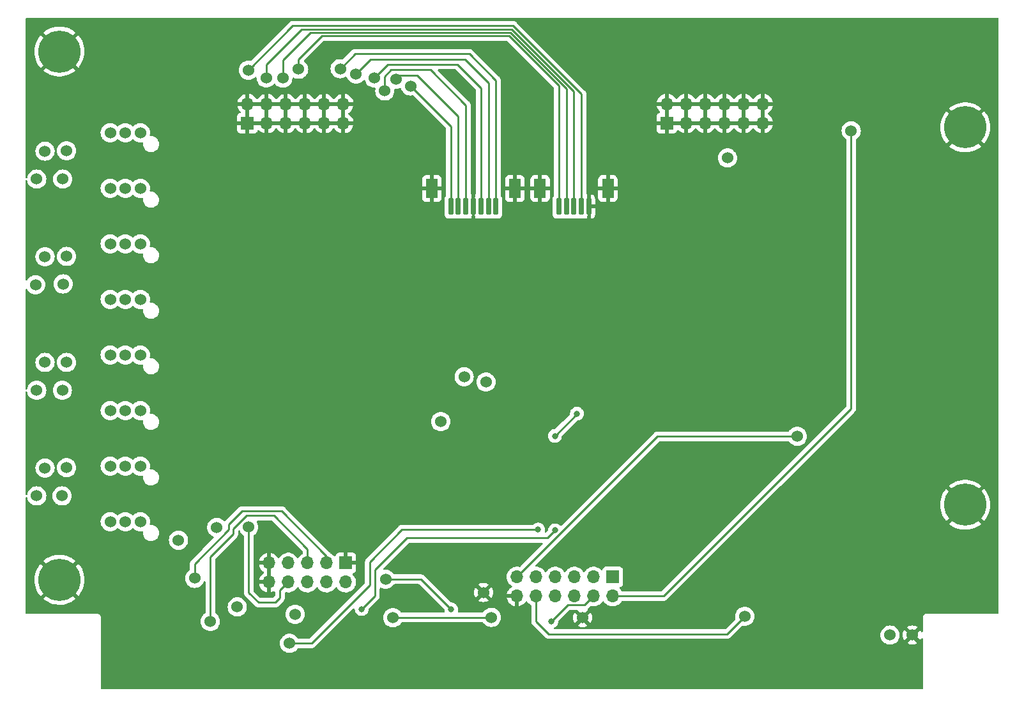
<source format=gbr>
%TF.GenerationSoftware,KiCad,Pcbnew,(6.0.10)*%
%TF.CreationDate,2023-01-06T10:04:02+00:00*%
%TF.ProjectId,Bed_of_nails,4265645f-6f66-45f6-9e61-696c732e6b69,AC*%
%TF.SameCoordinates,Original*%
%TF.FileFunction,Copper,L2,Bot*%
%TF.FilePolarity,Positive*%
%FSLAX46Y46*%
G04 Gerber Fmt 4.6, Leading zero omitted, Abs format (unit mm)*
G04 Created by KiCad (PCBNEW (6.0.10)) date 2023-01-06 10:04:02*
%MOMM*%
%LPD*%
G01*
G04 APERTURE LIST*
G04 Aperture macros list*
%AMRoundRect*
0 Rectangle with rounded corners*
0 $1 Rounding radius*
0 $2 $3 $4 $5 $6 $7 $8 $9 X,Y pos of 4 corners*
0 Add a 4 corners polygon primitive as box body*
4,1,4,$2,$3,$4,$5,$6,$7,$8,$9,$2,$3,0*
0 Add four circle primitives for the rounded corners*
1,1,$1+$1,$2,$3*
1,1,$1+$1,$4,$5*
1,1,$1+$1,$6,$7*
1,1,$1+$1,$8,$9*
0 Add four rect primitives between the rounded corners*
20,1,$1+$1,$2,$3,$4,$5,0*
20,1,$1+$1,$4,$5,$6,$7,0*
20,1,$1+$1,$6,$7,$8,$9,0*
20,1,$1+$1,$8,$9,$2,$3,0*%
G04 Aperture macros list end*
%TA.AperFunction,ComponentPad*%
%ADD10R,1.700000X1.700000*%
%TD*%
%TA.AperFunction,ComponentPad*%
%ADD11O,1.700000X1.700000*%
%TD*%
%TA.AperFunction,ComponentPad*%
%ADD12C,1.524000*%
%TD*%
%TA.AperFunction,ComponentPad*%
%ADD13C,3.600000*%
%TD*%
%TA.AperFunction,ConnectorPad*%
%ADD14C,5.600000*%
%TD*%
%TA.AperFunction,SMDPad,CuDef*%
%ADD15RoundRect,0.075000X-0.225000X-1.025000X0.225000X-1.025000X0.225000X1.025000X-0.225000X1.025000X0*%
%TD*%
%TA.AperFunction,ConnectorPad*%
%ADD16RoundRect,0.200000X-0.600000X-1.100000X0.600000X-1.100000X0.600000X1.100000X-0.600000X1.100000X0*%
%TD*%
%TA.AperFunction,ViaPad*%
%ADD17C,0.800000*%
%TD*%
%TA.AperFunction,Conductor*%
%ADD18C,0.250000*%
%TD*%
G04 APERTURE END LIST*
D10*
%TO.P,J1,1,Pin_1*%
%TO.N,GND*%
X178489999Y-60280000D03*
D11*
%TO.P,J1,2,Pin_2*%
X178489999Y-57740000D03*
%TO.P,J1,3,Pin_3*%
X181029999Y-60280000D03*
%TO.P,J1,4,Pin_4*%
X181029999Y-57740000D03*
%TO.P,J1,5,Pin_5*%
X183569999Y-60280000D03*
%TO.P,J1,6,Pin_6*%
X183569999Y-57740000D03*
%TO.P,J1,7,Pin_7*%
X186109999Y-60280000D03*
%TO.P,J1,8,Pin_8*%
X186109999Y-57740000D03*
%TO.P,J1,9,Pin_9*%
X188649999Y-60280000D03*
%TO.P,J1,10,Pin_10*%
X188649999Y-57740000D03*
%TO.P,J1,11,Pin_11*%
X191189999Y-60280000D03*
%TO.P,J1,12,Pin_12*%
X191189999Y-57740000D03*
%TD*%
D12*
%TO.P,TP46,1,1*%
%TO.N,Net-(J4-Pad4)*%
X113769749Y-115569999D03*
%TD*%
D13*
%TO.P,REF\u002A\u002A,1*%
%TO.N,GND*%
X97989762Y-50790000D03*
D14*
X97989762Y-50790000D03*
%TD*%
D12*
%TO.P,TP5,1,1*%
%TO.N,Net-(J3-Pad6)*%
X151629762Y-93900000D03*
%TD*%
%TO.P,TP21,1,1*%
%TO.N,Net-(J3-Pad3)*%
X129229762Y-125400000D03*
%TD*%
%TO.P,TP3,1,1*%
%TO.N,GND*%
X211029762Y-128150000D03*
%TD*%
%TO.P,TP42,1,1*%
%TO.N,Net-(J4-Pad3)*%
X115908360Y-120627851D03*
%TD*%
%TO.P,TP28,1,1*%
%TO.N,Net-(J11-Pad2)*%
X96079762Y-78000000D03*
%TD*%
%TO.P,TP2,1,1*%
%TO.N,Net-(J4-Pad2)*%
X155229762Y-125800000D03*
%TD*%
%TO.P,TP15,1,1*%
%TO.N,Net-(J12-Pad1)*%
X98929762Y-92000000D03*
%TD*%
%TO.P,TP24,1,1*%
%TO.N,Net-(J10-Pad2)*%
X96079762Y-64000000D03*
%TD*%
%TO.P,TP9,1,1*%
%TO.N,Net-(J3-Pad11)*%
X195779762Y-101800000D03*
%TD*%
D14*
%TO.P,REF\u002A\u002A,1*%
%TO.N,GND*%
X218049762Y-60840000D03*
D13*
X218049762Y-60840000D03*
%TD*%
D12*
%TO.P,TP38,1,1*%
%TO.N,Net-(J5-Pad3)*%
X141109776Y-56020001D03*
%TD*%
%TO.P,TP14,1,1*%
%TO.N,Net-(J6-Pad1)*%
X98429762Y-67700000D03*
%TD*%
%TO.P,TP26,1,1*%
%TO.N,Net-(J12-Pad2)*%
X96079762Y-92000000D03*
%TD*%
%TO.P,TP37,1,1*%
%TO.N,Net-(J5-Pad2)*%
X142631871Y-54460000D03*
%TD*%
%TO.P,TP23,1,1*%
%TO.N,GND*%
X154179762Y-122500000D03*
%TD*%
%TO.P,TP13,1,1*%
%TO.N,Net-(J10-Pad1)*%
X98929762Y-63950000D03*
%TD*%
%TO.P,TP6,1,1*%
%TO.N,Net-(J3-Pad7)*%
X186529762Y-64900000D03*
%TD*%
%TO.P,TP11,1,1*%
%TO.N,Net-(J3-Pad2)*%
X202929762Y-61300000D03*
%TD*%
D13*
%TO.P,REF\u002A\u002A,1*%
%TO.N,GND*%
X97989762Y-120830000D03*
D14*
X97989762Y-120830000D03*
%TD*%
D12*
%TO.P,TP45,1,1*%
%TO.N,Net-(J3-Pad10)*%
X188820714Y-125670000D03*
%TD*%
%TO.P,TP4,1,1*%
%TO.N,Net-(J3-Pad5)*%
X128479762Y-129250000D03*
%TD*%
%TO.P,TP32,1,1*%
%TO.N,Net-(TP32-Pad1)*%
X129692357Y-53139386D03*
%TD*%
%TO.P,TP18,1,1*%
%TO.N,Net-(J7-Pad1)*%
X98479762Y-81600000D03*
%TD*%
%TO.P,TP25,1,1*%
%TO.N,Net-(J6-Pad2)*%
X94979762Y-67700000D03*
%TD*%
%TO.P,TP8,1,1*%
%TO.N,Net-(J3-Pad9)*%
X154529762Y-94600000D03*
%TD*%
%TO.P,TP1,1,1*%
%TO.N,Net-(J4-Pad2)*%
X142179762Y-125850000D03*
%TD*%
%TO.P,TP34,1,1*%
%TO.N,Net-(TP34-Pad1)*%
X125399744Y-54290031D03*
%TD*%
%TO.P,TP39,1,1*%
%TO.N,Net-(J5-Pad5)*%
X139724085Y-54290000D03*
%TD*%
%TO.P,TP19,1,1*%
%TO.N,Net-(J13-Pad1)*%
X98929762Y-105950000D03*
%TD*%
%TO.P,TP33,1,1*%
%TO.N,Net-(TP33-Pad1)*%
X127589756Y-54319989D03*
%TD*%
%TO.P,TP48,1,1*%
%TO.N,Net-(J4-Pad8)*%
X123074732Y-113840019D03*
%TD*%
D13*
%TO.P,REF\u002A\u002A,1*%
%TO.N,GND*%
X218029762Y-110880000D03*
D14*
X218029762Y-110880000D03*
%TD*%
D12*
%TO.P,TP22,1,1*%
%TO.N,Net-(J3-Pad4)*%
X141229762Y-120750000D03*
%TD*%
%TO.P,TP7,1,1*%
%TO.N,Net-(J3-Pad8)*%
X148529762Y-99850000D03*
%TD*%
%TO.P,TP35,1,1*%
%TO.N,Net-(TP35-Pad1)*%
X123039759Y-53260001D03*
%TD*%
%TO.P,TP47,1,1*%
%TO.N,Net-(J4-Pad6)*%
X121559737Y-124419975D03*
%TD*%
%TO.P,TP30,1,1*%
%TO.N,Net-(J13-Pad2)*%
X96079762Y-106000000D03*
%TD*%
%TO.P,TP16,1,1*%
%TO.N,Net-(J8-Pad1)*%
X98379762Y-95700000D03*
%TD*%
%TO.P,TP41,1,1*%
%TO.N,Net-(J5-Pad7)*%
X135199793Y-53069999D03*
%TD*%
%TO.P,TP20,1,1*%
%TO.N,Net-(J9-Pad1)*%
X98329762Y-109700000D03*
%TD*%
%TO.P,TP29,1,1*%
%TO.N,Net-(J7-Pad2)*%
X94829762Y-81700000D03*
%TD*%
D10*
%TO.P,J4,1,Pin_1*%
%TO.N,GND*%
X135939999Y-118590000D03*
D11*
%TO.P,J4,2,Pin_2*%
%TO.N,Net-(J4-Pad2)*%
X135939999Y-121130000D03*
%TO.P,J4,3,Pin_3*%
%TO.N,Net-(J4-Pad3)*%
X133399999Y-118590000D03*
%TO.P,J4,4,Pin_4*%
%TO.N,Net-(J4-Pad4)*%
X133399999Y-121130000D03*
%TO.P,J4,5,Pin_5*%
%TO.N,Net-(J4-Pad5)*%
X130859999Y-118590000D03*
%TO.P,J4,6,Pin_6*%
%TO.N,Net-(J4-Pad6)*%
X130859999Y-121130000D03*
%TO.P,J4,7,Pin_7*%
%TO.N,Net-(J4-Pad7)*%
X128319999Y-118590000D03*
%TO.P,J4,8,Pin_8*%
%TO.N,Net-(J4-Pad8)*%
X128319999Y-121130000D03*
%TO.P,J4,9,Pin_9*%
%TO.N,GND*%
X125779999Y-118590000D03*
%TO.P,J4,10,Pin_10*%
X125779999Y-121130000D03*
%TD*%
D10*
%TO.P,J3,1,Pin_1*%
%TO.N,Net-(J3-Pad1)*%
X171319999Y-120440000D03*
D11*
%TO.P,J3,2,Pin_2*%
%TO.N,Net-(J3-Pad2)*%
X171319999Y-122980000D03*
%TO.P,J3,3,Pin_3*%
%TO.N,Net-(J3-Pad3)*%
X168779999Y-120440000D03*
%TO.P,J3,4,Pin_4*%
%TO.N,Net-(J3-Pad4)*%
X168779999Y-122980000D03*
%TO.P,J3,5,Pin_5*%
%TO.N,Net-(J3-Pad5)*%
X166239999Y-120440000D03*
%TO.P,J3,6,Pin_6*%
%TO.N,Net-(J3-Pad6)*%
X166239999Y-122980000D03*
%TO.P,J3,7,Pin_7*%
%TO.N,Net-(J3-Pad7)*%
X163699999Y-120440000D03*
%TO.P,J3,8,Pin_8*%
%TO.N,Net-(J3-Pad8)*%
X163699999Y-122980000D03*
%TO.P,J3,9,Pin_9*%
%TO.N,Net-(J3-Pad9)*%
X161159999Y-120440000D03*
%TO.P,J3,10,Pin_10*%
%TO.N,Net-(J3-Pad10)*%
X161159999Y-122980000D03*
%TO.P,J3,11,Pin_11*%
%TO.N,Net-(J3-Pad11)*%
X158619999Y-120440000D03*
%TO.P,J3,12,Pin_12*%
%TO.N,GND*%
X158619999Y-122980000D03*
%TD*%
D12*
%TO.P,TP31,1,1*%
%TO.N,Net-(J9-Pad2)*%
X94979762Y-109700000D03*
%TD*%
D10*
%TO.P,J2,1,Pin_1*%
%TO.N,GND*%
X122909999Y-60280000D03*
D11*
%TO.P,J2,2,Pin_2*%
X122909999Y-57740000D03*
%TO.P,J2,3,Pin_3*%
X125449999Y-60280000D03*
%TO.P,J2,4,Pin_4*%
X125449999Y-57740000D03*
%TO.P,J2,5,Pin_5*%
X127989999Y-60280000D03*
%TO.P,J2,6,Pin_6*%
X127989999Y-57740000D03*
%TO.P,J2,7,Pin_7*%
X130529999Y-60280000D03*
%TO.P,J2,8,Pin_8*%
X130529999Y-57740000D03*
%TO.P,J2,9,Pin_9*%
X133069999Y-60280000D03*
%TO.P,J2,10,Pin_10*%
X133069999Y-57740000D03*
%TO.P,J2,11,Pin_11*%
X135609999Y-60280000D03*
%TO.P,J2,12,Pin_12*%
X135609999Y-57740000D03*
%TD*%
D12*
%TO.P,TP44,1,1*%
%TO.N,Net-(J4-Pad7)*%
X118838414Y-113884320D03*
%TD*%
%TO.P,TP27,1,1*%
%TO.N,Net-(J8-Pad2)*%
X94979762Y-95700000D03*
%TD*%
%TO.P,TP36,1,1*%
%TO.N,Net-(J5-Pad1)*%
X144519749Y-55359977D03*
%TD*%
%TO.P,TP17,1,1*%
%TO.N,Net-(J11-Pad1)*%
X98929762Y-77950000D03*
%TD*%
%TO.P,TP12,1,1*%
%TO.N,GND*%
X167329762Y-125850000D03*
%TD*%
%TO.P,TP10,1,1*%
%TO.N,Net-(J3-Pad1)*%
X208079762Y-128150000D03*
%TD*%
%TO.P,TP43,1,1*%
%TO.N,Net-(J4-Pad5)*%
X117979761Y-126345023D03*
%TD*%
%TO.P,TP40,1,1*%
%TO.N,Net-(J5-Pad6)*%
X137299778Y-53780011D03*
%TD*%
%TO.P,J12,1,Pin_1*%
%TO.N,Net-(J12-Pad1)*%
X108720000Y-91017140D03*
%TO.P,J12,2,Pin_2*%
%TO.N,Net-(J12-Pad2)*%
X106720000Y-91017140D03*
%TO.P,J12,3,Pin_3*%
%TO.N,unconnected-(J12-Pad3)*%
X104720000Y-91017140D03*
%TD*%
D15*
%TO.P,U1,1*%
%TO.N,Net-(TP32-Pad1)*%
X164180000Y-71350000D03*
%TO.P,U1,2*%
%TO.N,Net-(TP33-Pad1)*%
X165180000Y-71350000D03*
%TO.P,U1,3*%
%TO.N,Net-(TP34-Pad1)*%
X166180000Y-71350000D03*
%TO.P,U1,4*%
%TO.N,Net-(TP35-Pad1)*%
X167180000Y-71350000D03*
%TO.P,U1,5*%
%TO.N,GND*%
X168180000Y-71350000D03*
D16*
%TO.P,U1,6*%
X161680000Y-68950000D03*
%TO.P,U1,7*%
X170680000Y-68950000D03*
%TD*%
D12*
%TO.P,J7,1,Pin_1*%
%TO.N,Net-(J7-Pad1)*%
X108720000Y-83652855D03*
%TO.P,J7,2,Pin_2*%
%TO.N,Net-(J7-Pad2)*%
X106720000Y-83652855D03*
%TO.P,J7,3,Pin_3*%
%TO.N,unconnected-(J7-Pad3)*%
X104720000Y-83652855D03*
%TD*%
%TO.P,J8,1,Pin_1*%
%TO.N,Net-(J8-Pad1)*%
X108720000Y-98381425D03*
%TO.P,J8,2,Pin_2*%
%TO.N,Net-(J8-Pad2)*%
X106720000Y-98381425D03*
%TO.P,J8,3,Pin_3*%
%TO.N,unconnected-(J8-Pad3)*%
X104720000Y-98381425D03*
%TD*%
D15*
%TO.P,J5,1*%
%TO.N,Net-(J5-Pad1)*%
X149850000Y-71350000D03*
%TO.P,J5,2*%
%TO.N,Net-(J5-Pad2)*%
X150850000Y-71350000D03*
%TO.P,J5,3*%
%TO.N,Net-(J5-Pad3)*%
X151850000Y-71350000D03*
%TO.P,J5,4*%
%TO.N,GND*%
X152850000Y-71350000D03*
%TO.P,J5,5*%
%TO.N,Net-(J5-Pad5)*%
X153850000Y-71350000D03*
%TO.P,J5,6*%
%TO.N,Net-(J5-Pad6)*%
X154850000Y-71350000D03*
%TO.P,J5,7*%
%TO.N,Net-(J5-Pad7)*%
X155850000Y-71350000D03*
D16*
%TO.P,J5,8*%
%TO.N,GND*%
X147350000Y-68950000D03*
%TO.P,J5,9*%
X158350000Y-68950000D03*
%TD*%
D12*
%TO.P,J13,1,Pin_1*%
%TO.N,Net-(J13-Pad1)*%
X108720000Y-105745710D03*
%TO.P,J13,2,Pin_2*%
%TO.N,Net-(J13-Pad2)*%
X106720000Y-105745710D03*
%TO.P,J13,3,Pin_3*%
%TO.N,unconnected-(J13-Pad3)*%
X104720000Y-105745710D03*
%TD*%
%TO.P,J11,1,Pin_1*%
%TO.N,Net-(J11-Pad1)*%
X108720000Y-76288570D03*
%TO.P,J11,2,Pin_2*%
%TO.N,Net-(J11-Pad2)*%
X106720000Y-76288570D03*
%TO.P,J11,3,Pin_3*%
%TO.N,unconnected-(J11-Pad3)*%
X104720000Y-76288570D03*
%TD*%
%TO.P,J10,1,Pin_1*%
%TO.N,Net-(J10-Pad1)*%
X108720000Y-61560000D03*
%TO.P,J10,2,Pin_2*%
%TO.N,Net-(J10-Pad2)*%
X106720000Y-61560000D03*
%TO.P,J10,3,Pin_3*%
%TO.N,unconnected-(J10-Pad3)*%
X104720000Y-61560000D03*
%TD*%
%TO.P,J9,1,Pin_1*%
%TO.N,Net-(J9-Pad1)*%
X108720000Y-113110000D03*
%TO.P,J9,2,Pin_2*%
%TO.N,Net-(J9-Pad2)*%
X106720000Y-113110000D03*
%TO.P,J9,3,Pin_3*%
%TO.N,unconnected-(J9-Pad3)*%
X104720000Y-113110000D03*
%TD*%
%TO.P,J6,1,Pin_1*%
%TO.N,Net-(J6-Pad1)*%
X108720000Y-68924285D03*
%TO.P,J6,2,Pin_2*%
%TO.N,Net-(J6-Pad2)*%
X106720000Y-68924285D03*
%TO.P,J6,3,Pin_3*%
%TO.N,unconnected-(J6-Pad3)*%
X104720000Y-68924285D03*
%TD*%
D17*
%TO.N,Net-(J3-Pad3)*%
X138050000Y-124700000D03*
X163670000Y-114270000D03*
%TO.N,Net-(J3-Pad4)*%
X149910000Y-124740000D03*
X163210000Y-126310000D03*
%TO.N,Net-(J3-Pad5)*%
X161442299Y-114167701D03*
%TO.N,Net-(J3-Pad7)*%
X166580000Y-98800000D03*
X163660000Y-101760000D03*
%TD*%
D18*
%TO.N,Net-(J5-Pad5)*%
X153850000Y-55610000D02*
X153850000Y-71350000D01*
X141524085Y-52490000D02*
X150730000Y-52490000D01*
X139724085Y-54290000D02*
X141524085Y-52490000D01*
X150730000Y-52490000D02*
X153850000Y-55610000D01*
%TO.N,Net-(J5-Pad7)*%
X152310000Y-51090000D02*
X155850000Y-54630000D01*
X155850000Y-54630000D02*
X155850000Y-71350000D01*
X135199793Y-53069999D02*
X137179792Y-51090000D01*
X137179792Y-51090000D02*
X152310000Y-51090000D01*
%TO.N,Net-(J5-Pad6)*%
X154920000Y-71280000D02*
X154850000Y-71350000D01*
X154920000Y-54960000D02*
X154920000Y-71280000D01*
X139249789Y-51830000D02*
X151790000Y-51830000D01*
X137299778Y-53780011D02*
X139249789Y-51830000D01*
X151790000Y-51830000D02*
X154920000Y-54960000D01*
%TO.N,Net-(J5-Pad3)*%
X151850000Y-57900000D02*
X151850000Y-71350000D01*
X147180000Y-53230000D02*
X151850000Y-57900000D01*
X141960000Y-53230000D02*
X147180000Y-53230000D01*
X141109776Y-54080224D02*
X141960000Y-53230000D01*
X141109776Y-56020001D02*
X141109776Y-54080224D01*
%TO.N,Net-(J5-Pad2)*%
X150850000Y-59340000D02*
X150850000Y-71350000D01*
X143171871Y-53920000D02*
X145430000Y-53920000D01*
X145430000Y-53920000D02*
X150850000Y-59340000D01*
X142631871Y-54460000D02*
X143171871Y-53920000D01*
%TO.N,Net-(J5-Pad1)*%
X149850000Y-60690228D02*
X149850000Y-71350000D01*
X144519749Y-55359977D02*
X149850000Y-60690228D01*
%TO.N,Net-(TP35-Pad1)*%
X158119188Y-47370000D02*
X167180000Y-56430812D01*
X128929760Y-47370000D02*
X158119188Y-47370000D01*
X167180000Y-56430812D02*
X167180000Y-71350000D01*
X123039759Y-53260001D02*
X128929760Y-47370000D01*
%TO.N,Net-(TP34-Pad1)*%
X125399744Y-52500256D02*
X125399744Y-54290031D01*
X157932792Y-47820000D02*
X130080000Y-47820000D01*
X130080000Y-47820000D02*
X125399744Y-52500256D01*
X166180000Y-56067208D02*
X157932792Y-47820000D01*
X166180000Y-71350000D02*
X166180000Y-56067208D01*
%TO.N,Net-(TP32-Pad1)*%
X129692357Y-51807643D02*
X129692357Y-53139386D01*
X132780000Y-48720000D02*
X129692357Y-51807643D01*
X164180000Y-55340000D02*
X157560000Y-48720000D01*
X157560000Y-48720000D02*
X132780000Y-48720000D01*
X164180000Y-71350000D02*
X164180000Y-55340000D01*
%TO.N,Net-(TP33-Pad1)*%
X131240000Y-48270000D02*
X127589756Y-51920244D01*
X165180000Y-55703604D02*
X157746396Y-48270000D01*
X157746396Y-48270000D02*
X131240000Y-48270000D01*
X127589756Y-51920244D02*
X127589756Y-54319989D01*
X165180000Y-71350000D02*
X165180000Y-55703604D01*
%TO.N,Net-(J3-Pad10)*%
X162830000Y-128010000D02*
X186480714Y-128010000D01*
X161159999Y-122980000D02*
X161159999Y-126339999D01*
X161159999Y-126339999D02*
X162830000Y-128010000D01*
X186480714Y-128010000D02*
X188820714Y-125670000D01*
%TO.N,Net-(J4-Pad2)*%
X142229762Y-125800000D02*
X142179762Y-125850000D01*
X155229762Y-125800000D02*
X142229762Y-125800000D01*
%TO.N,Net-(J4-Pad5)*%
X121020000Y-114770000D02*
X117979761Y-117810239D01*
X130859999Y-118590000D02*
X130859999Y-116779999D01*
X130859999Y-116779999D02*
X126410000Y-112330000D01*
X122780000Y-112330000D02*
X121020000Y-114090000D01*
X121020000Y-114090000D02*
X121020000Y-114770000D01*
X126410000Y-112330000D02*
X122780000Y-112330000D01*
X117979761Y-117810239D02*
X117979761Y-126345023D01*
%TO.N,Net-(J4-Pad8)*%
X123074732Y-122554732D02*
X123074732Y-113840019D01*
X126600000Y-123840000D02*
X124360000Y-123840000D01*
X127220000Y-122229999D02*
X127220000Y-123220000D01*
X128319999Y-121130000D02*
X127220000Y-122229999D01*
X127220000Y-123220000D02*
X126600000Y-123840000D01*
X124360000Y-123840000D02*
X123074732Y-122554732D01*
%TO.N,Net-(J5-Pad5)*%
X140022776Y-54588691D02*
X139724085Y-54290000D01*
%TO.N,Net-(J3-Pad2)*%
X171319999Y-122980000D02*
X178070000Y-122980000D01*
X202929762Y-98120238D02*
X202929762Y-61300000D01*
X178070000Y-122980000D02*
X202929762Y-98120238D01*
%TO.N,Net-(J3-Pad3)*%
X139810000Y-122940000D02*
X139810000Y-119520000D01*
X139810000Y-119520000D02*
X144050000Y-115280000D01*
X162660000Y-115280000D02*
X163670000Y-114270000D01*
X138050000Y-124700000D02*
X139810000Y-122940000D01*
X144050000Y-115280000D02*
X162150000Y-115280000D01*
X162150000Y-115280000D02*
X162660000Y-115280000D01*
%TO.N,Net-(J3-Pad4)*%
X145920000Y-120750000D02*
X141229762Y-120750000D01*
X168779999Y-122980000D02*
X167604999Y-124155000D01*
X165365000Y-124155000D02*
X163210000Y-126310000D01*
X167604999Y-124155000D02*
X165365000Y-124155000D01*
X149910000Y-124740000D02*
X145920000Y-120750000D01*
%TO.N,Net-(J3-Pad5)*%
X143390000Y-114170000D02*
X139130000Y-118430000D01*
X139130000Y-121520000D02*
X131400000Y-129250000D01*
X139130000Y-118430000D02*
X139130000Y-121520000D01*
X161442299Y-114167701D02*
X161440000Y-114170000D01*
X161440000Y-114170000D02*
X143390000Y-114170000D01*
X131400000Y-129250000D02*
X128479762Y-129250000D01*
%TO.N,Net-(J3-Pad7)*%
X163660000Y-101760000D02*
X166580000Y-98840000D01*
X166580000Y-98840000D02*
X166580000Y-98800000D01*
%TO.N,Net-(J3-Pad11)*%
X177259999Y-101800000D02*
X195779762Y-101800000D01*
X158619999Y-120440000D02*
X177259999Y-101800000D01*
%TO.N,Net-(J4-Pad3)*%
X127450000Y-111720000D02*
X133399999Y-117669999D01*
X122180000Y-111720000D02*
X127450000Y-111720000D01*
X120430000Y-113470000D02*
X122180000Y-111720000D01*
X115908360Y-118701640D02*
X120430000Y-114180000D01*
X133399999Y-117669999D02*
X133399999Y-118590000D01*
X115908360Y-120627851D02*
X115908360Y-118701640D01*
X120430000Y-114180000D02*
X120430000Y-113470000D01*
%TD*%
%TA.AperFunction,Conductor*%
%TO.N,GND*%
G36*
X222403383Y-46348502D02*
G01*
X222449876Y-46402158D01*
X222461262Y-46454500D01*
X222461262Y-125195500D01*
X222441260Y-125263621D01*
X222387604Y-125310114D01*
X222335262Y-125321500D01*
X212968385Y-125321500D01*
X212967615Y-125321498D01*
X212966799Y-125321493D01*
X212890041Y-125321024D01*
X212879286Y-125324098D01*
X212861609Y-125329150D01*
X212844847Y-125332728D01*
X212815575Y-125336920D01*
X212807407Y-125340634D01*
X212807406Y-125340634D01*
X212792200Y-125347548D01*
X212774676Y-125353996D01*
X212749991Y-125361051D01*
X212742397Y-125365843D01*
X212742394Y-125365844D01*
X212724982Y-125376830D01*
X212709899Y-125384969D01*
X212682980Y-125397208D01*
X212676178Y-125403069D01*
X212663527Y-125413970D01*
X212648523Y-125425073D01*
X212626804Y-125438776D01*
X212620865Y-125445501D01*
X212620861Y-125445504D01*
X212607230Y-125460938D01*
X212595038Y-125472982D01*
X212579435Y-125486427D01*
X212579433Y-125486430D01*
X212572635Y-125492287D01*
X212567755Y-125499816D01*
X212567754Y-125499817D01*
X212558668Y-125513835D01*
X212547377Y-125528709D01*
X212536331Y-125541217D01*
X212530384Y-125547951D01*
X212521859Y-125566109D01*
X212517820Y-125574711D01*
X212509499Y-125589691D01*
X212498291Y-125606983D01*
X212498289Y-125606988D01*
X212493410Y-125614515D01*
X212490840Y-125623108D01*
X212490838Y-125623113D01*
X212486051Y-125639120D01*
X212479390Y-125656564D01*
X212473082Y-125670000D01*
X212468481Y-125679800D01*
X212467100Y-125688667D01*
X212467100Y-125688668D01*
X212463932Y-125709015D01*
X212460149Y-125725732D01*
X212454247Y-125745466D01*
X212454246Y-125745472D01*
X212451676Y-125754066D01*
X212451621Y-125763037D01*
X212451621Y-125763038D01*
X212451466Y-125788497D01*
X212451433Y-125789289D01*
X212451262Y-125790386D01*
X212451262Y-125821377D01*
X212451260Y-125822147D01*
X212451012Y-125862812D01*
X212450786Y-125899721D01*
X212451170Y-125901065D01*
X212451262Y-125902410D01*
X212451262Y-127624991D01*
X212431260Y-127693112D01*
X212377604Y-127739605D01*
X212307330Y-127749709D01*
X212242750Y-127720215D01*
X212211067Y-127678241D01*
X212136139Y-127517559D01*
X212130659Y-127508068D01*
X212099968Y-127464235D01*
X212089491Y-127455860D01*
X212076044Y-127462928D01*
X211401784Y-128137188D01*
X211394170Y-128151132D01*
X211394301Y-128152965D01*
X211398552Y-128159580D01*
X212076765Y-128837793D01*
X212088539Y-128844223D01*
X212100555Y-128834926D01*
X212130659Y-128791932D01*
X212136139Y-128782441D01*
X212211067Y-128621759D01*
X212257985Y-128568474D01*
X212326262Y-128549013D01*
X212394222Y-128569555D01*
X212440287Y-128623578D01*
X212451262Y-128675009D01*
X212451262Y-135205443D01*
X212431260Y-135273564D01*
X212377604Y-135320057D01*
X212325253Y-135331443D01*
X157845265Y-135326490D01*
X103604251Y-135321558D01*
X103536132Y-135301550D01*
X103489644Y-135247890D01*
X103478262Y-135195558D01*
X103478262Y-129250000D01*
X127204409Y-129250000D01*
X127223784Y-129471463D01*
X127225208Y-129476776D01*
X127278812Y-129676827D01*
X127281322Y-129686196D01*
X127283644Y-129691177D01*
X127283645Y-129691178D01*
X127372948Y-129882689D01*
X127372951Y-129882694D01*
X127375274Y-129887676D01*
X127378430Y-129892183D01*
X127378431Y-129892185D01*
X127378933Y-129892901D01*
X127502785Y-130069781D01*
X127659981Y-130226977D01*
X127664489Y-130230134D01*
X127664492Y-130230136D01*
X127740257Y-130283187D01*
X127842085Y-130354488D01*
X127847067Y-130356811D01*
X127847072Y-130356814D01*
X128038584Y-130446117D01*
X128043566Y-130448440D01*
X128048874Y-130449862D01*
X128048876Y-130449863D01*
X128114711Y-130467503D01*
X128258299Y-130505978D01*
X128479762Y-130525353D01*
X128701225Y-130505978D01*
X128844813Y-130467503D01*
X128910648Y-130449863D01*
X128910650Y-130449862D01*
X128915958Y-130448440D01*
X128920940Y-130446117D01*
X129112452Y-130356814D01*
X129112457Y-130356811D01*
X129117439Y-130354488D01*
X129219267Y-130283187D01*
X129295032Y-130230136D01*
X129295035Y-130230134D01*
X129299543Y-130226977D01*
X129456739Y-130069781D01*
X129549553Y-129937229D01*
X129605010Y-129892901D01*
X129652766Y-129883500D01*
X131321233Y-129883500D01*
X131332416Y-129884027D01*
X131339909Y-129885702D01*
X131347835Y-129885453D01*
X131347836Y-129885453D01*
X131407986Y-129883562D01*
X131411945Y-129883500D01*
X131439856Y-129883500D01*
X131443791Y-129883003D01*
X131443856Y-129882995D01*
X131455693Y-129882062D01*
X131487951Y-129881048D01*
X131491970Y-129880922D01*
X131499889Y-129880673D01*
X131519343Y-129875021D01*
X131538700Y-129871013D01*
X131550930Y-129869468D01*
X131550931Y-129869468D01*
X131558797Y-129868474D01*
X131566168Y-129865555D01*
X131566170Y-129865555D01*
X131599912Y-129852196D01*
X131611142Y-129848351D01*
X131645983Y-129838229D01*
X131645984Y-129838229D01*
X131653593Y-129836018D01*
X131660412Y-129831985D01*
X131660417Y-129831983D01*
X131671028Y-129825707D01*
X131688776Y-129817012D01*
X131707617Y-129809552D01*
X131743387Y-129783564D01*
X131753307Y-129777048D01*
X131784535Y-129758580D01*
X131784538Y-129758578D01*
X131791362Y-129754542D01*
X131805683Y-129740221D01*
X131820717Y-129727380D01*
X131830694Y-129720131D01*
X131837107Y-129715472D01*
X131865298Y-129681395D01*
X131873288Y-129672616D01*
X136922091Y-124623813D01*
X136984403Y-124589787D01*
X137055218Y-124594852D01*
X137112054Y-124637399D01*
X137135444Y-124700111D01*
X137136496Y-124700000D01*
X137153434Y-124861153D01*
X137156458Y-124889928D01*
X137215473Y-125071556D01*
X137218776Y-125077278D01*
X137218777Y-125077279D01*
X137251138Y-125133329D01*
X137310960Y-125236944D01*
X137315378Y-125241851D01*
X137315379Y-125241852D01*
X137434325Y-125373955D01*
X137438747Y-125378866D01*
X137521206Y-125438776D01*
X137587100Y-125486651D01*
X137593248Y-125491118D01*
X137599276Y-125493802D01*
X137599278Y-125493803D01*
X137728633Y-125551395D01*
X137767712Y-125568794D01*
X137844148Y-125585041D01*
X137948056Y-125607128D01*
X137948061Y-125607128D01*
X137954513Y-125608500D01*
X138145487Y-125608500D01*
X138151939Y-125607128D01*
X138151944Y-125607128D01*
X138255852Y-125585041D01*
X138332288Y-125568794D01*
X138371367Y-125551395D01*
X138500722Y-125493803D01*
X138500724Y-125493802D01*
X138506752Y-125491118D01*
X138512901Y-125486651D01*
X138578794Y-125438776D01*
X138661253Y-125378866D01*
X138665675Y-125373955D01*
X138784621Y-125241852D01*
X138784622Y-125241851D01*
X138789040Y-125236944D01*
X138848862Y-125133329D01*
X138881223Y-125077279D01*
X138881224Y-125077278D01*
X138884527Y-125071556D01*
X138943542Y-124889928D01*
X138947242Y-124854730D01*
X138954334Y-124787249D01*
X138960907Y-124724706D01*
X138987920Y-124659050D01*
X138997122Y-124648782D01*
X139588654Y-124057251D01*
X140202253Y-123443652D01*
X140210539Y-123436112D01*
X140217018Y-123432000D01*
X140263644Y-123382348D01*
X140266398Y-123379507D01*
X140286135Y-123359770D01*
X140288615Y-123356573D01*
X140296320Y-123347551D01*
X140300725Y-123342860D01*
X140326586Y-123315321D01*
X140330405Y-123308375D01*
X140330407Y-123308372D01*
X140336348Y-123297566D01*
X140347199Y-123281047D01*
X140354758Y-123271301D01*
X140359614Y-123265041D01*
X140362759Y-123257772D01*
X140362762Y-123257768D01*
X140377174Y-123224463D01*
X140382391Y-123213813D01*
X140403695Y-123175060D01*
X140406659Y-123163518D01*
X140408733Y-123155438D01*
X140415137Y-123136734D01*
X140420033Y-123125420D01*
X140420033Y-123125419D01*
X140423181Y-123118145D01*
X140424420Y-123110322D01*
X140424423Y-123110312D01*
X140430099Y-123074476D01*
X140432505Y-123062856D01*
X140441528Y-123027711D01*
X140441528Y-123027710D01*
X140443500Y-123020030D01*
X140443500Y-122999776D01*
X140445051Y-122980065D01*
X140446563Y-122970522D01*
X140448220Y-122960057D01*
X140447431Y-122951705D01*
X140444059Y-122916039D01*
X140443500Y-122904181D01*
X140443500Y-121982982D01*
X140463502Y-121914861D01*
X140517158Y-121868368D01*
X140587432Y-121858264D01*
X140622748Y-121868786D01*
X140735929Y-121921563D01*
X140764933Y-121935088D01*
X140793566Y-121948440D01*
X140798874Y-121949862D01*
X140798876Y-121949863D01*
X140839078Y-121960635D01*
X141008299Y-122005978D01*
X141229762Y-122025353D01*
X141451225Y-122005978D01*
X141620446Y-121960635D01*
X141660648Y-121949863D01*
X141660650Y-121949862D01*
X141665958Y-121948440D01*
X141686848Y-121938699D01*
X141862452Y-121856814D01*
X141862457Y-121856811D01*
X141867439Y-121854488D01*
X141986152Y-121771364D01*
X142045032Y-121730136D01*
X142045035Y-121730134D01*
X142049543Y-121726977D01*
X142206739Y-121569781D01*
X142214119Y-121559242D01*
X142299553Y-121437229D01*
X142355010Y-121392901D01*
X142402766Y-121383500D01*
X145605406Y-121383500D01*
X145673527Y-121403502D01*
X145694501Y-121420405D01*
X148962878Y-124688783D01*
X148996904Y-124751095D01*
X148999093Y-124764706D01*
X149001825Y-124790702D01*
X149009230Y-124861153D01*
X149016458Y-124929928D01*
X149018498Y-124936206D01*
X149039734Y-125001564D01*
X149041762Y-125072531D01*
X149005099Y-125133329D01*
X148941387Y-125164655D01*
X148919901Y-125166500D01*
X143317756Y-125166500D01*
X143249635Y-125146498D01*
X143214543Y-125112771D01*
X143159898Y-125034730D01*
X143159896Y-125034727D01*
X143156739Y-125030219D01*
X142999543Y-124873023D01*
X142995035Y-124869866D01*
X142995032Y-124869864D01*
X142899536Y-124802997D01*
X142817439Y-124745512D01*
X142812457Y-124743189D01*
X142812452Y-124743186D01*
X142620940Y-124653883D01*
X142620939Y-124653882D01*
X142615958Y-124651560D01*
X142610650Y-124650138D01*
X142610648Y-124650137D01*
X142544813Y-124632497D01*
X142401225Y-124594022D01*
X142179762Y-124574647D01*
X141958299Y-124594022D01*
X141814711Y-124632497D01*
X141748876Y-124650137D01*
X141748874Y-124650138D01*
X141743566Y-124651560D01*
X141738585Y-124653882D01*
X141738584Y-124653883D01*
X141547073Y-124743186D01*
X141547068Y-124743189D01*
X141542086Y-124745512D01*
X141537579Y-124748668D01*
X141537577Y-124748669D01*
X141364492Y-124869864D01*
X141364489Y-124869866D01*
X141359981Y-124873023D01*
X141202785Y-125030219D01*
X141199628Y-125034727D01*
X141199626Y-125034730D01*
X141107360Y-125166500D01*
X141075274Y-125212324D01*
X141072951Y-125217306D01*
X141072948Y-125217311D01*
X140983645Y-125408822D01*
X140981322Y-125413804D01*
X140979900Y-125419112D01*
X140979899Y-125419114D01*
X140973439Y-125443224D01*
X140923784Y-125628537D01*
X140904409Y-125850000D01*
X140923784Y-126071463D01*
X140956249Y-126192623D01*
X140978522Y-126275745D01*
X140981322Y-126286196D01*
X140983644Y-126291177D01*
X140983645Y-126291178D01*
X141072948Y-126482689D01*
X141072951Y-126482694D01*
X141075274Y-126487676D01*
X141078430Y-126492183D01*
X141078431Y-126492185D01*
X141186818Y-126646977D01*
X141202785Y-126669781D01*
X141359981Y-126826977D01*
X141364489Y-126830134D01*
X141364492Y-126830136D01*
X141419196Y-126868440D01*
X141542085Y-126954488D01*
X141547067Y-126956811D01*
X141547072Y-126956814D01*
X141733236Y-127043623D01*
X141743566Y-127048440D01*
X141748874Y-127049862D01*
X141748876Y-127049863D01*
X141814711Y-127067503D01*
X141958299Y-127105978D01*
X142179762Y-127125353D01*
X142401225Y-127105978D01*
X142544813Y-127067503D01*
X142610648Y-127049863D01*
X142610650Y-127049862D01*
X142615958Y-127048440D01*
X142626288Y-127043623D01*
X142812452Y-126956814D01*
X142812457Y-126956811D01*
X142817439Y-126954488D01*
X142940328Y-126868440D01*
X142995032Y-126830136D01*
X142995035Y-126830134D01*
X142999543Y-126826977D01*
X143156739Y-126669781D01*
X143172707Y-126646977D01*
X143284250Y-126487676D01*
X143286332Y-126489134D01*
X143329970Y-126447514D01*
X143387721Y-126433500D01*
X154056758Y-126433500D01*
X154124879Y-126453502D01*
X154159971Y-126487229D01*
X154239226Y-126600416D01*
X154252785Y-126619781D01*
X154409981Y-126776977D01*
X154414489Y-126780134D01*
X154414492Y-126780136D01*
X154423154Y-126786201D01*
X154592085Y-126904488D01*
X154597067Y-126906811D01*
X154597072Y-126906814D01*
X154788584Y-126996117D01*
X154793566Y-126998440D01*
X154798874Y-126999862D01*
X154798876Y-126999863D01*
X154864711Y-127017503D01*
X155008299Y-127055978D01*
X155229762Y-127075353D01*
X155451225Y-127055978D01*
X155594813Y-127017503D01*
X155660648Y-126999863D01*
X155660650Y-126999862D01*
X155665958Y-126998440D01*
X155670940Y-126996117D01*
X155862452Y-126906814D01*
X155862457Y-126906811D01*
X155867439Y-126904488D01*
X156036370Y-126786201D01*
X156045032Y-126780136D01*
X156045035Y-126780134D01*
X156049543Y-126776977D01*
X156206739Y-126619781D01*
X156220299Y-126600416D01*
X156331093Y-126442185D01*
X156331094Y-126442183D01*
X156334250Y-126437676D01*
X156336573Y-126432694D01*
X156336576Y-126432689D01*
X156425879Y-126241178D01*
X156425880Y-126241177D01*
X156428202Y-126236196D01*
X156432601Y-126219781D01*
X156458383Y-126123560D01*
X156485740Y-126021463D01*
X156505115Y-125800000D01*
X156485740Y-125578537D01*
X156441565Y-125413675D01*
X156429625Y-125369114D01*
X156429624Y-125369112D01*
X156428202Y-125363804D01*
X156425741Y-125358527D01*
X156336576Y-125167311D01*
X156336573Y-125167306D01*
X156334250Y-125162324D01*
X156331093Y-125157815D01*
X156209898Y-124984730D01*
X156209896Y-124984727D01*
X156206739Y-124980219D01*
X156049543Y-124823023D01*
X156045035Y-124819866D01*
X156045032Y-124819864D01*
X155921598Y-124733435D01*
X155867439Y-124695512D01*
X155862457Y-124693189D01*
X155862452Y-124693186D01*
X155670940Y-124603883D01*
X155670939Y-124603882D01*
X155665958Y-124601560D01*
X155660650Y-124600138D01*
X155660648Y-124600137D01*
X155571769Y-124576322D01*
X155451225Y-124544022D01*
X155229762Y-124524647D01*
X155008299Y-124544022D01*
X154887755Y-124576322D01*
X154798876Y-124600137D01*
X154798874Y-124600138D01*
X154793566Y-124601560D01*
X154788585Y-124603882D01*
X154788584Y-124603883D01*
X154597073Y-124693186D01*
X154597068Y-124693189D01*
X154592086Y-124695512D01*
X154587579Y-124698668D01*
X154587577Y-124698669D01*
X154414492Y-124819864D01*
X154414489Y-124819866D01*
X154409981Y-124823023D01*
X154252785Y-124980219D01*
X154249628Y-124984727D01*
X154249626Y-124984730D01*
X154159971Y-125112771D01*
X154104514Y-125157099D01*
X154056758Y-125166500D01*
X150900099Y-125166500D01*
X150831978Y-125146498D01*
X150785485Y-125092842D01*
X150775381Y-125022568D01*
X150780266Y-125001564D01*
X150801502Y-124936206D01*
X150803542Y-124929928D01*
X150810771Y-124861153D01*
X150822814Y-124746565D01*
X150823504Y-124740000D01*
X150812569Y-124635959D01*
X150804232Y-124556635D01*
X150804232Y-124556633D01*
X150803542Y-124550072D01*
X150744527Y-124368444D01*
X150733059Y-124348580D01*
X150679400Y-124255641D01*
X150649040Y-124203056D01*
X150603735Y-124152739D01*
X150525675Y-124066045D01*
X150525674Y-124066044D01*
X150521253Y-124061134D01*
X150378256Y-123957240D01*
X150372094Y-123952763D01*
X150372093Y-123952762D01*
X150366752Y-123948882D01*
X150360724Y-123946198D01*
X150360722Y-123946197D01*
X150198319Y-123873891D01*
X150198318Y-123873891D01*
X150192288Y-123871206D01*
X150098887Y-123851353D01*
X150011944Y-123832872D01*
X150011939Y-123832872D01*
X150005487Y-123831500D01*
X149949594Y-123831500D01*
X149881473Y-123811498D01*
X149860499Y-123794595D01*
X149624681Y-123558777D01*
X153485539Y-123558777D01*
X153494836Y-123570793D01*
X153537831Y-123600898D01*
X153547317Y-123606376D01*
X153738755Y-123695645D01*
X153749047Y-123699391D01*
X153953071Y-123754059D01*
X153963866Y-123755962D01*
X154174287Y-123774372D01*
X154185237Y-123774372D01*
X154395658Y-123755962D01*
X154406453Y-123754059D01*
X154610477Y-123699391D01*
X154620769Y-123695645D01*
X154812207Y-123606376D01*
X154821693Y-123600898D01*
X154865526Y-123570207D01*
X154873901Y-123559729D01*
X154866833Y-123546281D01*
X154568518Y-123247966D01*
X157288256Y-123247966D01*
X157318564Y-123382446D01*
X157321644Y-123392275D01*
X157401769Y-123589603D01*
X157406412Y-123598794D01*
X157517693Y-123780388D01*
X157523776Y-123788699D01*
X157663212Y-123949667D01*
X157670579Y-123956883D01*
X157834433Y-124092916D01*
X157842880Y-124098831D01*
X158026755Y-124206279D01*
X158036041Y-124210729D01*
X158235000Y-124286703D01*
X158244898Y-124289579D01*
X158348249Y-124310606D01*
X158362298Y-124309410D01*
X158365999Y-124299065D01*
X158365999Y-123252115D01*
X158361524Y-123236876D01*
X158360134Y-123235671D01*
X158352451Y-123234000D01*
X157303224Y-123234000D01*
X157289693Y-123237973D01*
X157288256Y-123247966D01*
X154568518Y-123247966D01*
X154192574Y-122872022D01*
X154178630Y-122864408D01*
X154176797Y-122864539D01*
X154170182Y-122868790D01*
X153491969Y-123547003D01*
X153485539Y-123558777D01*
X149624681Y-123558777D01*
X148571379Y-122505475D01*
X152905390Y-122505475D01*
X152923800Y-122715896D01*
X152925703Y-122726691D01*
X152980371Y-122930715D01*
X152984117Y-122941007D01*
X153073385Y-123132441D01*
X153078865Y-123141932D01*
X153109556Y-123185765D01*
X153120033Y-123194140D01*
X153133480Y-123187072D01*
X153807740Y-122512812D01*
X153814118Y-122501132D01*
X154544170Y-122501132D01*
X154544301Y-122502965D01*
X154548552Y-122509580D01*
X155226765Y-123187793D01*
X155238539Y-123194223D01*
X155250555Y-123184926D01*
X155280659Y-123141932D01*
X155286139Y-123132441D01*
X155375407Y-122941007D01*
X155379153Y-122930715D01*
X155433821Y-122726691D01*
X155435724Y-122715896D01*
X155454134Y-122505475D01*
X155454134Y-122494525D01*
X155435724Y-122284104D01*
X155433821Y-122273309D01*
X155379153Y-122069285D01*
X155375407Y-122058993D01*
X155286139Y-121867559D01*
X155280659Y-121858068D01*
X155249968Y-121814235D01*
X155239491Y-121805860D01*
X155226044Y-121812928D01*
X154551784Y-122487188D01*
X154544170Y-122501132D01*
X153814118Y-122501132D01*
X153815354Y-122498868D01*
X153815223Y-122497035D01*
X153810972Y-122490420D01*
X153132759Y-121812207D01*
X153120985Y-121805777D01*
X153108969Y-121815074D01*
X153078865Y-121858068D01*
X153073385Y-121867559D01*
X152984117Y-122058993D01*
X152980371Y-122069285D01*
X152925703Y-122273309D01*
X152923800Y-122284104D01*
X152905390Y-122494525D01*
X152905390Y-122505475D01*
X148571379Y-122505475D01*
X147506175Y-121440271D01*
X153485622Y-121440271D01*
X153492690Y-121453718D01*
X154166950Y-122127978D01*
X154180894Y-122135592D01*
X154182727Y-122135461D01*
X154189342Y-122131210D01*
X154867555Y-121452997D01*
X154873985Y-121441223D01*
X154864688Y-121429207D01*
X154821693Y-121399102D01*
X154812207Y-121393624D01*
X154620769Y-121304355D01*
X154610477Y-121300609D01*
X154406453Y-121245941D01*
X154395658Y-121244038D01*
X154185237Y-121225628D01*
X154174287Y-121225628D01*
X153963866Y-121244038D01*
X153953071Y-121245941D01*
X153749047Y-121300609D01*
X153738755Y-121304355D01*
X153547321Y-121393623D01*
X153537830Y-121399103D01*
X153493997Y-121429794D01*
X153485622Y-121440271D01*
X147506175Y-121440271D01*
X146423652Y-120357747D01*
X146416112Y-120349461D01*
X146412000Y-120342982D01*
X146362348Y-120296356D01*
X146359507Y-120293602D01*
X146339770Y-120273865D01*
X146336573Y-120271385D01*
X146327551Y-120263680D01*
X146301100Y-120238841D01*
X146295321Y-120233414D01*
X146288375Y-120229595D01*
X146288372Y-120229593D01*
X146277566Y-120223652D01*
X146261047Y-120212801D01*
X146260583Y-120212441D01*
X146245041Y-120200386D01*
X146237772Y-120197241D01*
X146237768Y-120197238D01*
X146204463Y-120182826D01*
X146193813Y-120177609D01*
X146155060Y-120156305D01*
X146135437Y-120151267D01*
X146116734Y-120144863D01*
X146105420Y-120139967D01*
X146105419Y-120139967D01*
X146098145Y-120136819D01*
X146090322Y-120135580D01*
X146090312Y-120135577D01*
X146054476Y-120129901D01*
X146042856Y-120127495D01*
X146007711Y-120118472D01*
X146007710Y-120118472D01*
X146000030Y-120116500D01*
X145979776Y-120116500D01*
X145960065Y-120114949D01*
X145956429Y-120114373D01*
X145940057Y-120111780D01*
X145932165Y-120112526D01*
X145896039Y-120115941D01*
X145884181Y-120116500D01*
X142402766Y-120116500D01*
X142334645Y-120096498D01*
X142299553Y-120062771D01*
X142209898Y-119934730D01*
X142209896Y-119934727D01*
X142206739Y-119930219D01*
X142049543Y-119773023D01*
X142045035Y-119769866D01*
X142045032Y-119769864D01*
X141949420Y-119702916D01*
X141867439Y-119645512D01*
X141862457Y-119643189D01*
X141862452Y-119643186D01*
X141670940Y-119553883D01*
X141670939Y-119553882D01*
X141665958Y-119551560D01*
X141660650Y-119550138D01*
X141660648Y-119550137D01*
X141553456Y-119521415D01*
X141451225Y-119494022D01*
X141229762Y-119474647D01*
X141224287Y-119475126D01*
X141050244Y-119490352D01*
X140980639Y-119476362D01*
X140929647Y-119426963D01*
X140913457Y-119357837D01*
X140937210Y-119290931D01*
X140950168Y-119275736D01*
X144275499Y-115950405D01*
X144337811Y-115916379D01*
X144364594Y-115913500D01*
X161946404Y-115913500D01*
X162014525Y-115933502D01*
X162061018Y-115987158D01*
X162071122Y-116057432D01*
X162041628Y-116122012D01*
X162035499Y-116128595D01*
X159077344Y-119086750D01*
X159015032Y-119120776D01*
X158966153Y-119121702D01*
X158753372Y-119083800D01*
X158753366Y-119083799D01*
X158748283Y-119082894D01*
X158674451Y-119081992D01*
X158530080Y-119080228D01*
X158530078Y-119080228D01*
X158524910Y-119080165D01*
X158304090Y-119113955D01*
X158091755Y-119183357D01*
X157893606Y-119286507D01*
X157889473Y-119289610D01*
X157889470Y-119289612D01*
X157748989Y-119395088D01*
X157714964Y-119420635D01*
X157663349Y-119474647D01*
X157574183Y-119567954D01*
X157560628Y-119582138D01*
X157557719Y-119586403D01*
X157557713Y-119586411D01*
X157495199Y-119678054D01*
X157434742Y-119766680D01*
X157415430Y-119808285D01*
X157351052Y-119946976D01*
X157340687Y-119969305D01*
X157280988Y-120184570D01*
X157257250Y-120406695D01*
X157257547Y-120411848D01*
X157257547Y-120411851D01*
X157261663Y-120483240D01*
X157270109Y-120629715D01*
X157271246Y-120634761D01*
X157271247Y-120634767D01*
X157275758Y-120654783D01*
X157319221Y-120847639D01*
X157403265Y-121054616D01*
X157440684Y-121115678D01*
X157517290Y-121240688D01*
X157519986Y-121245088D01*
X157666249Y-121413938D01*
X157838125Y-121556632D01*
X157860627Y-121569781D01*
X157911954Y-121599774D01*
X157960678Y-121651412D01*
X157973749Y-121721195D01*
X157947018Y-121786967D01*
X157906561Y-121820327D01*
X157898456Y-121824546D01*
X157889737Y-121830036D01*
X157719432Y-121957905D01*
X157711725Y-121964748D01*
X157564589Y-122118717D01*
X157558103Y-122126727D01*
X157438097Y-122302649D01*
X157432999Y-122311623D01*
X157343337Y-122504783D01*
X157339774Y-122514470D01*
X157284388Y-122714183D01*
X157285911Y-122722607D01*
X157298291Y-122726000D01*
X158747999Y-122726000D01*
X158816120Y-122746002D01*
X158862613Y-122799658D01*
X158873999Y-122852000D01*
X158873999Y-124298517D01*
X158878063Y-124312359D01*
X158891477Y-124314393D01*
X158898183Y-124313534D01*
X158908261Y-124311392D01*
X159112254Y-124250191D01*
X159121841Y-124246433D01*
X159313094Y-124152739D01*
X159321944Y-124147464D01*
X159495327Y-124023792D01*
X159503199Y-124017139D01*
X159654051Y-123866812D01*
X159660729Y-123858965D01*
X159788021Y-123681819D01*
X159789278Y-123682722D01*
X159836372Y-123639362D01*
X159906310Y-123627145D01*
X159971750Y-123654678D01*
X159999578Y-123686511D01*
X160059986Y-123785088D01*
X160206249Y-123953938D01*
X160378125Y-124096632D01*
X160459224Y-124144022D01*
X160464069Y-124146853D01*
X160512793Y-124198491D01*
X160526499Y-124255641D01*
X160526499Y-126261232D01*
X160525972Y-126272415D01*
X160524297Y-126279908D01*
X160524546Y-126287834D01*
X160524546Y-126287835D01*
X160526437Y-126347985D01*
X160526499Y-126351944D01*
X160526499Y-126379855D01*
X160526996Y-126383789D01*
X160526996Y-126383790D01*
X160527004Y-126383855D01*
X160527937Y-126395692D01*
X160529326Y-126439888D01*
X160534977Y-126459338D01*
X160538986Y-126478699D01*
X160541525Y-126498796D01*
X160544444Y-126506167D01*
X160544444Y-126506169D01*
X160557803Y-126539911D01*
X160561648Y-126551141D01*
X160573981Y-126593592D01*
X160578014Y-126600411D01*
X160578016Y-126600416D01*
X160584292Y-126611027D01*
X160592987Y-126628775D01*
X160600447Y-126647616D01*
X160605109Y-126654032D01*
X160605109Y-126654033D01*
X160626435Y-126683386D01*
X160632951Y-126693306D01*
X160655457Y-126731361D01*
X160669778Y-126745682D01*
X160682618Y-126760715D01*
X160694527Y-126777106D01*
X160700633Y-126782157D01*
X160728604Y-126805297D01*
X160737383Y-126813287D01*
X162326348Y-128402253D01*
X162333888Y-128410539D01*
X162338000Y-128417018D01*
X162343777Y-128422443D01*
X162387651Y-128463643D01*
X162390493Y-128466398D01*
X162410230Y-128486135D01*
X162413427Y-128488615D01*
X162422447Y-128496318D01*
X162454679Y-128526586D01*
X162461625Y-128530405D01*
X162461628Y-128530407D01*
X162472434Y-128536348D01*
X162488953Y-128547199D01*
X162504959Y-128559614D01*
X162512228Y-128562759D01*
X162512232Y-128562762D01*
X162545537Y-128577174D01*
X162556187Y-128582391D01*
X162594940Y-128603695D01*
X162602615Y-128605666D01*
X162602616Y-128605666D01*
X162614562Y-128608733D01*
X162633267Y-128615137D01*
X162651855Y-128623181D01*
X162659678Y-128624420D01*
X162659688Y-128624423D01*
X162695524Y-128630099D01*
X162707144Y-128632505D01*
X162738959Y-128640673D01*
X162749970Y-128643500D01*
X162770224Y-128643500D01*
X162789934Y-128645051D01*
X162809943Y-128648220D01*
X162817835Y-128647474D01*
X162836580Y-128645702D01*
X162853962Y-128644059D01*
X162865819Y-128643500D01*
X186401947Y-128643500D01*
X186413130Y-128644027D01*
X186420623Y-128645702D01*
X186428549Y-128645453D01*
X186428550Y-128645453D01*
X186488700Y-128643562D01*
X186492659Y-128643500D01*
X186520570Y-128643500D01*
X186524505Y-128643003D01*
X186524570Y-128642995D01*
X186536407Y-128642062D01*
X186568665Y-128641048D01*
X186572684Y-128640922D01*
X186580603Y-128640673D01*
X186600057Y-128635021D01*
X186619414Y-128631013D01*
X186631644Y-128629468D01*
X186631645Y-128629468D01*
X186639511Y-128628474D01*
X186646882Y-128625555D01*
X186646884Y-128625555D01*
X186680626Y-128612196D01*
X186691856Y-128608351D01*
X186726697Y-128598229D01*
X186726698Y-128598229D01*
X186734307Y-128596018D01*
X186741126Y-128591985D01*
X186741131Y-128591983D01*
X186751742Y-128585707D01*
X186769490Y-128577012D01*
X186788331Y-128569552D01*
X186797665Y-128562771D01*
X186824101Y-128543564D01*
X186834021Y-128537048D01*
X186865249Y-128518580D01*
X186865252Y-128518578D01*
X186872076Y-128514542D01*
X186886397Y-128500221D01*
X186901431Y-128487380D01*
X186911408Y-128480131D01*
X186917821Y-128475472D01*
X186946012Y-128441395D01*
X186954002Y-128432616D01*
X187236618Y-128150000D01*
X206804409Y-128150000D01*
X206823784Y-128371463D01*
X206857240Y-128496320D01*
X206879537Y-128579533D01*
X206881322Y-128586196D01*
X206883644Y-128591177D01*
X206883645Y-128591178D01*
X206972948Y-128782689D01*
X206972951Y-128782694D01*
X206975274Y-128787676D01*
X206978430Y-128792183D01*
X206978431Y-128792185D01*
X207014869Y-128844223D01*
X207102785Y-128969781D01*
X207259981Y-129126977D01*
X207264489Y-129130134D01*
X207264492Y-129130136D01*
X207340257Y-129183187D01*
X207442085Y-129254488D01*
X207447067Y-129256811D01*
X207447072Y-129256814D01*
X207637572Y-129345645D01*
X207643566Y-129348440D01*
X207648874Y-129349862D01*
X207648876Y-129349863D01*
X207714711Y-129367503D01*
X207858299Y-129405978D01*
X208079762Y-129425353D01*
X208301225Y-129405978D01*
X208444813Y-129367503D01*
X208510648Y-129349863D01*
X208510650Y-129349862D01*
X208515958Y-129348440D01*
X208521952Y-129345645D01*
X208712452Y-129256814D01*
X208712457Y-129256811D01*
X208717439Y-129254488D01*
X208782721Y-129208777D01*
X210335539Y-129208777D01*
X210344836Y-129220793D01*
X210387831Y-129250898D01*
X210397317Y-129256376D01*
X210588755Y-129345645D01*
X210599047Y-129349391D01*
X210803071Y-129404059D01*
X210813866Y-129405962D01*
X211024287Y-129424372D01*
X211035237Y-129424372D01*
X211245658Y-129405962D01*
X211256453Y-129404059D01*
X211460477Y-129349391D01*
X211470769Y-129345645D01*
X211662207Y-129256376D01*
X211671693Y-129250898D01*
X211715526Y-129220207D01*
X211723901Y-129209729D01*
X211716833Y-129196281D01*
X211042574Y-128522022D01*
X211028630Y-128514408D01*
X211026797Y-128514539D01*
X211020182Y-128518790D01*
X210341969Y-129197003D01*
X210335539Y-129208777D01*
X208782721Y-129208777D01*
X208819267Y-129183187D01*
X208895032Y-129130136D01*
X208895035Y-129130134D01*
X208899543Y-129126977D01*
X209056739Y-128969781D01*
X209144656Y-128844223D01*
X209181093Y-128792185D01*
X209181094Y-128792183D01*
X209184250Y-128787676D01*
X209186573Y-128782694D01*
X209186576Y-128782689D01*
X209275879Y-128591178D01*
X209275880Y-128591177D01*
X209278202Y-128586196D01*
X209279988Y-128579533D01*
X209302284Y-128496320D01*
X209335740Y-128371463D01*
X209354636Y-128155475D01*
X209755390Y-128155475D01*
X209773800Y-128365896D01*
X209775703Y-128376691D01*
X209830371Y-128580715D01*
X209834117Y-128591007D01*
X209923385Y-128782441D01*
X209928865Y-128791932D01*
X209959556Y-128835765D01*
X209970033Y-128844140D01*
X209983480Y-128837072D01*
X210657740Y-128162812D01*
X210665354Y-128148868D01*
X210665223Y-128147035D01*
X210660972Y-128140420D01*
X209982759Y-127462207D01*
X209970985Y-127455777D01*
X209958969Y-127465074D01*
X209928865Y-127508068D01*
X209923385Y-127517559D01*
X209834117Y-127708993D01*
X209830371Y-127719285D01*
X209775703Y-127923309D01*
X209773800Y-127934104D01*
X209755390Y-128144525D01*
X209755390Y-128155475D01*
X209354636Y-128155475D01*
X209355115Y-128150000D01*
X209335740Y-127928537D01*
X209287823Y-127749709D01*
X209279625Y-127719114D01*
X209279624Y-127719112D01*
X209278202Y-127713804D01*
X209234636Y-127620376D01*
X209186576Y-127517311D01*
X209186573Y-127517306D01*
X209184250Y-127512324D01*
X209181093Y-127507815D01*
X209059898Y-127334730D01*
X209059896Y-127334727D01*
X209056739Y-127330219D01*
X208899543Y-127173023D01*
X208895035Y-127169866D01*
X208895032Y-127169864D01*
X208801759Y-127104554D01*
X208781361Y-127090271D01*
X210335622Y-127090271D01*
X210342690Y-127103718D01*
X211016950Y-127777978D01*
X211030894Y-127785592D01*
X211032727Y-127785461D01*
X211039342Y-127781210D01*
X211717555Y-127102997D01*
X211723985Y-127091223D01*
X211714688Y-127079207D01*
X211671693Y-127049102D01*
X211662207Y-127043624D01*
X211470769Y-126954355D01*
X211460477Y-126950609D01*
X211256453Y-126895941D01*
X211245658Y-126894038D01*
X211035237Y-126875628D01*
X211024287Y-126875628D01*
X210813866Y-126894038D01*
X210803071Y-126895941D01*
X210599047Y-126950609D01*
X210588755Y-126954355D01*
X210397321Y-127043623D01*
X210387830Y-127049103D01*
X210343997Y-127079794D01*
X210335622Y-127090271D01*
X208781361Y-127090271D01*
X208717439Y-127045512D01*
X208712457Y-127043189D01*
X208712452Y-127043186D01*
X208520940Y-126953883D01*
X208520939Y-126953882D01*
X208515958Y-126951560D01*
X208510650Y-126950138D01*
X208510648Y-126950137D01*
X208415167Y-126924553D01*
X208301225Y-126894022D01*
X208079762Y-126874647D01*
X207858299Y-126894022D01*
X207744357Y-126924553D01*
X207648876Y-126950137D01*
X207648874Y-126950138D01*
X207643566Y-126951560D01*
X207638585Y-126953882D01*
X207638584Y-126953883D01*
X207447073Y-127043186D01*
X207447068Y-127043189D01*
X207442086Y-127045512D01*
X207437579Y-127048668D01*
X207437577Y-127048669D01*
X207264492Y-127169864D01*
X207264489Y-127169866D01*
X207259981Y-127173023D01*
X207102785Y-127330219D01*
X207099628Y-127334727D01*
X207099626Y-127334730D01*
X206978431Y-127507815D01*
X206975274Y-127512324D01*
X206972951Y-127517306D01*
X206972948Y-127517311D01*
X206924888Y-127620376D01*
X206881322Y-127713804D01*
X206879900Y-127719112D01*
X206879899Y-127719114D01*
X206871701Y-127749709D01*
X206823784Y-127928537D01*
X206804409Y-128150000D01*
X187236618Y-128150000D01*
X188438493Y-126948126D01*
X188500805Y-126914100D01*
X188560200Y-126915515D01*
X188593931Y-126924553D01*
X188593937Y-126924554D01*
X188599251Y-126925978D01*
X188820714Y-126945353D01*
X189042177Y-126925978D01*
X189185765Y-126887503D01*
X189251600Y-126869863D01*
X189251602Y-126869862D01*
X189256910Y-126868440D01*
X189261892Y-126866117D01*
X189453404Y-126776814D01*
X189453409Y-126776811D01*
X189458391Y-126774488D01*
X189574331Y-126693306D01*
X189635984Y-126650136D01*
X189635987Y-126650134D01*
X189640495Y-126646977D01*
X189797691Y-126489781D01*
X189819008Y-126459338D01*
X189922045Y-126312185D01*
X189922046Y-126312183D01*
X189925202Y-126307676D01*
X189927525Y-126302694D01*
X189927528Y-126302689D01*
X190016831Y-126111178D01*
X190016832Y-126111177D01*
X190019154Y-126106196D01*
X190028236Y-126072304D01*
X190043326Y-126015984D01*
X190076692Y-125891463D01*
X190096067Y-125670000D01*
X190076692Y-125448537D01*
X190027144Y-125263621D01*
X190020577Y-125239114D01*
X190020576Y-125239112D01*
X190019154Y-125233804D01*
X190007035Y-125207815D01*
X189927528Y-125037311D01*
X189927525Y-125037306D01*
X189925202Y-125032324D01*
X189922045Y-125027815D01*
X189800850Y-124854730D01*
X189800848Y-124854727D01*
X189797691Y-124850219D01*
X189640495Y-124693023D01*
X189635987Y-124689866D01*
X189635984Y-124689864D01*
X189513190Y-124603883D01*
X189458391Y-124565512D01*
X189453409Y-124563189D01*
X189453404Y-124563186D01*
X189261892Y-124473883D01*
X189261891Y-124473882D01*
X189256910Y-124471560D01*
X189251602Y-124470138D01*
X189251600Y-124470137D01*
X189185765Y-124452497D01*
X189042177Y-124414022D01*
X188820714Y-124394647D01*
X188599251Y-124414022D01*
X188455663Y-124452497D01*
X188389828Y-124470137D01*
X188389826Y-124470138D01*
X188384518Y-124471560D01*
X188379537Y-124473882D01*
X188379536Y-124473883D01*
X188188025Y-124563186D01*
X188188020Y-124563189D01*
X188183038Y-124565512D01*
X188178531Y-124568668D01*
X188178529Y-124568669D01*
X188005444Y-124689864D01*
X188005441Y-124689866D01*
X188000933Y-124693023D01*
X187843737Y-124850219D01*
X187840580Y-124854727D01*
X187840578Y-124854730D01*
X187719383Y-125027815D01*
X187716226Y-125032324D01*
X187713903Y-125037306D01*
X187713900Y-125037311D01*
X187634393Y-125207815D01*
X187622274Y-125233804D01*
X187620852Y-125239112D01*
X187620851Y-125239114D01*
X187614284Y-125263621D01*
X187564736Y-125448537D01*
X187545361Y-125670000D01*
X187564736Y-125891463D01*
X187566160Y-125896776D01*
X187566160Y-125896777D01*
X187575200Y-125930516D01*
X187573510Y-126001493D01*
X187542588Y-126052222D01*
X186870275Y-126724534D01*
X186255214Y-127339595D01*
X186192902Y-127373621D01*
X186166119Y-127376500D01*
X163641018Y-127376500D01*
X163572897Y-127356498D01*
X163526404Y-127302842D01*
X163516300Y-127232568D01*
X163545794Y-127167988D01*
X163589769Y-127135393D01*
X163660722Y-127103803D01*
X163660724Y-127103802D01*
X163666752Y-127101118D01*
X163821253Y-126988866D01*
X163852752Y-126953883D01*
X163893366Y-126908777D01*
X166635539Y-126908777D01*
X166644836Y-126920793D01*
X166687831Y-126950898D01*
X166697317Y-126956376D01*
X166888755Y-127045645D01*
X166899047Y-127049391D01*
X167103071Y-127104059D01*
X167113866Y-127105962D01*
X167324287Y-127124372D01*
X167335237Y-127124372D01*
X167545658Y-127105962D01*
X167556453Y-127104059D01*
X167760477Y-127049391D01*
X167770769Y-127045645D01*
X167962207Y-126956376D01*
X167971693Y-126950898D01*
X168015526Y-126920207D01*
X168023901Y-126909729D01*
X168016833Y-126896281D01*
X167342574Y-126222022D01*
X167328630Y-126214408D01*
X167326797Y-126214539D01*
X167320182Y-126218790D01*
X166641969Y-126897003D01*
X166635539Y-126908777D01*
X163893366Y-126908777D01*
X163944621Y-126851852D01*
X163944622Y-126851851D01*
X163949040Y-126846944D01*
X164007504Y-126745682D01*
X164041223Y-126687279D01*
X164041224Y-126687278D01*
X164044527Y-126681556D01*
X164103542Y-126499928D01*
X164104383Y-126491932D01*
X164116162Y-126379855D01*
X164120907Y-126334706D01*
X164147920Y-126269050D01*
X164157122Y-126258782D01*
X164560429Y-125855475D01*
X166055390Y-125855475D01*
X166073800Y-126065896D01*
X166075703Y-126076691D01*
X166130371Y-126280715D01*
X166134117Y-126291007D01*
X166223385Y-126482441D01*
X166228865Y-126491932D01*
X166259556Y-126535765D01*
X166270033Y-126544140D01*
X166283480Y-126537072D01*
X166957740Y-125862812D01*
X166964118Y-125851132D01*
X167694170Y-125851132D01*
X167694301Y-125852965D01*
X167698552Y-125859580D01*
X168376765Y-126537793D01*
X168388539Y-126544223D01*
X168400555Y-126534926D01*
X168430659Y-126491932D01*
X168436139Y-126482441D01*
X168525407Y-126291007D01*
X168529153Y-126280715D01*
X168583821Y-126076691D01*
X168585724Y-126065896D01*
X168604134Y-125855475D01*
X168604134Y-125844525D01*
X168585724Y-125634104D01*
X168583821Y-125623309D01*
X168529153Y-125419285D01*
X168525407Y-125408993D01*
X168436139Y-125217559D01*
X168430659Y-125208068D01*
X168399968Y-125164235D01*
X168389491Y-125155860D01*
X168376044Y-125162928D01*
X167701784Y-125837188D01*
X167694170Y-125851132D01*
X166964118Y-125851132D01*
X166965354Y-125848868D01*
X166965223Y-125847035D01*
X166960972Y-125840420D01*
X166282759Y-125162207D01*
X166270985Y-125155777D01*
X166258969Y-125165074D01*
X166228865Y-125208068D01*
X166223385Y-125217559D01*
X166134117Y-125408993D01*
X166130371Y-125419285D01*
X166075703Y-125623309D01*
X166073800Y-125634104D01*
X166055390Y-125844525D01*
X166055390Y-125855475D01*
X164560429Y-125855475D01*
X165590499Y-124825405D01*
X165652811Y-124791379D01*
X165679594Y-124788500D01*
X166575282Y-124788500D01*
X166643403Y-124808502D01*
X166664377Y-124825405D01*
X167316950Y-125477978D01*
X167330894Y-125485592D01*
X167332727Y-125485461D01*
X167339342Y-125481210D01*
X168017555Y-124802997D01*
X168024149Y-124790922D01*
X167998689Y-124725838D01*
X168012678Y-124656233D01*
X168037140Y-124624080D01*
X168042106Y-124620472D01*
X168057752Y-124601560D01*
X168070297Y-124586395D01*
X168078287Y-124577616D01*
X168324548Y-124331355D01*
X168386860Y-124297329D01*
X168438761Y-124296979D01*
X168618596Y-124333567D01*
X168623771Y-124333757D01*
X168623773Y-124333757D01*
X168836672Y-124341564D01*
X168836676Y-124341564D01*
X168841836Y-124341753D01*
X168846956Y-124341097D01*
X168846958Y-124341097D01*
X169058287Y-124314025D01*
X169058288Y-124314025D01*
X169063415Y-124313368D01*
X169068365Y-124311883D01*
X169272428Y-124250661D01*
X169272433Y-124250659D01*
X169277383Y-124249174D01*
X169477993Y-124150896D01*
X169659859Y-124021173D01*
X169728509Y-123952763D01*
X169765875Y-123915527D01*
X169818095Y-123863489D01*
X169840096Y-123832872D01*
X169948452Y-123682077D01*
X169949775Y-123683028D01*
X169996644Y-123639857D01*
X170066579Y-123627625D01*
X170132025Y-123655144D01*
X170159874Y-123686994D01*
X170219986Y-123785088D01*
X170366249Y-123953938D01*
X170538125Y-124096632D01*
X170730999Y-124209338D01*
X170735824Y-124211180D01*
X170735825Y-124211181D01*
X170807353Y-124238495D01*
X170939691Y-124289030D01*
X170944759Y-124290061D01*
X170944762Y-124290062D01*
X171039861Y-124309410D01*
X171158596Y-124333567D01*
X171163771Y-124333757D01*
X171163773Y-124333757D01*
X171376672Y-124341564D01*
X171376676Y-124341564D01*
X171381836Y-124341753D01*
X171386956Y-124341097D01*
X171386958Y-124341097D01*
X171598287Y-124314025D01*
X171598288Y-124314025D01*
X171603415Y-124313368D01*
X171608365Y-124311883D01*
X171812428Y-124250661D01*
X171812433Y-124250659D01*
X171817383Y-124249174D01*
X172017993Y-124150896D01*
X172199859Y-124021173D01*
X172268509Y-123952763D01*
X172305875Y-123915527D01*
X172358095Y-123863489D01*
X172380096Y-123832872D01*
X172485434Y-123686277D01*
X172488452Y-123682077D01*
X172490745Y-123677437D01*
X172492445Y-123674608D01*
X172544673Y-123626518D01*
X172600450Y-123613500D01*
X177991233Y-123613500D01*
X178002416Y-123614027D01*
X178009909Y-123615702D01*
X178017835Y-123615453D01*
X178017836Y-123615453D01*
X178077986Y-123613562D01*
X178081945Y-123613500D01*
X178109856Y-123613500D01*
X178113791Y-123613003D01*
X178113856Y-123612995D01*
X178125693Y-123612062D01*
X178157951Y-123611048D01*
X178161970Y-123610922D01*
X178169889Y-123610673D01*
X178189343Y-123605021D01*
X178208700Y-123601013D01*
X178220930Y-123599468D01*
X178220931Y-123599468D01*
X178228797Y-123598474D01*
X178236168Y-123595555D01*
X178236170Y-123595555D01*
X178269912Y-123582196D01*
X178281142Y-123578351D01*
X178315983Y-123568229D01*
X178315984Y-123568229D01*
X178323593Y-123566018D01*
X178330412Y-123561985D01*
X178330417Y-123561983D01*
X178341028Y-123555707D01*
X178358776Y-123547012D01*
X178377617Y-123539552D01*
X178413387Y-123513564D01*
X178423307Y-123507048D01*
X178454535Y-123488580D01*
X178454538Y-123488578D01*
X178461362Y-123484542D01*
X178475683Y-123470221D01*
X178490717Y-123457380D01*
X178500694Y-123450131D01*
X178507107Y-123445472D01*
X178535298Y-123411395D01*
X178543288Y-123402616D01*
X188549523Y-113396381D01*
X215878922Y-113396381D01*
X215878999Y-113397470D01*
X215881460Y-113401206D01*
X216155394Y-113611404D01*
X216161024Y-113615259D01*
X216461353Y-113797862D01*
X216467355Y-113801080D01*
X216785659Y-113950184D01*
X216791964Y-113952732D01*
X217124505Y-114066587D01*
X217131075Y-114068446D01*
X217473945Y-114145714D01*
X217480674Y-114146853D01*
X217829905Y-114186643D01*
X217836695Y-114187046D01*
X218188181Y-114188886D01*
X218194982Y-114188554D01*
X218544615Y-114152423D01*
X218551343Y-114151357D01*
X218895036Y-114077676D01*
X218901584Y-114075897D01*
X219235311Y-113965527D01*
X219241653Y-113963041D01*
X219561480Y-113817288D01*
X219567539Y-113814121D01*
X219869757Y-113634676D01*
X219875421Y-113630884D01*
X220156494Y-113419849D01*
X220161720Y-113415464D01*
X220171375Y-113406428D01*
X220179444Y-113392750D01*
X220179416Y-113392024D01*
X220174274Y-113383723D01*
X218042572Y-111252020D01*
X218028631Y-111244408D01*
X218026796Y-111244539D01*
X218020182Y-111248790D01*
X215886536Y-113382437D01*
X215878922Y-113396381D01*
X188549523Y-113396381D01*
X191074072Y-110871832D01*
X214717095Y-110871832D01*
X214734879Y-111222893D01*
X214735589Y-111229649D01*
X214791182Y-111576723D01*
X214792621Y-111583378D01*
X214885370Y-111922410D01*
X214887519Y-111928871D01*
X215016343Y-112255912D01*
X215019174Y-112262095D01*
X215182565Y-112573310D01*
X215186048Y-112579152D01*
X215382092Y-112870896D01*
X215386195Y-112876340D01*
X215506187Y-113018836D01*
X215518926Y-113027279D01*
X215529370Y-113021181D01*
X217657742Y-110892810D01*
X217664119Y-110881131D01*
X218394170Y-110881131D01*
X218394301Y-110882966D01*
X218398552Y-110889580D01*
X220528771Y-113019798D01*
X220542367Y-113027223D01*
X220551980Y-113020522D01*
X220652280Y-112903912D01*
X220656438Y-112898514D01*
X220855524Y-112608840D01*
X220859072Y-112603029D01*
X221025704Y-112293559D01*
X221028611Y-112287381D01*
X221160852Y-111961713D01*
X221163066Y-111955283D01*
X221259360Y-111617237D01*
X221260867Y-111610607D01*
X221320094Y-111264118D01*
X221320874Y-111257378D01*
X221342430Y-110904925D01*
X221342546Y-110901323D01*
X221342615Y-110881819D01*
X221342523Y-110878194D01*
X221323428Y-110525615D01*
X221322693Y-110518849D01*
X221265892Y-110171985D01*
X221264425Y-110165313D01*
X221170498Y-109826627D01*
X221168324Y-109820163D01*
X221038360Y-109493578D01*
X221035504Y-109487398D01*
X220871031Y-109176763D01*
X220867531Y-109170937D01*
X220670459Y-108879862D01*
X220666352Y-108874453D01*
X220553327Y-108741179D01*
X220540502Y-108732743D01*
X220530178Y-108738795D01*
X218401782Y-110867190D01*
X218394170Y-110881131D01*
X217664119Y-110881131D01*
X217665354Y-110878869D01*
X217665223Y-110877034D01*
X217660972Y-110870420D01*
X215530754Y-108740203D01*
X215517217Y-108732811D01*
X215507515Y-108739599D01*
X215400192Y-108865257D01*
X215396058Y-108870664D01*
X215197977Y-109161041D01*
X215194459Y-109166851D01*
X215028896Y-109476922D01*
X215026021Y-109483087D01*
X214894917Y-109809218D01*
X214892724Y-109815658D01*
X214797608Y-110154044D01*
X214796125Y-110160679D01*
X214738112Y-110507354D01*
X214737353Y-110514126D01*
X214717119Y-110865037D01*
X214717095Y-110871832D01*
X191074072Y-110871832D01*
X193579042Y-108366862D01*
X215879712Y-108366862D01*
X215879748Y-108367704D01*
X215884799Y-108375826D01*
X218016952Y-110507980D01*
X218030893Y-110515592D01*
X218032728Y-110515461D01*
X218039342Y-110511210D01*
X218850552Y-109700000D01*
X220172560Y-108377991D01*
X220180174Y-108364047D01*
X220180106Y-108363090D01*
X220175596Y-108356271D01*
X220174180Y-108355065D01*
X219894575Y-108142064D01*
X219888949Y-108138240D01*
X219587976Y-107956681D01*
X219581964Y-107953484D01*
X219263132Y-107805487D01*
X219256832Y-107802967D01*
X218923891Y-107690273D01*
X218917313Y-107688437D01*
X218574179Y-107612367D01*
X218567440Y-107611251D01*
X218218072Y-107572680D01*
X218211291Y-107572301D01*
X217859777Y-107571687D01*
X217853004Y-107572042D01*
X217503482Y-107609395D01*
X217496772Y-107610482D01*
X217153348Y-107685361D01*
X217146773Y-107687172D01*
X216813445Y-107798702D01*
X216807123Y-107801205D01*
X216487796Y-107948079D01*
X216481753Y-107951265D01*
X216180163Y-108131763D01*
X216174517Y-108135571D01*
X215894170Y-108347596D01*
X215888973Y-108351987D01*
X215887734Y-108353155D01*
X215879712Y-108366862D01*
X193579042Y-108366862D01*
X203322009Y-98623895D01*
X203330299Y-98616351D01*
X203336780Y-98612238D01*
X203383421Y-98562570D01*
X203386175Y-98559729D01*
X203405897Y-98540007D01*
X203408374Y-98536814D01*
X203416079Y-98527793D01*
X203440921Y-98501338D01*
X203446348Y-98495559D01*
X203450169Y-98488609D01*
X203456108Y-98477806D01*
X203466964Y-98461279D01*
X203474519Y-98451540D01*
X203474520Y-98451538D01*
X203479376Y-98445278D01*
X203496936Y-98404698D01*
X203502153Y-98394050D01*
X203519637Y-98362247D01*
X203519638Y-98362245D01*
X203523457Y-98355298D01*
X203528495Y-98335675D01*
X203534899Y-98316972D01*
X203539795Y-98305658D01*
X203539795Y-98305657D01*
X203542943Y-98298383D01*
X203544182Y-98290560D01*
X203544185Y-98290550D01*
X203549861Y-98254714D01*
X203552267Y-98243094D01*
X203561290Y-98207949D01*
X203561290Y-98207948D01*
X203563262Y-98200268D01*
X203563262Y-98180014D01*
X203564813Y-98160303D01*
X203566742Y-98148124D01*
X203567982Y-98140295D01*
X203563821Y-98096276D01*
X203563262Y-98084419D01*
X203563262Y-63356381D01*
X215898922Y-63356381D01*
X215898999Y-63357470D01*
X215901460Y-63361206D01*
X216175394Y-63571404D01*
X216181024Y-63575259D01*
X216481353Y-63757862D01*
X216487355Y-63761080D01*
X216805659Y-63910184D01*
X216811964Y-63912732D01*
X217144505Y-64026587D01*
X217151075Y-64028446D01*
X217493945Y-64105714D01*
X217500674Y-64106853D01*
X217849905Y-64146643D01*
X217856695Y-64147046D01*
X218208181Y-64148886D01*
X218214982Y-64148554D01*
X218564615Y-64112423D01*
X218571343Y-64111357D01*
X218915036Y-64037676D01*
X218921584Y-64035897D01*
X219255311Y-63925527D01*
X219261653Y-63923041D01*
X219581480Y-63777288D01*
X219587539Y-63774121D01*
X219889757Y-63594676D01*
X219895421Y-63590884D01*
X220176494Y-63379849D01*
X220181720Y-63375464D01*
X220191375Y-63366428D01*
X220199444Y-63352750D01*
X220199416Y-63352024D01*
X220194274Y-63343723D01*
X218062572Y-61212020D01*
X218048631Y-61204408D01*
X218046796Y-61204539D01*
X218040182Y-61208790D01*
X215906536Y-63342437D01*
X215898922Y-63356381D01*
X203563262Y-63356381D01*
X203563262Y-62473004D01*
X203583264Y-62404883D01*
X203616991Y-62369791D01*
X203745032Y-62280136D01*
X203745035Y-62280134D01*
X203749543Y-62276977D01*
X203906739Y-62119781D01*
X203932903Y-62082416D01*
X204031093Y-61942185D01*
X204031094Y-61942183D01*
X204034250Y-61937676D01*
X204036573Y-61932694D01*
X204036576Y-61932689D01*
X204125879Y-61741178D01*
X204125880Y-61741177D01*
X204128202Y-61736196D01*
X204185740Y-61521463D01*
X204205115Y-61300000D01*
X204185740Y-61078537D01*
X204128202Y-60863804D01*
X204125879Y-60858822D01*
X204113293Y-60831832D01*
X214737095Y-60831832D01*
X214754879Y-61182893D01*
X214755589Y-61189649D01*
X214811182Y-61536723D01*
X214812621Y-61543378D01*
X214905370Y-61882410D01*
X214907519Y-61888871D01*
X215036343Y-62215912D01*
X215039174Y-62222095D01*
X215202565Y-62533310D01*
X215206048Y-62539152D01*
X215402092Y-62830896D01*
X215406195Y-62836340D01*
X215526187Y-62978836D01*
X215538926Y-62987279D01*
X215549370Y-62981181D01*
X217677742Y-60852810D01*
X217684119Y-60841131D01*
X218414170Y-60841131D01*
X218414301Y-60842966D01*
X218418552Y-60849580D01*
X220548771Y-62979798D01*
X220562367Y-62987223D01*
X220571980Y-62980522D01*
X220672280Y-62863912D01*
X220676438Y-62858514D01*
X220875524Y-62568840D01*
X220879072Y-62563029D01*
X221045704Y-62253559D01*
X221048611Y-62247381D01*
X221180852Y-61921713D01*
X221183066Y-61915283D01*
X221279360Y-61577237D01*
X221280867Y-61570607D01*
X221340094Y-61224118D01*
X221340874Y-61217378D01*
X221362430Y-60864925D01*
X221362546Y-60861323D01*
X221362615Y-60841819D01*
X221362523Y-60838194D01*
X221343428Y-60485615D01*
X221342693Y-60478849D01*
X221285892Y-60131985D01*
X221284425Y-60125313D01*
X221190498Y-59786627D01*
X221188324Y-59780163D01*
X221058360Y-59453578D01*
X221055504Y-59447398D01*
X220891031Y-59136763D01*
X220887531Y-59130937D01*
X220690459Y-58839862D01*
X220686352Y-58834453D01*
X220573327Y-58701179D01*
X220560502Y-58692743D01*
X220550178Y-58698795D01*
X218421782Y-60827190D01*
X218414170Y-60841131D01*
X217684119Y-60841131D01*
X217685354Y-60838869D01*
X217685223Y-60837034D01*
X217680972Y-60830420D01*
X215550754Y-58700203D01*
X215537217Y-58692811D01*
X215527515Y-58699599D01*
X215420192Y-58825257D01*
X215416058Y-58830664D01*
X215217977Y-59121041D01*
X215214459Y-59126851D01*
X215048896Y-59436922D01*
X215046021Y-59443087D01*
X214914917Y-59769218D01*
X214912724Y-59775658D01*
X214817608Y-60114044D01*
X214816125Y-60120679D01*
X214758112Y-60467354D01*
X214757353Y-60474126D01*
X214737119Y-60825037D01*
X214737095Y-60831832D01*
X204113293Y-60831832D01*
X204036576Y-60667311D01*
X204036573Y-60667306D01*
X204034250Y-60662324D01*
X203953883Y-60547548D01*
X203909898Y-60484730D01*
X203909896Y-60484727D01*
X203906739Y-60480219D01*
X203749543Y-60323023D01*
X203745035Y-60319866D01*
X203745032Y-60319864D01*
X203669267Y-60266813D01*
X203567439Y-60195512D01*
X203562457Y-60193189D01*
X203562452Y-60193186D01*
X203370940Y-60103883D01*
X203370939Y-60103882D01*
X203365958Y-60101560D01*
X203360650Y-60100138D01*
X203360648Y-60100137D01*
X203294813Y-60082497D01*
X203151225Y-60044022D01*
X202929762Y-60024647D01*
X202708299Y-60044022D01*
X202564711Y-60082497D01*
X202498876Y-60100137D01*
X202498874Y-60100138D01*
X202493566Y-60101560D01*
X202488585Y-60103882D01*
X202488584Y-60103883D01*
X202297073Y-60193186D01*
X202297068Y-60193189D01*
X202292086Y-60195512D01*
X202287579Y-60198668D01*
X202287577Y-60198669D01*
X202114492Y-60319864D01*
X202114489Y-60319866D01*
X202109981Y-60323023D01*
X201952785Y-60480219D01*
X201949628Y-60484727D01*
X201949626Y-60484730D01*
X201905641Y-60547548D01*
X201825274Y-60662324D01*
X201822951Y-60667306D01*
X201822948Y-60667311D01*
X201733645Y-60858822D01*
X201731322Y-60863804D01*
X201673784Y-61078537D01*
X201654409Y-61300000D01*
X201673784Y-61521463D01*
X201731322Y-61736196D01*
X201733644Y-61741177D01*
X201733645Y-61741178D01*
X201822948Y-61932689D01*
X201822951Y-61932694D01*
X201825274Y-61937676D01*
X201828430Y-61942183D01*
X201828431Y-61942185D01*
X201926622Y-62082416D01*
X201952785Y-62119781D01*
X202109981Y-62276977D01*
X202114489Y-62280134D01*
X202114492Y-62280136D01*
X202242533Y-62369791D01*
X202286861Y-62425248D01*
X202296262Y-62473004D01*
X202296262Y-97805644D01*
X202276260Y-97873765D01*
X202259357Y-97894739D01*
X177844500Y-122309595D01*
X177782188Y-122343621D01*
X177755405Y-122346500D01*
X172596804Y-122346500D01*
X172528683Y-122326498D01*
X172491012Y-122288940D01*
X172402821Y-122152617D01*
X172402819Y-122152614D01*
X172400013Y-122148277D01*
X172388471Y-122135592D01*
X172252797Y-121986488D01*
X172221745Y-121922642D01*
X172230140Y-121852143D01*
X172275316Y-121797375D01*
X172301760Y-121783706D01*
X172408296Y-121743767D01*
X172416704Y-121740615D01*
X172533260Y-121653261D01*
X172620614Y-121536705D01*
X172671744Y-121400316D01*
X172678499Y-121338134D01*
X172678499Y-119541866D01*
X172671744Y-119479684D01*
X172620614Y-119343295D01*
X172533260Y-119226739D01*
X172416704Y-119139385D01*
X172280315Y-119088255D01*
X172218133Y-119081500D01*
X170421865Y-119081500D01*
X170359683Y-119088255D01*
X170223294Y-119139385D01*
X170106738Y-119226739D01*
X170019384Y-119343295D01*
X170016232Y-119351703D01*
X169974918Y-119461907D01*
X169932276Y-119518671D01*
X169865715Y-119543371D01*
X169796366Y-119528163D01*
X169763742Y-119502476D01*
X169713150Y-119446875D01*
X169713141Y-119446866D01*
X169709669Y-119443051D01*
X169705618Y-119439852D01*
X169705614Y-119439848D01*
X169538413Y-119307800D01*
X169538409Y-119307798D01*
X169534358Y-119304598D01*
X169520584Y-119296994D01*
X169435194Y-119249857D01*
X169338788Y-119196638D01*
X169333919Y-119194914D01*
X169333915Y-119194912D01*
X169133086Y-119123795D01*
X169133082Y-119123794D01*
X169128211Y-119122069D01*
X169123118Y-119121162D01*
X169123115Y-119121161D01*
X168913372Y-119083800D01*
X168913366Y-119083799D01*
X168908283Y-119082894D01*
X168834451Y-119081992D01*
X168690080Y-119080228D01*
X168690078Y-119080228D01*
X168684910Y-119080165D01*
X168464090Y-119113955D01*
X168251755Y-119183357D01*
X168053606Y-119286507D01*
X168049473Y-119289610D01*
X168049470Y-119289612D01*
X167908989Y-119395088D01*
X167874964Y-119420635D01*
X167823349Y-119474647D01*
X167734183Y-119567954D01*
X167720628Y-119582138D01*
X167613200Y-119739621D01*
X167558292Y-119784621D01*
X167487767Y-119792792D01*
X167424020Y-119761538D01*
X167403323Y-119737054D01*
X167322821Y-119612617D01*
X167322819Y-119612614D01*
X167320013Y-119608277D01*
X167169669Y-119443051D01*
X167165618Y-119439852D01*
X167165614Y-119439848D01*
X166998413Y-119307800D01*
X166998409Y-119307798D01*
X166994358Y-119304598D01*
X166980584Y-119296994D01*
X166895194Y-119249857D01*
X166798788Y-119196638D01*
X166793919Y-119194914D01*
X166793915Y-119194912D01*
X166593086Y-119123795D01*
X166593082Y-119123794D01*
X166588211Y-119122069D01*
X166583118Y-119121162D01*
X166583115Y-119121161D01*
X166373372Y-119083800D01*
X166373366Y-119083799D01*
X166368283Y-119082894D01*
X166294451Y-119081992D01*
X166150080Y-119080228D01*
X166150078Y-119080228D01*
X166144910Y-119080165D01*
X165924090Y-119113955D01*
X165711755Y-119183357D01*
X165513606Y-119286507D01*
X165509473Y-119289610D01*
X165509470Y-119289612D01*
X165368989Y-119395088D01*
X165334964Y-119420635D01*
X165283349Y-119474647D01*
X165194183Y-119567954D01*
X165180628Y-119582138D01*
X165073200Y-119739621D01*
X165018292Y-119784621D01*
X164947767Y-119792792D01*
X164884020Y-119761538D01*
X164863323Y-119737054D01*
X164782821Y-119612617D01*
X164782819Y-119612614D01*
X164780013Y-119608277D01*
X164629669Y-119443051D01*
X164625618Y-119439852D01*
X164625614Y-119439848D01*
X164458413Y-119307800D01*
X164458409Y-119307798D01*
X164454358Y-119304598D01*
X164440584Y-119296994D01*
X164355194Y-119249857D01*
X164258788Y-119196638D01*
X164253919Y-119194914D01*
X164253915Y-119194912D01*
X164053086Y-119123795D01*
X164053082Y-119123794D01*
X164048211Y-119122069D01*
X164043118Y-119121162D01*
X164043115Y-119121161D01*
X163833372Y-119083800D01*
X163833366Y-119083799D01*
X163828283Y-119082894D01*
X163754451Y-119081992D01*
X163610080Y-119080228D01*
X163610078Y-119080228D01*
X163604910Y-119080165D01*
X163384090Y-119113955D01*
X163171755Y-119183357D01*
X162973606Y-119286507D01*
X162969473Y-119289610D01*
X162969470Y-119289612D01*
X162828989Y-119395088D01*
X162794964Y-119420635D01*
X162743349Y-119474647D01*
X162654183Y-119567954D01*
X162640628Y-119582138D01*
X162533200Y-119739621D01*
X162478292Y-119784621D01*
X162407767Y-119792792D01*
X162344020Y-119761538D01*
X162323323Y-119737054D01*
X162242821Y-119612617D01*
X162242819Y-119612614D01*
X162240013Y-119608277D01*
X162089669Y-119443051D01*
X162085618Y-119439852D01*
X162085614Y-119439848D01*
X161918413Y-119307800D01*
X161918409Y-119307798D01*
X161914358Y-119304598D01*
X161900584Y-119296994D01*
X161815194Y-119249857D01*
X161718788Y-119196638D01*
X161713919Y-119194914D01*
X161713915Y-119194912D01*
X161513086Y-119123795D01*
X161513082Y-119123794D01*
X161508211Y-119122069D01*
X161503118Y-119121162D01*
X161503115Y-119121161D01*
X161293372Y-119083800D01*
X161293366Y-119083799D01*
X161288283Y-119082894D01*
X161177008Y-119081535D01*
X161109139Y-119060702D01*
X161063305Y-119006483D01*
X161054060Y-118936091D01*
X161084339Y-118871875D01*
X161089454Y-118866449D01*
X169275768Y-110680136D01*
X177485499Y-102470405D01*
X177547811Y-102436379D01*
X177574594Y-102433500D01*
X194606758Y-102433500D01*
X194674879Y-102453502D01*
X194709971Y-102487229D01*
X194756587Y-102553803D01*
X194802785Y-102619781D01*
X194959981Y-102776977D01*
X194964489Y-102780134D01*
X194964492Y-102780136D01*
X195040257Y-102833187D01*
X195142085Y-102904488D01*
X195147067Y-102906811D01*
X195147072Y-102906814D01*
X195338584Y-102996117D01*
X195343566Y-102998440D01*
X195348874Y-102999862D01*
X195348876Y-102999863D01*
X195414711Y-103017503D01*
X195558299Y-103055978D01*
X195779762Y-103075353D01*
X196001225Y-103055978D01*
X196144813Y-103017503D01*
X196210648Y-102999863D01*
X196210650Y-102999862D01*
X196215958Y-102998440D01*
X196220940Y-102996117D01*
X196412452Y-102906814D01*
X196412457Y-102906811D01*
X196417439Y-102904488D01*
X196519267Y-102833187D01*
X196595032Y-102780136D01*
X196595035Y-102780134D01*
X196599543Y-102776977D01*
X196756739Y-102619781D01*
X196802938Y-102553803D01*
X196881093Y-102442185D01*
X196881094Y-102442183D01*
X196884250Y-102437676D01*
X196886573Y-102432694D01*
X196886576Y-102432689D01*
X196975879Y-102241178D01*
X196975880Y-102241177D01*
X196978202Y-102236196D01*
X197035740Y-102021463D01*
X197055115Y-101800000D01*
X197035740Y-101578537D01*
X196997265Y-101434949D01*
X196979625Y-101369114D01*
X196979624Y-101369112D01*
X196978202Y-101363804D01*
X196967398Y-101340634D01*
X196886576Y-101167311D01*
X196886573Y-101167306D01*
X196884250Y-101162324D01*
X196881093Y-101157815D01*
X196759898Y-100984730D01*
X196759896Y-100984727D01*
X196756739Y-100980219D01*
X196599543Y-100823023D01*
X196595035Y-100819866D01*
X196595032Y-100819864D01*
X196496432Y-100750824D01*
X196417439Y-100695512D01*
X196412457Y-100693189D01*
X196412452Y-100693186D01*
X196220940Y-100603883D01*
X196220939Y-100603882D01*
X196215958Y-100601560D01*
X196210650Y-100600138D01*
X196210648Y-100600137D01*
X196144813Y-100582497D01*
X196001225Y-100544022D01*
X195779762Y-100524647D01*
X195558299Y-100544022D01*
X195414711Y-100582497D01*
X195348876Y-100600137D01*
X195348874Y-100600138D01*
X195343566Y-100601560D01*
X195338585Y-100603882D01*
X195338584Y-100603883D01*
X195147073Y-100693186D01*
X195147068Y-100693189D01*
X195142086Y-100695512D01*
X195137579Y-100698668D01*
X195137577Y-100698669D01*
X194964492Y-100819864D01*
X194964489Y-100819866D01*
X194959981Y-100823023D01*
X194802785Y-100980219D01*
X194799628Y-100984727D01*
X194799626Y-100984730D01*
X194709971Y-101112771D01*
X194654514Y-101157099D01*
X194606758Y-101166500D01*
X177338766Y-101166500D01*
X177327583Y-101165973D01*
X177320090Y-101164298D01*
X177312164Y-101164547D01*
X177312163Y-101164547D01*
X177252000Y-101166438D01*
X177248042Y-101166500D01*
X177220143Y-101166500D01*
X177216153Y-101167004D01*
X177204319Y-101167936D01*
X177160110Y-101169326D01*
X177152496Y-101171538D01*
X177152491Y-101171539D01*
X177140658Y-101174977D01*
X177121295Y-101178988D01*
X177101202Y-101181526D01*
X177093835Y-101184443D01*
X177093830Y-101184444D01*
X177060091Y-101197802D01*
X177048864Y-101201646D01*
X177006406Y-101213982D01*
X176999580Y-101218019D01*
X176988971Y-101224293D01*
X176971223Y-101232988D01*
X176952382Y-101240448D01*
X176945966Y-101245110D01*
X176945965Y-101245110D01*
X176916612Y-101266436D01*
X176906692Y-101272952D01*
X176875464Y-101291420D01*
X176875461Y-101291422D01*
X176868637Y-101295458D01*
X176854316Y-101309779D01*
X176839283Y-101322619D01*
X176822892Y-101334528D01*
X176817841Y-101340634D01*
X176794701Y-101368605D01*
X176786711Y-101377384D01*
X164513349Y-113650745D01*
X164451037Y-113684771D01*
X164380222Y-113679706D01*
X164330621Y-113645963D01*
X164281253Y-113591134D01*
X164148678Y-113494812D01*
X164132094Y-113482763D01*
X164132093Y-113482762D01*
X164126752Y-113478882D01*
X164120724Y-113476198D01*
X164120722Y-113476197D01*
X163958319Y-113403891D01*
X163958318Y-113403891D01*
X163952288Y-113401206D01*
X163836447Y-113376583D01*
X163771944Y-113362872D01*
X163771939Y-113362872D01*
X163765487Y-113361500D01*
X163574513Y-113361500D01*
X163568061Y-113362872D01*
X163568056Y-113362872D01*
X163503553Y-113376583D01*
X163387712Y-113401206D01*
X163381682Y-113403891D01*
X163381681Y-113403891D01*
X163219278Y-113476197D01*
X163219276Y-113476198D01*
X163213248Y-113478882D01*
X163207907Y-113482762D01*
X163207906Y-113482763D01*
X163191322Y-113494812D01*
X163058747Y-113591134D01*
X163054326Y-113596044D01*
X163054325Y-113596045D01*
X162978997Y-113679706D01*
X162930960Y-113733056D01*
X162893544Y-113797862D01*
X162840467Y-113889795D01*
X162835473Y-113898444D01*
X162776458Y-114080072D01*
X162775768Y-114086633D01*
X162775768Y-114086635D01*
X162773756Y-114105783D01*
X162762331Y-114214488D01*
X162759093Y-114245292D01*
X162732080Y-114310949D01*
X162722878Y-114321217D01*
X162538192Y-114505903D01*
X162475880Y-114539929D01*
X162405065Y-114534864D01*
X162348229Y-114492317D01*
X162323418Y-114425797D01*
X162329263Y-114377874D01*
X162333802Y-114363905D01*
X162333802Y-114363903D01*
X162335841Y-114357629D01*
X162337766Y-114339320D01*
X162355113Y-114174266D01*
X162355803Y-114167701D01*
X162345371Y-114068446D01*
X162336531Y-113984336D01*
X162336531Y-113984334D01*
X162335841Y-113977773D01*
X162276826Y-113796145D01*
X162181339Y-113630757D01*
X162175287Y-113624035D01*
X162057974Y-113493746D01*
X162057973Y-113493745D01*
X162053552Y-113488835D01*
X161936637Y-113403891D01*
X161904393Y-113380464D01*
X161904392Y-113380463D01*
X161899051Y-113376583D01*
X161893023Y-113373899D01*
X161893021Y-113373898D01*
X161730618Y-113301592D01*
X161730617Y-113301592D01*
X161724587Y-113298907D01*
X161631186Y-113279054D01*
X161544243Y-113260573D01*
X161544238Y-113260573D01*
X161537786Y-113259201D01*
X161346812Y-113259201D01*
X161340360Y-113260573D01*
X161340355Y-113260573D01*
X161253411Y-113279054D01*
X161160011Y-113298907D01*
X161153981Y-113301592D01*
X161153980Y-113301592D01*
X160991577Y-113373898D01*
X160991575Y-113373899D01*
X160985547Y-113376583D01*
X160980206Y-113380463D01*
X160980205Y-113380464D01*
X160947961Y-113403891D01*
X160831046Y-113488835D01*
X160826632Y-113493737D01*
X160826630Y-113493739D01*
X160825664Y-113494812D01*
X160824950Y-113495252D01*
X160821719Y-113498161D01*
X160821187Y-113497570D01*
X160765217Y-113532051D01*
X160732029Y-113536500D01*
X143468768Y-113536500D01*
X143457585Y-113535973D01*
X143450092Y-113534298D01*
X143442166Y-113534547D01*
X143442165Y-113534547D01*
X143382002Y-113536438D01*
X143378044Y-113536500D01*
X143350144Y-113536500D01*
X143346154Y-113537004D01*
X143334320Y-113537936D01*
X143290111Y-113539326D01*
X143282497Y-113541538D01*
X143282492Y-113541539D01*
X143270659Y-113544977D01*
X143251296Y-113548988D01*
X143231203Y-113551526D01*
X143223836Y-113554443D01*
X143223831Y-113554444D01*
X143190092Y-113567802D01*
X143178865Y-113571646D01*
X143136407Y-113583982D01*
X143129581Y-113588019D01*
X143118972Y-113594293D01*
X143101224Y-113602988D01*
X143082383Y-113610448D01*
X143075967Y-113615110D01*
X143075966Y-113615110D01*
X143046613Y-113636436D01*
X143036693Y-113642952D01*
X143005465Y-113661420D01*
X143005462Y-113661422D01*
X142998638Y-113665458D01*
X142984317Y-113679779D01*
X142969284Y-113692619D01*
X142952893Y-113704528D01*
X142933353Y-113728148D01*
X142924702Y-113738605D01*
X142916712Y-113747384D01*
X138737747Y-117926348D01*
X138729461Y-117933888D01*
X138722982Y-117938000D01*
X138717557Y-117943777D01*
X138676357Y-117987651D01*
X138673602Y-117990493D01*
X138653865Y-118010230D01*
X138651385Y-118013427D01*
X138643682Y-118022447D01*
X138613414Y-118054679D01*
X138609595Y-118061625D01*
X138609593Y-118061628D01*
X138603652Y-118072434D01*
X138592801Y-118088953D01*
X138580386Y-118104959D01*
X138577241Y-118112228D01*
X138577238Y-118112232D01*
X138562826Y-118145537D01*
X138557609Y-118156187D01*
X138536305Y-118194940D01*
X138534334Y-118202615D01*
X138534334Y-118202616D01*
X138531267Y-118214562D01*
X138524863Y-118233266D01*
X138516819Y-118251855D01*
X138515580Y-118259678D01*
X138515577Y-118259688D01*
X138509901Y-118295524D01*
X138507495Y-118307144D01*
X138501236Y-118331525D01*
X138496500Y-118349970D01*
X138496500Y-118370224D01*
X138494949Y-118389934D01*
X138491780Y-118409943D01*
X138492526Y-118417835D01*
X138495941Y-118453961D01*
X138496500Y-118465819D01*
X138496500Y-121205406D01*
X138476498Y-121273527D01*
X138459595Y-121294501D01*
X131174500Y-128579595D01*
X131112188Y-128613621D01*
X131085405Y-128616500D01*
X129652766Y-128616500D01*
X129584645Y-128596498D01*
X129549553Y-128562771D01*
X129459898Y-128434730D01*
X129459896Y-128434727D01*
X129456739Y-128430219D01*
X129299543Y-128273023D01*
X129295035Y-128269866D01*
X129295032Y-128269864D01*
X129219267Y-128216813D01*
X129117439Y-128145512D01*
X129112457Y-128143189D01*
X129112452Y-128143186D01*
X128920940Y-128053883D01*
X128920939Y-128053882D01*
X128915958Y-128051560D01*
X128910650Y-128050138D01*
X128910648Y-128050137D01*
X128844813Y-128032497D01*
X128701225Y-127994022D01*
X128479762Y-127974647D01*
X128258299Y-127994022D01*
X128114711Y-128032497D01*
X128048876Y-128050137D01*
X128048874Y-128050138D01*
X128043566Y-128051560D01*
X128038585Y-128053882D01*
X128038584Y-128053883D01*
X127847073Y-128143186D01*
X127847068Y-128143189D01*
X127842086Y-128145512D01*
X127837579Y-128148668D01*
X127837577Y-128148669D01*
X127664492Y-128269864D01*
X127664489Y-128269866D01*
X127659981Y-128273023D01*
X127502785Y-128430219D01*
X127499628Y-128434727D01*
X127499626Y-128434730D01*
X127386355Y-128596498D01*
X127375274Y-128612324D01*
X127372951Y-128617306D01*
X127372948Y-128617311D01*
X127358883Y-128647474D01*
X127281322Y-128813804D01*
X127279900Y-128819112D01*
X127279899Y-128819114D01*
X127275087Y-128837072D01*
X127223784Y-129028537D01*
X127204409Y-129250000D01*
X103478262Y-129250000D01*
X103478262Y-125829506D01*
X103478264Y-125828862D01*
X103478445Y-125793378D01*
X103478668Y-125749770D01*
X103470601Y-125721649D01*
X103466991Y-125704781D01*
X103462842Y-125675813D01*
X103457710Y-125664525D01*
X103452081Y-125652144D01*
X103445668Y-125634741D01*
X103440977Y-125618390D01*
X103440977Y-125618389D01*
X103438501Y-125609760D01*
X103422864Y-125585031D01*
X103414664Y-125569851D01*
X103406273Y-125551395D01*
X103406269Y-125551389D01*
X103402554Y-125543218D01*
X103396694Y-125536417D01*
X103396690Y-125536411D01*
X103385589Y-125523528D01*
X103374547Y-125508623D01*
X103374064Y-125507858D01*
X103360653Y-125486651D01*
X103353921Y-125480718D01*
X103353918Y-125480714D01*
X103338711Y-125467311D01*
X103326569Y-125455033D01*
X103318358Y-125445504D01*
X103307475Y-125432873D01*
X103285658Y-125418732D01*
X103270882Y-125407528D01*
X103258116Y-125396276D01*
X103258115Y-125396275D01*
X103251381Y-125390340D01*
X103243255Y-125386535D01*
X103243251Y-125386532D01*
X103224890Y-125377934D01*
X103209803Y-125369564D01*
X103185247Y-125353648D01*
X103164849Y-125347548D01*
X103160338Y-125346199D01*
X103143006Y-125339591D01*
X103119471Y-125328569D01*
X103106176Y-125326513D01*
X103090568Y-125324098D01*
X103073730Y-125320297D01*
X103054295Y-125314485D01*
X103054291Y-125314484D01*
X103045696Y-125311914D01*
X103036724Y-125311859D01*
X103036723Y-125311859D01*
X103031256Y-125311826D01*
X103011157Y-125311703D01*
X103010167Y-125311662D01*
X103008867Y-125311461D01*
X102977145Y-125311493D01*
X102976525Y-125311491D01*
X102939090Y-125311263D01*
X102904535Y-125311051D01*
X102904529Y-125311051D01*
X102900041Y-125311024D01*
X102898494Y-125311467D01*
X102896946Y-125311573D01*
X97160584Y-125317310D01*
X93604308Y-125320866D01*
X93536167Y-125300932D01*
X93489621Y-125247323D01*
X93478182Y-125194882D01*
X93478180Y-125178537D01*
X93477951Y-123346381D01*
X95838922Y-123346381D01*
X95838999Y-123347470D01*
X95841460Y-123351206D01*
X96115394Y-123561404D01*
X96121024Y-123565259D01*
X96421353Y-123747862D01*
X96427355Y-123751080D01*
X96745659Y-123900184D01*
X96751964Y-123902732D01*
X97084505Y-124016587D01*
X97091075Y-124018446D01*
X97433945Y-124095714D01*
X97440674Y-124096853D01*
X97789905Y-124136643D01*
X97796695Y-124137046D01*
X98148181Y-124138886D01*
X98154982Y-124138554D01*
X98504615Y-124102423D01*
X98511343Y-124101357D01*
X98855036Y-124027676D01*
X98861584Y-124025897D01*
X99195311Y-123915527D01*
X99201653Y-123913041D01*
X99521480Y-123767288D01*
X99527539Y-123764121D01*
X99829757Y-123584676D01*
X99835421Y-123580884D01*
X100116494Y-123369849D01*
X100121720Y-123365464D01*
X100131375Y-123356428D01*
X100139444Y-123342750D01*
X100139416Y-123342024D01*
X100134274Y-123333723D01*
X98002572Y-121202020D01*
X97988631Y-121194408D01*
X97986796Y-121194539D01*
X97980182Y-121198790D01*
X95846536Y-123332437D01*
X95838922Y-123346381D01*
X93477951Y-123346381D01*
X93477635Y-120821832D01*
X94677095Y-120821832D01*
X94694879Y-121172893D01*
X94695589Y-121179649D01*
X94751182Y-121526723D01*
X94752621Y-121533378D01*
X94845370Y-121872410D01*
X94847519Y-121878871D01*
X94976343Y-122205912D01*
X94979174Y-122212095D01*
X95142565Y-122523310D01*
X95146048Y-122529152D01*
X95342092Y-122820896D01*
X95346195Y-122826340D01*
X95466187Y-122968836D01*
X95478926Y-122977279D01*
X95489370Y-122971181D01*
X97617742Y-120842810D01*
X97624119Y-120831131D01*
X98354170Y-120831131D01*
X98354301Y-120832966D01*
X98358552Y-120839580D01*
X100488771Y-122969798D01*
X100502367Y-122977223D01*
X100511980Y-122970522D01*
X100612280Y-122853912D01*
X100616438Y-122848514D01*
X100815524Y-122558840D01*
X100819072Y-122553029D01*
X100985704Y-122243559D01*
X100988611Y-122237381D01*
X101120852Y-121911713D01*
X101123066Y-121905283D01*
X101219360Y-121567237D01*
X101220867Y-121560607D01*
X101280094Y-121214118D01*
X101280874Y-121207378D01*
X101302430Y-120854925D01*
X101302546Y-120851323D01*
X101302615Y-120831819D01*
X101302523Y-120828194D01*
X101291673Y-120627851D01*
X114633007Y-120627851D01*
X114652382Y-120849314D01*
X114709920Y-121064047D01*
X114712242Y-121069028D01*
X114712243Y-121069029D01*
X114801546Y-121260540D01*
X114801549Y-121260545D01*
X114803872Y-121265527D01*
X114807028Y-121270034D01*
X114807029Y-121270036D01*
X114926229Y-121440271D01*
X114931383Y-121447632D01*
X115088579Y-121604828D01*
X115093087Y-121607985D01*
X115093090Y-121607987D01*
X115132406Y-121635516D01*
X115270683Y-121732339D01*
X115275665Y-121734662D01*
X115275670Y-121734665D01*
X115463219Y-121822120D01*
X115472164Y-121826291D01*
X115477472Y-121827713D01*
X115477474Y-121827714D01*
X115509432Y-121836277D01*
X115686897Y-121883829D01*
X115908360Y-121903204D01*
X116129823Y-121883829D01*
X116307288Y-121836277D01*
X116339246Y-121827714D01*
X116339248Y-121827713D01*
X116344556Y-121826291D01*
X116353501Y-121822120D01*
X116541050Y-121734665D01*
X116541055Y-121734662D01*
X116546037Y-121732339D01*
X116684314Y-121635516D01*
X116723630Y-121607987D01*
X116723633Y-121607985D01*
X116728141Y-121604828D01*
X116885337Y-121447632D01*
X116890492Y-121440271D01*
X117009691Y-121270036D01*
X117009692Y-121270034D01*
X117012848Y-121265527D01*
X117015171Y-121260545D01*
X117015174Y-121260540D01*
X117106066Y-121065621D01*
X117152983Y-121012336D01*
X117221261Y-120992875D01*
X117289221Y-121013417D01*
X117335286Y-121067440D01*
X117346261Y-121118871D01*
X117346261Y-125172019D01*
X117326259Y-125240140D01*
X117292532Y-125275232D01*
X117164491Y-125364887D01*
X117164488Y-125364889D01*
X117159980Y-125368046D01*
X117002784Y-125525242D01*
X116999627Y-125529750D01*
X116999625Y-125529753D01*
X116891135Y-125684694D01*
X116875273Y-125707347D01*
X116872950Y-125712329D01*
X116872947Y-125712334D01*
X116786940Y-125896776D01*
X116781321Y-125908827D01*
X116779899Y-125914135D01*
X116779898Y-125914137D01*
X116773854Y-125936695D01*
X116723783Y-126123560D01*
X116704408Y-126345023D01*
X116723783Y-126566486D01*
X116745351Y-126646977D01*
X116778501Y-126770693D01*
X116781321Y-126781219D01*
X116783643Y-126786200D01*
X116783644Y-126786201D01*
X116872947Y-126977712D01*
X116872950Y-126977717D01*
X116875273Y-126982699D01*
X116878429Y-126987206D01*
X116878430Y-126987208D01*
X116974825Y-127124874D01*
X117002784Y-127164804D01*
X117159980Y-127322000D01*
X117164488Y-127325157D01*
X117164491Y-127325159D01*
X117178160Y-127334730D01*
X117342084Y-127449511D01*
X117347066Y-127451834D01*
X117347071Y-127451837D01*
X117538583Y-127541140D01*
X117543565Y-127543463D01*
X117548873Y-127544885D01*
X117548875Y-127544886D01*
X117614710Y-127562526D01*
X117758298Y-127601001D01*
X117979761Y-127620376D01*
X118201224Y-127601001D01*
X118344812Y-127562526D01*
X118410647Y-127544886D01*
X118410649Y-127544885D01*
X118415957Y-127543463D01*
X118420939Y-127541140D01*
X118612451Y-127451837D01*
X118612456Y-127451834D01*
X118617438Y-127449511D01*
X118781362Y-127334730D01*
X118795031Y-127325159D01*
X118795034Y-127325157D01*
X118799542Y-127322000D01*
X118956738Y-127164804D01*
X118984698Y-127124874D01*
X119081092Y-126987208D01*
X119081093Y-126987206D01*
X119084249Y-126982699D01*
X119086572Y-126977717D01*
X119086575Y-126977712D01*
X119175878Y-126786201D01*
X119175879Y-126786200D01*
X119178201Y-126781219D01*
X119181022Y-126770693D01*
X119214171Y-126646977D01*
X119235739Y-126566486D01*
X119255114Y-126345023D01*
X119235739Y-126123560D01*
X119185668Y-125936695D01*
X119179624Y-125914137D01*
X119179623Y-125914135D01*
X119178201Y-125908827D01*
X119172582Y-125896776D01*
X119086575Y-125712334D01*
X119086572Y-125712329D01*
X119084249Y-125707347D01*
X119068387Y-125684694D01*
X118959897Y-125529753D01*
X118959895Y-125529750D01*
X118956738Y-125525242D01*
X118799542Y-125368046D01*
X118795034Y-125364889D01*
X118795031Y-125364887D01*
X118666990Y-125275232D01*
X118622662Y-125219775D01*
X118613261Y-125172019D01*
X118613261Y-124419975D01*
X120284384Y-124419975D01*
X120303759Y-124641438D01*
X120361297Y-124856171D01*
X120363619Y-124861152D01*
X120363620Y-124861153D01*
X120452923Y-125052664D01*
X120452926Y-125052669D01*
X120455249Y-125057651D01*
X120458405Y-125062158D01*
X120458406Y-125062160D01*
X120567218Y-125217559D01*
X120582760Y-125239756D01*
X120739956Y-125396952D01*
X120744464Y-125400109D01*
X120744467Y-125400111D01*
X120799687Y-125438776D01*
X120922060Y-125524463D01*
X120927042Y-125526786D01*
X120927047Y-125526789D01*
X121118559Y-125616092D01*
X121123541Y-125618415D01*
X121128849Y-125619837D01*
X121128851Y-125619838D01*
X121194686Y-125637478D01*
X121338274Y-125675953D01*
X121559737Y-125695328D01*
X121781200Y-125675953D01*
X121924788Y-125637478D01*
X121990623Y-125619838D01*
X121990625Y-125619837D01*
X121995933Y-125618415D01*
X122000915Y-125616092D01*
X122192427Y-125526789D01*
X122192432Y-125526786D01*
X122197414Y-125524463D01*
X122319787Y-125438776D01*
X122375007Y-125400111D01*
X122375010Y-125400109D01*
X122375166Y-125400000D01*
X127954409Y-125400000D01*
X127973784Y-125621463D01*
X127990727Y-125684694D01*
X128027558Y-125822147D01*
X128031322Y-125836196D01*
X128033644Y-125841177D01*
X128033645Y-125841178D01*
X128122948Y-126032689D01*
X128122951Y-126032694D01*
X128125274Y-126037676D01*
X128128430Y-126042183D01*
X128128431Y-126042185D01*
X128249115Y-126214539D01*
X128252785Y-126219781D01*
X128409981Y-126376977D01*
X128414489Y-126380134D01*
X128414492Y-126380136D01*
X128444472Y-126401128D01*
X128592085Y-126504488D01*
X128597067Y-126506811D01*
X128597072Y-126506814D01*
X128783169Y-126593592D01*
X128793566Y-126598440D01*
X128798874Y-126599862D01*
X128798876Y-126599863D01*
X128800940Y-126600416D01*
X129008299Y-126655978D01*
X129229762Y-126675353D01*
X129451225Y-126655978D01*
X129658584Y-126600416D01*
X129660648Y-126599863D01*
X129660650Y-126599862D01*
X129665958Y-126598440D01*
X129676355Y-126593592D01*
X129862452Y-126506814D01*
X129862457Y-126506811D01*
X129867439Y-126504488D01*
X130015052Y-126401128D01*
X130045032Y-126380136D01*
X130045035Y-126380134D01*
X130049543Y-126376977D01*
X130206739Y-126219781D01*
X130210410Y-126214539D01*
X130331093Y-126042185D01*
X130331094Y-126042183D01*
X130334250Y-126037676D01*
X130336573Y-126032694D01*
X130336576Y-126032689D01*
X130425879Y-125841178D01*
X130425880Y-125841177D01*
X130428202Y-125836196D01*
X130431967Y-125822147D01*
X130468797Y-125684694D01*
X130485740Y-125621463D01*
X130505115Y-125400000D01*
X130485740Y-125178537D01*
X130433809Y-124984730D01*
X130429625Y-124969114D01*
X130429624Y-124969112D01*
X130428202Y-124963804D01*
X130415333Y-124936206D01*
X130336576Y-124767311D01*
X130336573Y-124767306D01*
X130334250Y-124762324D01*
X130329129Y-124755010D01*
X130209898Y-124584730D01*
X130209896Y-124584727D01*
X130206739Y-124580219D01*
X130049543Y-124423023D01*
X130045035Y-124419866D01*
X130045032Y-124419864D01*
X129932541Y-124341097D01*
X129867439Y-124295512D01*
X129862457Y-124293189D01*
X129862452Y-124293186D01*
X129670940Y-124203883D01*
X129670939Y-124203882D01*
X129665958Y-124201560D01*
X129660650Y-124200138D01*
X129660648Y-124200137D01*
X129594792Y-124182491D01*
X129451225Y-124144022D01*
X129229762Y-124124647D01*
X129008299Y-124144022D01*
X128864732Y-124182491D01*
X128798876Y-124200137D01*
X128798874Y-124200138D01*
X128793566Y-124201560D01*
X128788585Y-124203882D01*
X128788584Y-124203883D01*
X128597073Y-124293186D01*
X128597068Y-124293189D01*
X128592086Y-124295512D01*
X128587579Y-124298668D01*
X128587577Y-124298669D01*
X128414492Y-124419864D01*
X128414489Y-124419866D01*
X128409981Y-124423023D01*
X128252785Y-124580219D01*
X128249628Y-124584727D01*
X128249626Y-124584730D01*
X128130395Y-124755010D01*
X128125274Y-124762324D01*
X128122951Y-124767306D01*
X128122948Y-124767311D01*
X128044191Y-124936206D01*
X128031322Y-124963804D01*
X128029900Y-124969112D01*
X128029899Y-124969114D01*
X128025715Y-124984730D01*
X127973784Y-125178537D01*
X127954409Y-125400000D01*
X122375166Y-125400000D01*
X122379518Y-125396952D01*
X122536714Y-125239756D01*
X122552257Y-125217559D01*
X122661068Y-125062160D01*
X122661069Y-125062158D01*
X122664225Y-125057651D01*
X122666548Y-125052669D01*
X122666551Y-125052664D01*
X122755854Y-124861153D01*
X122755855Y-124861152D01*
X122758177Y-124856171D01*
X122815715Y-124641438D01*
X122835090Y-124419975D01*
X122815715Y-124198512D01*
X122758177Y-123983779D01*
X122740652Y-123946197D01*
X122666551Y-123787286D01*
X122666548Y-123787281D01*
X122664225Y-123782299D01*
X122661068Y-123777790D01*
X122539873Y-123604705D01*
X122539871Y-123604702D01*
X122536714Y-123600194D01*
X122379518Y-123442998D01*
X122375010Y-123439841D01*
X122375007Y-123439839D01*
X122293041Y-123382446D01*
X122197414Y-123315487D01*
X122192432Y-123313164D01*
X122192427Y-123313161D01*
X122000915Y-123223858D01*
X122000914Y-123223857D01*
X121995933Y-123221535D01*
X121990625Y-123220113D01*
X121990623Y-123220112D01*
X121924788Y-123202472D01*
X121781200Y-123163997D01*
X121559737Y-123144622D01*
X121338274Y-123163997D01*
X121194686Y-123202472D01*
X121128851Y-123220112D01*
X121128849Y-123220113D01*
X121123541Y-123221535D01*
X121118560Y-123223857D01*
X121118559Y-123223858D01*
X120927048Y-123313161D01*
X120927043Y-123313164D01*
X120922061Y-123315487D01*
X120917554Y-123318643D01*
X120917552Y-123318644D01*
X120744467Y-123439839D01*
X120744464Y-123439841D01*
X120739956Y-123442998D01*
X120582760Y-123600194D01*
X120579603Y-123604702D01*
X120579601Y-123604705D01*
X120458406Y-123777790D01*
X120455249Y-123782299D01*
X120452926Y-123787281D01*
X120452923Y-123787286D01*
X120378822Y-123946197D01*
X120361297Y-123983779D01*
X120303759Y-124198512D01*
X120284384Y-124419975D01*
X118613261Y-124419975D01*
X118613261Y-118124833D01*
X118633263Y-118056712D01*
X118650166Y-118035738D01*
X121412247Y-115273657D01*
X121420537Y-115266113D01*
X121427018Y-115262000D01*
X121473659Y-115212332D01*
X121476413Y-115209491D01*
X121496134Y-115189770D01*
X121498612Y-115186575D01*
X121506318Y-115177553D01*
X121531158Y-115151101D01*
X121536586Y-115145321D01*
X121546346Y-115127568D01*
X121557199Y-115111045D01*
X121564753Y-115101306D01*
X121569613Y-115095041D01*
X121587176Y-115054457D01*
X121592383Y-115043827D01*
X121613695Y-115005060D01*
X121615666Y-114997383D01*
X121615668Y-114997378D01*
X121618732Y-114985442D01*
X121625138Y-114966730D01*
X121630033Y-114955419D01*
X121633181Y-114948145D01*
X121634421Y-114940317D01*
X121634423Y-114940310D01*
X121640099Y-114904476D01*
X121642505Y-114892856D01*
X121651528Y-114857711D01*
X121651528Y-114857710D01*
X121653500Y-114850030D01*
X121653500Y-114829776D01*
X121655051Y-114810065D01*
X121655390Y-114807928D01*
X121658220Y-114790057D01*
X121654059Y-114746038D01*
X121653500Y-114734181D01*
X121653500Y-114404594D01*
X121673502Y-114336473D01*
X121690405Y-114315499D01*
X121702429Y-114303475D01*
X121764741Y-114269449D01*
X121835556Y-114274514D01*
X121892392Y-114317061D01*
X121905717Y-114339316D01*
X121935603Y-114403408D01*
X121967918Y-114472708D01*
X121967921Y-114472713D01*
X121970244Y-114477695D01*
X121973400Y-114482202D01*
X121973401Y-114482204D01*
X122062885Y-114610000D01*
X122097755Y-114659800D01*
X122254951Y-114816996D01*
X122259459Y-114820153D01*
X122259462Y-114820155D01*
X122387503Y-114909810D01*
X122431831Y-114965267D01*
X122441232Y-115013023D01*
X122441232Y-122475965D01*
X122440705Y-122487148D01*
X122439030Y-122494641D01*
X122439279Y-122502567D01*
X122439279Y-122502568D01*
X122441170Y-122562718D01*
X122441232Y-122566677D01*
X122441232Y-122594588D01*
X122441729Y-122598522D01*
X122441729Y-122598523D01*
X122441737Y-122598588D01*
X122442670Y-122610425D01*
X122444059Y-122654621D01*
X122449710Y-122674071D01*
X122453719Y-122693432D01*
X122456258Y-122713529D01*
X122459177Y-122720900D01*
X122459177Y-122720902D01*
X122472536Y-122754644D01*
X122476381Y-122765874D01*
X122488714Y-122808325D01*
X122492747Y-122815144D01*
X122492749Y-122815149D01*
X122499025Y-122825760D01*
X122507720Y-122843508D01*
X122515180Y-122862349D01*
X122519842Y-122868765D01*
X122519842Y-122868766D01*
X122541168Y-122898119D01*
X122547684Y-122908039D01*
X122561095Y-122930715D01*
X122570190Y-122946094D01*
X122584511Y-122960415D01*
X122597351Y-122975448D01*
X122609260Y-122991839D01*
X122643337Y-123020030D01*
X122652116Y-123028020D01*
X123856343Y-124232247D01*
X123863887Y-124240537D01*
X123868000Y-124247018D01*
X123873777Y-124252443D01*
X123917667Y-124293658D01*
X123920509Y-124296413D01*
X123940230Y-124316134D01*
X123943425Y-124318612D01*
X123952447Y-124326318D01*
X123984679Y-124356586D01*
X123991628Y-124360406D01*
X124002432Y-124366346D01*
X124018956Y-124377199D01*
X124034959Y-124389613D01*
X124075543Y-124407176D01*
X124086173Y-124412383D01*
X124124940Y-124433695D01*
X124132617Y-124435666D01*
X124132622Y-124435668D01*
X124144558Y-124438732D01*
X124163266Y-124445137D01*
X124181855Y-124453181D01*
X124189680Y-124454420D01*
X124189682Y-124454421D01*
X124225519Y-124460097D01*
X124237140Y-124462504D01*
X124268959Y-124470673D01*
X124279970Y-124473500D01*
X124300231Y-124473500D01*
X124319940Y-124475051D01*
X124339943Y-124478219D01*
X124347835Y-124477473D01*
X124353062Y-124476979D01*
X124383954Y-124474059D01*
X124395811Y-124473500D01*
X126521233Y-124473500D01*
X126532416Y-124474027D01*
X126539909Y-124475702D01*
X126547835Y-124475453D01*
X126547836Y-124475453D01*
X126607986Y-124473562D01*
X126611945Y-124473500D01*
X126639856Y-124473500D01*
X126643791Y-124473003D01*
X126643856Y-124472995D01*
X126655693Y-124472062D01*
X126687951Y-124471048D01*
X126691970Y-124470922D01*
X126699889Y-124470673D01*
X126719343Y-124465021D01*
X126738700Y-124461013D01*
X126750930Y-124459468D01*
X126750931Y-124459468D01*
X126758797Y-124458474D01*
X126766168Y-124455555D01*
X126766170Y-124455555D01*
X126799912Y-124442196D01*
X126811142Y-124438351D01*
X126845983Y-124428229D01*
X126845984Y-124428229D01*
X126853593Y-124426018D01*
X126860412Y-124421985D01*
X126860417Y-124421983D01*
X126871028Y-124415707D01*
X126888776Y-124407012D01*
X126907617Y-124399552D01*
X126927987Y-124384753D01*
X126943387Y-124373564D01*
X126953307Y-124367048D01*
X126984535Y-124348580D01*
X126984538Y-124348578D01*
X126991362Y-124344542D01*
X127005683Y-124330221D01*
X127020717Y-124317380D01*
X127025336Y-124314024D01*
X127037107Y-124305472D01*
X127065298Y-124271395D01*
X127073288Y-124262616D01*
X127612247Y-123723657D01*
X127620537Y-123716113D01*
X127627018Y-123712000D01*
X127673659Y-123662332D01*
X127676413Y-123659491D01*
X127696134Y-123639770D01*
X127698612Y-123636575D01*
X127706318Y-123627553D01*
X127720865Y-123612062D01*
X127736586Y-123595321D01*
X127742732Y-123584142D01*
X127746346Y-123577568D01*
X127757199Y-123561045D01*
X127758958Y-123558777D01*
X127769613Y-123545041D01*
X127787176Y-123504457D01*
X127792383Y-123493827D01*
X127813695Y-123455060D01*
X127815666Y-123447383D01*
X127815668Y-123447378D01*
X127818732Y-123435442D01*
X127825138Y-123416730D01*
X127830034Y-123405417D01*
X127833181Y-123398145D01*
X127835668Y-123382446D01*
X127840097Y-123354481D01*
X127842504Y-123342860D01*
X127851528Y-123307711D01*
X127851528Y-123307710D01*
X127853500Y-123300030D01*
X127853500Y-123279769D01*
X127855051Y-123260058D01*
X127856979Y-123247885D01*
X127858219Y-123240057D01*
X127854059Y-123196046D01*
X127853500Y-123184189D01*
X127853500Y-122575710D01*
X127873502Y-122507589D01*
X127927158Y-122461096D01*
X127997432Y-122450992D01*
X128004613Y-122452239D01*
X128158596Y-122483567D01*
X128163771Y-122483757D01*
X128163773Y-122483757D01*
X128376672Y-122491564D01*
X128376676Y-122491564D01*
X128381836Y-122491753D01*
X128386956Y-122491097D01*
X128386958Y-122491097D01*
X128598287Y-122464025D01*
X128598288Y-122464025D01*
X128603415Y-122463368D01*
X128608365Y-122461883D01*
X128812428Y-122400661D01*
X128812433Y-122400659D01*
X128817383Y-122399174D01*
X129017993Y-122300896D01*
X129199859Y-122171173D01*
X129226368Y-122144757D01*
X129346670Y-122024874D01*
X129358095Y-122013489D01*
X129364516Y-122004554D01*
X129488452Y-121832077D01*
X129489775Y-121833028D01*
X129536644Y-121789857D01*
X129606579Y-121777625D01*
X129672025Y-121805144D01*
X129699874Y-121836994D01*
X129703260Y-121842520D01*
X129759986Y-121935088D01*
X129906249Y-122103938D01*
X130078125Y-122246632D01*
X130270999Y-122359338D01*
X130479691Y-122439030D01*
X130484759Y-122440061D01*
X130484762Y-122440062D01*
X130579861Y-122459410D01*
X130698596Y-122483567D01*
X130703771Y-122483757D01*
X130703773Y-122483757D01*
X130916672Y-122491564D01*
X130916676Y-122491564D01*
X130921836Y-122491753D01*
X130926956Y-122491097D01*
X130926958Y-122491097D01*
X131138287Y-122464025D01*
X131138288Y-122464025D01*
X131143415Y-122463368D01*
X131148365Y-122461883D01*
X131352428Y-122400661D01*
X131352433Y-122400659D01*
X131357383Y-122399174D01*
X131557993Y-122300896D01*
X131739859Y-122171173D01*
X131766368Y-122144757D01*
X131886670Y-122024874D01*
X131898095Y-122013489D01*
X131904516Y-122004554D01*
X132028452Y-121832077D01*
X132029775Y-121833028D01*
X132076644Y-121789857D01*
X132146579Y-121777625D01*
X132212025Y-121805144D01*
X132239874Y-121836994D01*
X132243260Y-121842520D01*
X132299986Y-121935088D01*
X132446249Y-122103938D01*
X132618125Y-122246632D01*
X132810999Y-122359338D01*
X133019691Y-122439030D01*
X133024759Y-122440061D01*
X133024762Y-122440062D01*
X133119861Y-122459410D01*
X133238596Y-122483567D01*
X133243771Y-122483757D01*
X133243773Y-122483757D01*
X133456672Y-122491564D01*
X133456676Y-122491564D01*
X133461836Y-122491753D01*
X133466956Y-122491097D01*
X133466958Y-122491097D01*
X133678287Y-122464025D01*
X133678288Y-122464025D01*
X133683415Y-122463368D01*
X133688365Y-122461883D01*
X133892428Y-122400661D01*
X133892433Y-122400659D01*
X133897383Y-122399174D01*
X134097993Y-122300896D01*
X134279859Y-122171173D01*
X134306368Y-122144757D01*
X134426670Y-122024874D01*
X134438095Y-122013489D01*
X134444516Y-122004554D01*
X134568452Y-121832077D01*
X134569775Y-121833028D01*
X134616644Y-121789857D01*
X134686579Y-121777625D01*
X134752025Y-121805144D01*
X134779874Y-121836994D01*
X134783260Y-121842520D01*
X134839986Y-121935088D01*
X134986249Y-122103938D01*
X135158125Y-122246632D01*
X135350999Y-122359338D01*
X135559691Y-122439030D01*
X135564759Y-122440061D01*
X135564762Y-122440062D01*
X135659861Y-122459410D01*
X135778596Y-122483567D01*
X135783771Y-122483757D01*
X135783773Y-122483757D01*
X135996672Y-122491564D01*
X135996676Y-122491564D01*
X136001836Y-122491753D01*
X136006956Y-122491097D01*
X136006958Y-122491097D01*
X136218287Y-122464025D01*
X136218288Y-122464025D01*
X136223415Y-122463368D01*
X136228365Y-122461883D01*
X136432428Y-122400661D01*
X136432433Y-122400659D01*
X136437383Y-122399174D01*
X136637993Y-122300896D01*
X136819859Y-122171173D01*
X136846368Y-122144757D01*
X136966670Y-122024874D01*
X136978095Y-122013489D01*
X136984516Y-122004554D01*
X137105434Y-121836277D01*
X137108452Y-121832077D01*
X137114408Y-121820027D01*
X137205135Y-121636453D01*
X137205136Y-121636451D01*
X137207429Y-121631811D01*
X137252286Y-121484171D01*
X137270864Y-121423023D01*
X137270864Y-121423021D01*
X137272369Y-121418069D01*
X137301528Y-121196590D01*
X137303155Y-121130000D01*
X137284851Y-120907361D01*
X137230430Y-120690702D01*
X137141353Y-120485840D01*
X137054446Y-120351502D01*
X137022821Y-120302617D01*
X137022819Y-120302614D01*
X137020013Y-120298277D01*
X137016537Y-120294457D01*
X137016532Y-120294450D01*
X136872434Y-120136088D01*
X136841382Y-120072242D01*
X136849778Y-120001744D01*
X136894955Y-119946976D01*
X136921399Y-119933307D01*
X137028051Y-119893325D01*
X137043648Y-119884786D01*
X137145723Y-119808285D01*
X137158284Y-119795724D01*
X137234785Y-119693649D01*
X137243323Y-119678054D01*
X137288477Y-119557606D01*
X137292104Y-119542351D01*
X137297630Y-119491486D01*
X137297999Y-119484672D01*
X137297999Y-118862115D01*
X137293524Y-118846876D01*
X137292134Y-118845671D01*
X137284451Y-118844000D01*
X135811999Y-118844000D01*
X135743878Y-118823998D01*
X135697385Y-118770342D01*
X135685999Y-118718000D01*
X135685999Y-118317885D01*
X136193999Y-118317885D01*
X136198474Y-118333124D01*
X136199864Y-118334329D01*
X136207547Y-118336000D01*
X137279883Y-118336000D01*
X137295122Y-118331525D01*
X137296327Y-118330135D01*
X137297998Y-118322452D01*
X137297998Y-117695331D01*
X137297628Y-117688510D01*
X137292104Y-117637648D01*
X137288478Y-117622396D01*
X137243323Y-117501946D01*
X137234785Y-117486351D01*
X137158284Y-117384276D01*
X137145723Y-117371715D01*
X137043648Y-117295214D01*
X137028053Y-117286676D01*
X136907605Y-117241522D01*
X136892350Y-117237895D01*
X136841485Y-117232369D01*
X136834671Y-117232000D01*
X136212114Y-117232000D01*
X136196875Y-117236475D01*
X136195670Y-117237865D01*
X136193999Y-117245548D01*
X136193999Y-118317885D01*
X135685999Y-118317885D01*
X135685999Y-117250116D01*
X135681524Y-117234877D01*
X135680134Y-117233672D01*
X135672451Y-117232001D01*
X135045330Y-117232001D01*
X135038509Y-117232371D01*
X134987647Y-117237895D01*
X134972395Y-117241521D01*
X134851945Y-117286676D01*
X134836350Y-117295214D01*
X134734275Y-117371715D01*
X134721714Y-117384276D01*
X134645213Y-117486351D01*
X134636675Y-117501946D01*
X134595296Y-117612322D01*
X134552654Y-117669087D01*
X134486092Y-117693786D01*
X134416743Y-117678578D01*
X134384120Y-117652891D01*
X134333150Y-117596876D01*
X134333144Y-117596870D01*
X134329669Y-117593051D01*
X134325618Y-117589852D01*
X134325614Y-117589848D01*
X134158413Y-117457800D01*
X134158409Y-117457798D01*
X134154358Y-117454598D01*
X133968030Y-117351740D01*
X133920471Y-117305571D01*
X133908577Y-117285459D01*
X133908573Y-117285454D01*
X133904541Y-117278636D01*
X133890217Y-117264312D01*
X133877375Y-117249277D01*
X133871740Y-117241521D01*
X133865471Y-117232892D01*
X133831405Y-117204710D01*
X133822626Y-117196721D01*
X127953652Y-111327747D01*
X127946112Y-111319461D01*
X127942000Y-111312982D01*
X127892348Y-111266356D01*
X127889507Y-111263602D01*
X127869770Y-111243865D01*
X127866573Y-111241385D01*
X127857551Y-111233680D01*
X127853397Y-111229779D01*
X127825321Y-111203414D01*
X127818375Y-111199595D01*
X127818372Y-111199593D01*
X127807566Y-111193652D01*
X127791047Y-111182801D01*
X127790583Y-111182441D01*
X127775041Y-111170386D01*
X127767772Y-111167241D01*
X127767768Y-111167238D01*
X127734463Y-111152826D01*
X127723813Y-111147609D01*
X127685060Y-111126305D01*
X127665437Y-111121267D01*
X127646734Y-111114863D01*
X127635420Y-111109967D01*
X127635419Y-111109967D01*
X127628145Y-111106819D01*
X127620322Y-111105580D01*
X127620312Y-111105577D01*
X127584476Y-111099901D01*
X127572856Y-111097495D01*
X127537711Y-111088472D01*
X127537710Y-111088472D01*
X127530030Y-111086500D01*
X127509776Y-111086500D01*
X127490065Y-111084949D01*
X127477886Y-111083020D01*
X127470057Y-111081780D01*
X127440786Y-111084547D01*
X127426039Y-111085941D01*
X127414181Y-111086500D01*
X122258768Y-111086500D01*
X122247585Y-111085973D01*
X122240092Y-111084298D01*
X122232166Y-111084547D01*
X122232165Y-111084547D01*
X122172002Y-111086438D01*
X122168044Y-111086500D01*
X122140144Y-111086500D01*
X122136154Y-111087004D01*
X122124320Y-111087936D01*
X122080111Y-111089326D01*
X122072497Y-111091538D01*
X122072492Y-111091539D01*
X122060659Y-111094977D01*
X122041296Y-111098988D01*
X122021203Y-111101526D01*
X122013836Y-111104443D01*
X122013831Y-111104444D01*
X121980092Y-111117802D01*
X121968865Y-111121646D01*
X121926407Y-111133982D01*
X121919581Y-111138019D01*
X121908972Y-111144293D01*
X121891224Y-111152988D01*
X121872383Y-111160448D01*
X121865967Y-111165110D01*
X121865966Y-111165110D01*
X121836613Y-111186436D01*
X121826693Y-111192952D01*
X121795465Y-111211420D01*
X121795462Y-111211422D01*
X121788638Y-111215458D01*
X121774317Y-111229779D01*
X121759284Y-111242619D01*
X121742893Y-111254528D01*
X121734217Y-111265016D01*
X121714702Y-111288605D01*
X121706712Y-111297384D01*
X120037747Y-112966348D01*
X120029461Y-112973888D01*
X120022982Y-112978000D01*
X119983052Y-113020522D01*
X119976357Y-113027651D01*
X119973640Y-113030455D01*
X119966572Y-113037523D01*
X119904266Y-113071551D01*
X119833450Y-113066491D01*
X119788379Y-113037527D01*
X119658195Y-112907343D01*
X119653687Y-112904186D01*
X119653684Y-112904184D01*
X119577919Y-112851133D01*
X119476091Y-112779832D01*
X119471109Y-112777509D01*
X119471104Y-112777506D01*
X119279592Y-112688203D01*
X119279591Y-112688202D01*
X119274610Y-112685880D01*
X119269302Y-112684458D01*
X119269300Y-112684457D01*
X119203465Y-112666817D01*
X119059877Y-112628342D01*
X118838414Y-112608967D01*
X118616951Y-112628342D01*
X118473363Y-112666817D01*
X118407528Y-112684457D01*
X118407526Y-112684458D01*
X118402218Y-112685880D01*
X118397237Y-112688202D01*
X118397236Y-112688203D01*
X118205725Y-112777506D01*
X118205720Y-112777509D01*
X118200738Y-112779832D01*
X118196231Y-112782988D01*
X118196229Y-112782989D01*
X118023144Y-112904184D01*
X118023141Y-112904186D01*
X118018633Y-112907343D01*
X117861437Y-113064539D01*
X117858280Y-113069047D01*
X117858278Y-113069050D01*
X117768102Y-113197835D01*
X117733926Y-113246644D01*
X117731603Y-113251626D01*
X117731600Y-113251631D01*
X117654255Y-113417499D01*
X117639974Y-113448124D01*
X117638552Y-113453432D01*
X117638551Y-113453434D01*
X117620911Y-113519269D01*
X117582436Y-113662857D01*
X117563061Y-113884320D01*
X117582436Y-114105783D01*
X117608937Y-114204685D01*
X117638234Y-114314021D01*
X117639974Y-114320516D01*
X117642296Y-114325497D01*
X117642297Y-114325498D01*
X117731600Y-114517009D01*
X117731603Y-114517014D01*
X117733926Y-114521996D01*
X117737082Y-114526503D01*
X117737083Y-114526505D01*
X117827259Y-114655289D01*
X117861437Y-114704101D01*
X118018633Y-114861297D01*
X118023141Y-114864454D01*
X118023144Y-114864456D01*
X118098909Y-114917507D01*
X118200737Y-114988808D01*
X118395389Y-115079575D01*
X118448672Y-115126491D01*
X118468133Y-115194768D01*
X118447591Y-115262728D01*
X118431232Y-115282864D01*
X116947979Y-116766116D01*
X115516107Y-118197988D01*
X115507821Y-118205528D01*
X115501342Y-118209640D01*
X115495917Y-118215417D01*
X115454717Y-118259291D01*
X115451962Y-118262133D01*
X115432225Y-118281870D01*
X115429745Y-118285067D01*
X115422042Y-118294087D01*
X115391774Y-118326319D01*
X115387955Y-118333265D01*
X115387953Y-118333268D01*
X115382012Y-118344074D01*
X115371161Y-118360593D01*
X115358746Y-118376599D01*
X115355601Y-118383868D01*
X115355598Y-118383872D01*
X115341186Y-118417177D01*
X115335969Y-118427827D01*
X115314665Y-118466580D01*
X115312694Y-118474255D01*
X115312694Y-118474256D01*
X115309627Y-118486202D01*
X115303223Y-118504906D01*
X115295179Y-118523495D01*
X115293940Y-118531318D01*
X115293937Y-118531328D01*
X115288261Y-118567164D01*
X115285855Y-118578784D01*
X115276832Y-118613929D01*
X115274860Y-118621610D01*
X115274860Y-118641864D01*
X115273309Y-118661574D01*
X115270140Y-118681583D01*
X115270886Y-118689475D01*
X115274301Y-118725601D01*
X115274860Y-118737459D01*
X115274860Y-119454847D01*
X115254858Y-119522968D01*
X115221131Y-119558060D01*
X115093090Y-119647715D01*
X115093087Y-119647717D01*
X115088579Y-119650874D01*
X114931383Y-119808070D01*
X114928226Y-119812578D01*
X114928224Y-119812581D01*
X114815115Y-119974118D01*
X114803872Y-119990175D01*
X114801549Y-119995157D01*
X114801546Y-119995162D01*
X114716472Y-120177604D01*
X114709920Y-120191655D01*
X114708498Y-120196963D01*
X114708497Y-120196965D01*
X114706357Y-120204952D01*
X114652382Y-120406388D01*
X114633007Y-120627851D01*
X101291673Y-120627851D01*
X101283428Y-120475615D01*
X101282693Y-120468849D01*
X101225892Y-120121985D01*
X101224425Y-120115313D01*
X101130498Y-119776627D01*
X101128324Y-119770163D01*
X100998360Y-119443578D01*
X100995504Y-119437398D01*
X100831031Y-119126763D01*
X100827531Y-119120937D01*
X100630459Y-118829862D01*
X100626352Y-118824453D01*
X100513327Y-118691179D01*
X100500502Y-118682743D01*
X100490178Y-118688795D01*
X98361782Y-120817190D01*
X98354170Y-120831131D01*
X97624119Y-120831131D01*
X97625354Y-120828869D01*
X97625223Y-120827034D01*
X97620972Y-120820420D01*
X95490754Y-118690203D01*
X95477217Y-118682811D01*
X95467515Y-118689599D01*
X95360192Y-118815257D01*
X95356058Y-118820664D01*
X95157977Y-119111041D01*
X95154459Y-119116851D01*
X94988896Y-119426922D01*
X94986021Y-119433087D01*
X94854917Y-119759218D01*
X94852724Y-119765658D01*
X94757608Y-120104044D01*
X94756125Y-120110679D01*
X94698112Y-120457354D01*
X94697353Y-120464126D01*
X94677119Y-120815037D01*
X94677095Y-120821832D01*
X93477635Y-120821832D01*
X93477322Y-118316862D01*
X95839712Y-118316862D01*
X95839748Y-118317704D01*
X95844799Y-118325826D01*
X97082551Y-119563579D01*
X97976952Y-120457980D01*
X97990893Y-120465592D01*
X97992728Y-120465461D01*
X97999342Y-120461210D01*
X100132560Y-118327991D01*
X100140174Y-118314047D01*
X100140106Y-118313089D01*
X100135598Y-118306272D01*
X100134180Y-118305065D01*
X99854575Y-118092064D01*
X99848949Y-118088240D01*
X99547976Y-117906681D01*
X99541964Y-117903484D01*
X99223132Y-117755487D01*
X99216832Y-117752967D01*
X98883891Y-117640273D01*
X98877313Y-117638437D01*
X98534179Y-117562367D01*
X98527440Y-117561251D01*
X98178072Y-117522680D01*
X98171291Y-117522301D01*
X97819777Y-117521687D01*
X97813004Y-117522042D01*
X97463482Y-117559395D01*
X97456772Y-117560482D01*
X97113348Y-117635361D01*
X97106773Y-117637172D01*
X96773445Y-117748702D01*
X96767123Y-117751205D01*
X96447796Y-117898079D01*
X96441753Y-117901265D01*
X96140163Y-118081763D01*
X96134517Y-118085571D01*
X95854170Y-118297596D01*
X95848973Y-118301987D01*
X95847734Y-118303155D01*
X95839712Y-118316862D01*
X93477322Y-118316862D01*
X93476671Y-113110000D01*
X103444647Y-113110000D01*
X103464022Y-113331463D01*
X103496704Y-113453434D01*
X103518439Y-113534547D01*
X103521560Y-113546196D01*
X103523882Y-113551177D01*
X103523883Y-113551178D01*
X103613186Y-113742689D01*
X103613189Y-113742694D01*
X103615512Y-113747676D01*
X103618668Y-113752183D01*
X103618669Y-113752185D01*
X103721081Y-113898444D01*
X103743023Y-113929781D01*
X103900219Y-114086977D01*
X103904727Y-114090134D01*
X103904730Y-114090136D01*
X103934664Y-114111096D01*
X104082323Y-114214488D01*
X104087305Y-114216811D01*
X104087310Y-114216814D01*
X104278822Y-114306117D01*
X104283804Y-114308440D01*
X104289112Y-114309862D01*
X104289114Y-114309863D01*
X104347465Y-114325498D01*
X104498537Y-114365978D01*
X104720000Y-114385353D01*
X104941463Y-114365978D01*
X105092535Y-114325498D01*
X105150886Y-114309863D01*
X105150888Y-114309862D01*
X105156196Y-114308440D01*
X105161178Y-114306117D01*
X105352690Y-114216814D01*
X105352695Y-114216811D01*
X105357677Y-114214488D01*
X105505336Y-114111096D01*
X105535270Y-114090136D01*
X105535273Y-114090134D01*
X105539781Y-114086977D01*
X105630905Y-113995853D01*
X105693217Y-113961827D01*
X105764032Y-113966892D01*
X105809095Y-113995853D01*
X105900219Y-114086977D01*
X105904727Y-114090134D01*
X105904730Y-114090136D01*
X105934664Y-114111096D01*
X106082323Y-114214488D01*
X106087305Y-114216811D01*
X106087310Y-114216814D01*
X106278822Y-114306117D01*
X106283804Y-114308440D01*
X106289112Y-114309862D01*
X106289114Y-114309863D01*
X106347465Y-114325498D01*
X106498537Y-114365978D01*
X106720000Y-114385353D01*
X106941463Y-114365978D01*
X107092535Y-114325498D01*
X107150886Y-114309863D01*
X107150888Y-114309862D01*
X107156196Y-114308440D01*
X107161178Y-114306117D01*
X107352690Y-114216814D01*
X107352695Y-114216811D01*
X107357677Y-114214488D01*
X107505336Y-114111096D01*
X107535270Y-114090136D01*
X107535273Y-114090134D01*
X107539781Y-114086977D01*
X107630905Y-113995853D01*
X107693217Y-113961827D01*
X107764032Y-113966892D01*
X107809095Y-113995853D01*
X107900219Y-114086977D01*
X107904727Y-114090134D01*
X107904730Y-114090136D01*
X107934664Y-114111096D01*
X108082323Y-114214488D01*
X108087305Y-114216811D01*
X108087310Y-114216814D01*
X108278822Y-114306117D01*
X108283804Y-114308440D01*
X108289112Y-114309862D01*
X108289114Y-114309863D01*
X108347465Y-114325498D01*
X108498537Y-114365978D01*
X108720000Y-114385353D01*
X108725475Y-114384874D01*
X108851118Y-114373882D01*
X108930227Y-114366961D01*
X108999831Y-114380950D01*
X109050824Y-114430350D01*
X109066423Y-114506527D01*
X109056482Y-114595150D01*
X109056998Y-114601294D01*
X109057729Y-114610000D01*
X109072849Y-114790057D01*
X109073852Y-114802004D01*
X109131069Y-115001545D01*
X109133887Y-115007027D01*
X109133888Y-115007031D01*
X109201769Y-115139113D01*
X109225955Y-115186173D01*
X109229786Y-115191007D01*
X109229787Y-115191008D01*
X109245557Y-115210905D01*
X109354894Y-115348854D01*
X109359581Y-115352843D01*
X109359584Y-115352846D01*
X109391778Y-115380245D01*
X109512976Y-115483392D01*
X109694180Y-115584664D01*
X109891603Y-115648810D01*
X110097725Y-115673389D01*
X110103860Y-115672917D01*
X110103862Y-115672917D01*
X110298555Y-115657936D01*
X110298560Y-115657935D01*
X110304696Y-115657463D01*
X110310626Y-115655807D01*
X110310628Y-115655807D01*
X110404664Y-115629551D01*
X110504632Y-115601640D01*
X110567271Y-115569999D01*
X112494396Y-115569999D01*
X112513771Y-115791462D01*
X112571309Y-116006195D01*
X112573631Y-116011176D01*
X112573632Y-116011177D01*
X112662935Y-116202688D01*
X112662938Y-116202693D01*
X112665261Y-116207675D01*
X112792772Y-116389780D01*
X112949968Y-116546976D01*
X112954476Y-116550133D01*
X112954479Y-116550135D01*
X113030244Y-116603186D01*
X113132072Y-116674487D01*
X113137054Y-116676810D01*
X113137059Y-116676813D01*
X113328571Y-116766116D01*
X113333553Y-116768439D01*
X113338861Y-116769861D01*
X113338863Y-116769862D01*
X113339479Y-116770027D01*
X113548286Y-116825977D01*
X113769749Y-116845352D01*
X113991212Y-116825977D01*
X114200019Y-116770027D01*
X114200635Y-116769862D01*
X114200637Y-116769861D01*
X114205945Y-116768439D01*
X114210927Y-116766116D01*
X114402439Y-116676813D01*
X114402444Y-116676810D01*
X114407426Y-116674487D01*
X114509254Y-116603186D01*
X114585019Y-116550135D01*
X114585022Y-116550133D01*
X114589530Y-116546976D01*
X114746726Y-116389780D01*
X114874237Y-116207675D01*
X114876560Y-116202693D01*
X114876563Y-116202688D01*
X114965866Y-116011177D01*
X114965867Y-116011176D01*
X114968189Y-116006195D01*
X115025727Y-115791462D01*
X115045102Y-115569999D01*
X115025727Y-115348536D01*
X114968189Y-115133803D01*
X114965282Y-115127568D01*
X114876563Y-114937310D01*
X114876560Y-114937305D01*
X114874237Y-114932323D01*
X114871080Y-114927814D01*
X114749885Y-114754729D01*
X114749883Y-114754726D01*
X114746726Y-114750218D01*
X114589530Y-114593022D01*
X114585022Y-114589865D01*
X114585019Y-114589863D01*
X114488095Y-114521996D01*
X114407426Y-114465511D01*
X114402444Y-114463188D01*
X114402439Y-114463185D01*
X114210927Y-114373882D01*
X114210926Y-114373881D01*
X114205945Y-114371559D01*
X114200637Y-114370137D01*
X114200635Y-114370136D01*
X114075003Y-114336473D01*
X113991212Y-114314021D01*
X113769749Y-114294646D01*
X113548286Y-114314021D01*
X113464495Y-114336473D01*
X113338863Y-114370136D01*
X113338861Y-114370137D01*
X113333553Y-114371559D01*
X113328572Y-114373881D01*
X113328571Y-114373882D01*
X113137060Y-114463185D01*
X113137055Y-114463188D01*
X113132073Y-114465511D01*
X113127566Y-114468667D01*
X113127564Y-114468668D01*
X112954479Y-114589863D01*
X112954476Y-114589865D01*
X112949968Y-114593022D01*
X112792772Y-114750218D01*
X112789615Y-114754726D01*
X112789613Y-114754729D01*
X112668418Y-114927814D01*
X112665261Y-114932323D01*
X112662938Y-114937305D01*
X112662935Y-114937310D01*
X112574216Y-115127568D01*
X112571309Y-115133803D01*
X112513771Y-115348536D01*
X112494396Y-115569999D01*
X110567271Y-115569999D01*
X110684416Y-115510825D01*
X110684418Y-115510824D01*
X110689917Y-115508046D01*
X110853495Y-115380245D01*
X110989133Y-115223106D01*
X110996868Y-115209491D01*
X111061884Y-115095041D01*
X111091667Y-115042614D01*
X111157190Y-114845644D01*
X111183207Y-114639698D01*
X111183622Y-114610000D01*
X111169764Y-114468668D01*
X111163966Y-114409534D01*
X111163965Y-114409531D01*
X111163365Y-114403408D01*
X111103368Y-114204685D01*
X111100472Y-114199238D01*
X111008809Y-114026847D01*
X111008808Y-114026845D01*
X111005913Y-114021401D01*
X110904374Y-113896901D01*
X110878610Y-113865311D01*
X110878607Y-113865308D01*
X110874715Y-113860536D01*
X110856533Y-113845494D01*
X110737477Y-113747002D01*
X110714770Y-113728217D01*
X110709353Y-113725288D01*
X110709350Y-113725286D01*
X110537590Y-113632416D01*
X110537585Y-113632414D01*
X110532170Y-113629486D01*
X110333871Y-113568102D01*
X110327746Y-113567458D01*
X110327745Y-113567458D01*
X110133554Y-113547048D01*
X110133552Y-113547048D01*
X110127425Y-113546404D01*
X110093034Y-113549534D01*
X110023381Y-113535789D01*
X109972216Y-113486568D01*
X109955785Y-113417499D01*
X109959907Y-113391442D01*
X109974554Y-113336777D01*
X109974554Y-113336776D01*
X109975978Y-113331463D01*
X109995353Y-113110000D01*
X109975978Y-112888537D01*
X109921676Y-112685880D01*
X109919863Y-112679114D01*
X109919862Y-112679112D01*
X109918440Y-112673804D01*
X109897241Y-112628342D01*
X109826814Y-112477311D01*
X109826811Y-112477306D01*
X109824488Y-112472324D01*
X109696977Y-112290219D01*
X109539781Y-112133023D01*
X109535273Y-112129866D01*
X109535270Y-112129864D01*
X109459505Y-112076813D01*
X109357677Y-112005512D01*
X109352695Y-112003189D01*
X109352690Y-112003186D01*
X109161178Y-111913883D01*
X109161177Y-111913882D01*
X109156196Y-111911560D01*
X109150888Y-111910138D01*
X109150886Y-111910137D01*
X109085051Y-111892497D01*
X108941463Y-111854022D01*
X108720000Y-111834647D01*
X108498537Y-111854022D01*
X108354949Y-111892497D01*
X108289114Y-111910137D01*
X108289112Y-111910138D01*
X108283804Y-111911560D01*
X108278823Y-111913882D01*
X108278822Y-111913883D01*
X108087311Y-112003186D01*
X108087306Y-112003189D01*
X108082324Y-112005512D01*
X108077817Y-112008668D01*
X108077815Y-112008669D01*
X107904730Y-112129864D01*
X107904727Y-112129866D01*
X107900219Y-112133023D01*
X107809095Y-112224147D01*
X107746783Y-112258173D01*
X107675968Y-112253108D01*
X107630905Y-112224147D01*
X107539781Y-112133023D01*
X107535273Y-112129866D01*
X107535270Y-112129864D01*
X107459505Y-112076813D01*
X107357677Y-112005512D01*
X107352695Y-112003189D01*
X107352690Y-112003186D01*
X107161178Y-111913883D01*
X107161177Y-111913882D01*
X107156196Y-111911560D01*
X107150888Y-111910138D01*
X107150886Y-111910137D01*
X107085051Y-111892497D01*
X106941463Y-111854022D01*
X106720000Y-111834647D01*
X106498537Y-111854022D01*
X106354949Y-111892497D01*
X106289114Y-111910137D01*
X106289112Y-111910138D01*
X106283804Y-111911560D01*
X106278823Y-111913882D01*
X106278822Y-111913883D01*
X106087311Y-112003186D01*
X106087306Y-112003189D01*
X106082324Y-112005512D01*
X106077817Y-112008668D01*
X106077815Y-112008669D01*
X105904730Y-112129864D01*
X105904727Y-112129866D01*
X105900219Y-112133023D01*
X105809095Y-112224147D01*
X105746783Y-112258173D01*
X105675968Y-112253108D01*
X105630905Y-112224147D01*
X105539781Y-112133023D01*
X105535273Y-112129866D01*
X105535270Y-112129864D01*
X105459505Y-112076813D01*
X105357677Y-112005512D01*
X105352695Y-112003189D01*
X105352690Y-112003186D01*
X105161178Y-111913883D01*
X105161177Y-111913882D01*
X105156196Y-111911560D01*
X105150888Y-111910138D01*
X105150886Y-111910137D01*
X105085051Y-111892497D01*
X104941463Y-111854022D01*
X104720000Y-111834647D01*
X104498537Y-111854022D01*
X104354949Y-111892497D01*
X104289114Y-111910137D01*
X104289112Y-111910138D01*
X104283804Y-111911560D01*
X104278823Y-111913882D01*
X104278822Y-111913883D01*
X104087311Y-112003186D01*
X104087306Y-112003189D01*
X104082324Y-112005512D01*
X104077817Y-112008668D01*
X104077815Y-112008669D01*
X103904730Y-112129864D01*
X103904727Y-112129866D01*
X103900219Y-112133023D01*
X103743023Y-112290219D01*
X103615512Y-112472324D01*
X103613189Y-112477306D01*
X103613186Y-112477311D01*
X103542759Y-112628342D01*
X103521560Y-112673804D01*
X103520138Y-112679112D01*
X103520137Y-112679114D01*
X103518324Y-112685880D01*
X103464022Y-112888537D01*
X103444647Y-113110000D01*
X93476671Y-113110000D01*
X93476277Y-109954837D01*
X93496271Y-109886715D01*
X93549920Y-109840215D01*
X93620193Y-109830102D01*
X93684778Y-109859587D01*
X93723984Y-109922210D01*
X93732727Y-109954838D01*
X93781322Y-110136196D01*
X93783644Y-110141177D01*
X93783645Y-110141178D01*
X93872948Y-110332689D01*
X93872951Y-110332694D01*
X93875274Y-110337676D01*
X93878430Y-110342183D01*
X93878431Y-110342185D01*
X93996784Y-110511210D01*
X94002785Y-110519781D01*
X94159981Y-110676977D01*
X94164489Y-110680134D01*
X94164492Y-110680136D01*
X94240257Y-110733187D01*
X94342085Y-110804488D01*
X94347067Y-110806811D01*
X94347072Y-110806814D01*
X94531492Y-110892810D01*
X94543566Y-110898440D01*
X94548874Y-110899862D01*
X94548876Y-110899863D01*
X94554325Y-110901323D01*
X94758299Y-110955978D01*
X94979762Y-110975353D01*
X95201225Y-110955978D01*
X95405199Y-110901323D01*
X95410648Y-110899863D01*
X95410650Y-110899862D01*
X95415958Y-110898440D01*
X95428032Y-110892810D01*
X95612452Y-110806814D01*
X95612457Y-110806811D01*
X95617439Y-110804488D01*
X95719267Y-110733187D01*
X95795032Y-110680136D01*
X95795035Y-110680134D01*
X95799543Y-110676977D01*
X95956739Y-110519781D01*
X95962741Y-110511210D01*
X96081093Y-110342185D01*
X96081094Y-110342183D01*
X96084250Y-110337676D01*
X96086573Y-110332694D01*
X96086576Y-110332689D01*
X96175879Y-110141178D01*
X96175880Y-110141177D01*
X96178202Y-110136196D01*
X96235740Y-109921463D01*
X96255115Y-109700000D01*
X97054409Y-109700000D01*
X97073784Y-109921463D01*
X97131322Y-110136196D01*
X97133644Y-110141177D01*
X97133645Y-110141178D01*
X97222948Y-110332689D01*
X97222951Y-110332694D01*
X97225274Y-110337676D01*
X97228430Y-110342183D01*
X97228431Y-110342185D01*
X97346784Y-110511210D01*
X97352785Y-110519781D01*
X97509981Y-110676977D01*
X97514489Y-110680134D01*
X97514492Y-110680136D01*
X97590257Y-110733187D01*
X97692085Y-110804488D01*
X97697067Y-110806811D01*
X97697072Y-110806814D01*
X97881492Y-110892810D01*
X97893566Y-110898440D01*
X97898874Y-110899862D01*
X97898876Y-110899863D01*
X97904325Y-110901323D01*
X98108299Y-110955978D01*
X98329762Y-110975353D01*
X98551225Y-110955978D01*
X98755199Y-110901323D01*
X98760648Y-110899863D01*
X98760650Y-110899862D01*
X98765958Y-110898440D01*
X98778032Y-110892810D01*
X98962452Y-110806814D01*
X98962457Y-110806811D01*
X98967439Y-110804488D01*
X99069267Y-110733187D01*
X99145032Y-110680136D01*
X99145035Y-110680134D01*
X99149543Y-110676977D01*
X99306739Y-110519781D01*
X99312741Y-110511210D01*
X99431093Y-110342185D01*
X99431094Y-110342183D01*
X99434250Y-110337676D01*
X99436573Y-110332694D01*
X99436576Y-110332689D01*
X99525879Y-110141178D01*
X99525880Y-110141177D01*
X99528202Y-110136196D01*
X99585740Y-109921463D01*
X99605115Y-109700000D01*
X99585740Y-109478537D01*
X99528202Y-109263804D01*
X99487614Y-109176763D01*
X99436576Y-109067311D01*
X99436573Y-109067306D01*
X99434250Y-109062324D01*
X99306739Y-108880219D01*
X99149543Y-108723023D01*
X99145035Y-108719866D01*
X99145032Y-108719864D01*
X99069267Y-108666813D01*
X98967439Y-108595512D01*
X98962457Y-108593189D01*
X98962452Y-108593186D01*
X98770940Y-108503883D01*
X98770939Y-108503882D01*
X98765958Y-108501560D01*
X98760650Y-108500138D01*
X98760648Y-108500137D01*
X98694813Y-108482497D01*
X98551225Y-108444022D01*
X98329762Y-108424647D01*
X98108299Y-108444022D01*
X97964711Y-108482497D01*
X97898876Y-108500137D01*
X97898874Y-108500138D01*
X97893566Y-108501560D01*
X97888585Y-108503882D01*
X97888584Y-108503883D01*
X97697073Y-108593186D01*
X97697068Y-108593189D01*
X97692086Y-108595512D01*
X97687579Y-108598668D01*
X97687577Y-108598669D01*
X97514492Y-108719864D01*
X97514489Y-108719866D01*
X97509981Y-108723023D01*
X97352785Y-108880219D01*
X97225274Y-109062324D01*
X97222951Y-109067306D01*
X97222948Y-109067311D01*
X97171910Y-109176763D01*
X97131322Y-109263804D01*
X97073784Y-109478537D01*
X97054409Y-109700000D01*
X96255115Y-109700000D01*
X96235740Y-109478537D01*
X96178202Y-109263804D01*
X96137614Y-109176763D01*
X96086576Y-109067311D01*
X96086573Y-109067306D01*
X96084250Y-109062324D01*
X95956739Y-108880219D01*
X95799543Y-108723023D01*
X95795035Y-108719866D01*
X95795032Y-108719864D01*
X95719267Y-108666813D01*
X95617439Y-108595512D01*
X95612457Y-108593189D01*
X95612452Y-108593186D01*
X95420940Y-108503883D01*
X95420939Y-108503882D01*
X95415958Y-108501560D01*
X95410650Y-108500138D01*
X95410648Y-108500137D01*
X95344813Y-108482497D01*
X95201225Y-108444022D01*
X94979762Y-108424647D01*
X94758299Y-108444022D01*
X94614711Y-108482497D01*
X94548876Y-108500137D01*
X94548874Y-108500138D01*
X94543566Y-108501560D01*
X94538585Y-108503882D01*
X94538584Y-108503883D01*
X94347073Y-108593186D01*
X94347068Y-108593189D01*
X94342086Y-108595512D01*
X94337579Y-108598668D01*
X94337577Y-108598669D01*
X94164492Y-108719864D01*
X94164489Y-108719866D01*
X94159981Y-108723023D01*
X94002785Y-108880219D01*
X93875274Y-109062324D01*
X93872951Y-109067306D01*
X93872948Y-109067311D01*
X93821910Y-109176763D01*
X93781322Y-109263804D01*
X93779900Y-109269112D01*
X93779899Y-109269114D01*
X93723921Y-109478027D01*
X93686969Y-109538650D01*
X93623109Y-109569671D01*
X93552614Y-109561243D01*
X93497867Y-109516040D01*
X93476214Y-109445432D01*
X93475783Y-106000000D01*
X94804409Y-106000000D01*
X94823784Y-106221463D01*
X94881322Y-106436196D01*
X94883644Y-106441177D01*
X94883645Y-106441178D01*
X94972948Y-106632689D01*
X94972951Y-106632694D01*
X94975274Y-106637676D01*
X94978430Y-106642183D01*
X94978431Y-106642185D01*
X95067775Y-106769781D01*
X95102785Y-106819781D01*
X95259981Y-106976977D01*
X95264489Y-106980134D01*
X95264492Y-106980136D01*
X95316654Y-107016660D01*
X95442085Y-107104488D01*
X95447067Y-107106811D01*
X95447072Y-107106814D01*
X95638584Y-107196117D01*
X95643566Y-107198440D01*
X95648874Y-107199862D01*
X95648876Y-107199863D01*
X95710462Y-107216365D01*
X95858299Y-107255978D01*
X96079762Y-107275353D01*
X96301225Y-107255978D01*
X96449062Y-107216365D01*
X96510648Y-107199863D01*
X96510650Y-107199862D01*
X96515958Y-107198440D01*
X96520940Y-107196117D01*
X96712452Y-107106814D01*
X96712457Y-107106811D01*
X96717439Y-107104488D01*
X96842870Y-107016660D01*
X96895032Y-106980136D01*
X96895035Y-106980134D01*
X96899543Y-106976977D01*
X97056739Y-106819781D01*
X97091750Y-106769781D01*
X97181093Y-106642185D01*
X97181094Y-106642183D01*
X97184250Y-106637676D01*
X97186573Y-106632694D01*
X97186576Y-106632689D01*
X97275879Y-106441178D01*
X97275880Y-106441177D01*
X97278202Y-106436196D01*
X97335740Y-106221463D01*
X97355115Y-106000000D01*
X97350741Y-105950000D01*
X97654409Y-105950000D01*
X97673784Y-106171463D01*
X97687182Y-106221463D01*
X97726408Y-106367855D01*
X97731322Y-106386196D01*
X97733644Y-106391177D01*
X97733645Y-106391178D01*
X97822948Y-106582689D01*
X97822951Y-106582694D01*
X97825274Y-106587676D01*
X97828430Y-106592183D01*
X97828431Y-106592185D01*
X97919810Y-106722687D01*
X97952785Y-106769781D01*
X98109981Y-106926977D01*
X98114489Y-106930134D01*
X98114492Y-106930136D01*
X98155863Y-106959104D01*
X98292085Y-107054488D01*
X98297067Y-107056811D01*
X98297072Y-107056814D01*
X98488584Y-107146117D01*
X98493566Y-107148440D01*
X98498874Y-107149862D01*
X98498876Y-107149863D01*
X98564711Y-107167503D01*
X98708299Y-107205978D01*
X98929762Y-107225353D01*
X99151225Y-107205978D01*
X99294813Y-107167503D01*
X99360648Y-107149863D01*
X99360650Y-107149862D01*
X99365958Y-107148440D01*
X99370940Y-107146117D01*
X99562452Y-107056814D01*
X99562457Y-107056811D01*
X99567439Y-107054488D01*
X99703661Y-106959104D01*
X99745032Y-106930136D01*
X99745035Y-106930134D01*
X99749543Y-106926977D01*
X99906739Y-106769781D01*
X99939715Y-106722687D01*
X100031093Y-106592185D01*
X100031094Y-106592183D01*
X100034250Y-106587676D01*
X100036573Y-106582694D01*
X100036576Y-106582689D01*
X100125879Y-106391178D01*
X100125880Y-106391177D01*
X100128202Y-106386196D01*
X100133117Y-106367855D01*
X100172342Y-106221463D01*
X100185740Y-106171463D01*
X100205115Y-105950000D01*
X100187242Y-105745710D01*
X103444647Y-105745710D01*
X103464022Y-105967173D01*
X103521560Y-106181906D01*
X103523882Y-106186887D01*
X103523883Y-106186888D01*
X103613186Y-106378399D01*
X103613189Y-106378404D01*
X103615512Y-106383386D01*
X103618668Y-106387893D01*
X103618669Y-106387895D01*
X103697881Y-106501021D01*
X103743023Y-106565491D01*
X103900219Y-106722687D01*
X103904727Y-106725844D01*
X103904730Y-106725846D01*
X103961034Y-106765270D01*
X104082323Y-106850198D01*
X104087305Y-106852521D01*
X104087310Y-106852524D01*
X104278822Y-106941827D01*
X104283804Y-106944150D01*
X104289112Y-106945572D01*
X104289114Y-106945573D01*
X104354949Y-106963213D01*
X104498537Y-107001688D01*
X104720000Y-107021063D01*
X104941463Y-107001688D01*
X105085051Y-106963213D01*
X105150886Y-106945573D01*
X105150888Y-106945572D01*
X105156196Y-106944150D01*
X105161178Y-106941827D01*
X105352690Y-106852524D01*
X105352695Y-106852521D01*
X105357677Y-106850198D01*
X105478966Y-106765270D01*
X105535270Y-106725846D01*
X105535273Y-106725844D01*
X105539781Y-106722687D01*
X105630905Y-106631563D01*
X105693217Y-106597537D01*
X105764032Y-106602602D01*
X105809095Y-106631563D01*
X105900219Y-106722687D01*
X105904727Y-106725844D01*
X105904730Y-106725846D01*
X105961034Y-106765270D01*
X106082323Y-106850198D01*
X106087305Y-106852521D01*
X106087310Y-106852524D01*
X106278822Y-106941827D01*
X106283804Y-106944150D01*
X106289112Y-106945572D01*
X106289114Y-106945573D01*
X106354949Y-106963213D01*
X106498537Y-107001688D01*
X106720000Y-107021063D01*
X106941463Y-107001688D01*
X107085051Y-106963213D01*
X107150886Y-106945573D01*
X107150888Y-106945572D01*
X107156196Y-106944150D01*
X107161178Y-106941827D01*
X107352690Y-106852524D01*
X107352695Y-106852521D01*
X107357677Y-106850198D01*
X107478966Y-106765270D01*
X107535270Y-106725846D01*
X107535273Y-106725844D01*
X107539781Y-106722687D01*
X107630905Y-106631563D01*
X107693217Y-106597537D01*
X107764032Y-106602602D01*
X107809095Y-106631563D01*
X107900219Y-106722687D01*
X107904727Y-106725844D01*
X107904730Y-106725846D01*
X107961034Y-106765270D01*
X108082323Y-106850198D01*
X108087305Y-106852521D01*
X108087310Y-106852524D01*
X108278822Y-106941827D01*
X108283804Y-106944150D01*
X108289112Y-106945572D01*
X108289114Y-106945573D01*
X108354949Y-106963213D01*
X108498537Y-107001688D01*
X108720000Y-107021063D01*
X108725475Y-107020584D01*
X108930227Y-107002671D01*
X108999831Y-107016660D01*
X109050824Y-107066060D01*
X109066423Y-107142237D01*
X109056482Y-107230860D01*
X109057729Y-107245710D01*
X109073852Y-107437714D01*
X109131069Y-107637255D01*
X109133887Y-107642737D01*
X109133888Y-107642741D01*
X109215328Y-107801205D01*
X109225955Y-107821883D01*
X109354894Y-107984564D01*
X109359581Y-107988553D01*
X109359584Y-107988556D01*
X109391778Y-108015955D01*
X109512976Y-108119102D01*
X109694180Y-108220374D01*
X109891603Y-108284520D01*
X110097725Y-108309099D01*
X110103860Y-108308627D01*
X110103862Y-108308627D01*
X110298555Y-108293646D01*
X110298560Y-108293645D01*
X110304696Y-108293173D01*
X110310626Y-108291517D01*
X110310628Y-108291517D01*
X110404664Y-108265262D01*
X110504632Y-108237350D01*
X110689917Y-108143756D01*
X110853495Y-108015955D01*
X110989133Y-107858816D01*
X111091667Y-107678324D01*
X111157190Y-107481354D01*
X111183207Y-107275408D01*
X111183479Y-107255978D01*
X111183573Y-107249232D01*
X111183573Y-107249228D01*
X111183622Y-107245710D01*
X111163365Y-107039118D01*
X111103368Y-106840395D01*
X111100472Y-106834948D01*
X111008809Y-106662557D01*
X111008808Y-106662555D01*
X111005913Y-106657111D01*
X110904374Y-106532611D01*
X110878610Y-106501021D01*
X110878607Y-106501018D01*
X110874715Y-106496246D01*
X110714770Y-106363927D01*
X110709353Y-106360998D01*
X110709350Y-106360996D01*
X110537590Y-106268126D01*
X110537585Y-106268124D01*
X110532170Y-106265196D01*
X110333871Y-106203812D01*
X110327746Y-106203168D01*
X110327745Y-106203168D01*
X110133554Y-106182758D01*
X110133552Y-106182758D01*
X110127425Y-106182114D01*
X110093034Y-106185244D01*
X110023381Y-106171499D01*
X109972216Y-106122278D01*
X109955785Y-106053209D01*
X109959907Y-106027152D01*
X109974554Y-105972487D01*
X109974554Y-105972486D01*
X109975978Y-105967173D01*
X109995353Y-105745710D01*
X109975978Y-105524247D01*
X109918440Y-105309514D01*
X109858149Y-105180219D01*
X109826814Y-105113021D01*
X109826811Y-105113016D01*
X109824488Y-105108034D01*
X109821331Y-105103525D01*
X109700136Y-104930440D01*
X109700134Y-104930437D01*
X109696977Y-104925929D01*
X109539781Y-104768733D01*
X109535273Y-104765576D01*
X109535270Y-104765574D01*
X109459505Y-104712523D01*
X109357677Y-104641222D01*
X109352695Y-104638899D01*
X109352690Y-104638896D01*
X109161178Y-104549593D01*
X109161177Y-104549592D01*
X109156196Y-104547270D01*
X109150888Y-104545848D01*
X109150886Y-104545847D01*
X109085051Y-104528207D01*
X108941463Y-104489732D01*
X108720000Y-104470357D01*
X108498537Y-104489732D01*
X108354949Y-104528207D01*
X108289114Y-104545847D01*
X108289112Y-104545848D01*
X108283804Y-104547270D01*
X108278823Y-104549592D01*
X108278822Y-104549593D01*
X108087311Y-104638896D01*
X108087306Y-104638899D01*
X108082324Y-104641222D01*
X108077817Y-104644378D01*
X108077815Y-104644379D01*
X107904730Y-104765574D01*
X107904727Y-104765576D01*
X107900219Y-104768733D01*
X107809095Y-104859857D01*
X107746783Y-104893883D01*
X107675968Y-104888818D01*
X107630905Y-104859857D01*
X107539781Y-104768733D01*
X107535273Y-104765576D01*
X107535270Y-104765574D01*
X107459505Y-104712523D01*
X107357677Y-104641222D01*
X107352695Y-104638899D01*
X107352690Y-104638896D01*
X107161178Y-104549593D01*
X107161177Y-104549592D01*
X107156196Y-104547270D01*
X107150888Y-104545848D01*
X107150886Y-104545847D01*
X107085051Y-104528207D01*
X106941463Y-104489732D01*
X106720000Y-104470357D01*
X106498537Y-104489732D01*
X106354949Y-104528207D01*
X106289114Y-104545847D01*
X106289112Y-104545848D01*
X106283804Y-104547270D01*
X106278823Y-104549592D01*
X106278822Y-104549593D01*
X106087311Y-104638896D01*
X106087306Y-104638899D01*
X106082324Y-104641222D01*
X106077817Y-104644378D01*
X106077815Y-104644379D01*
X105904730Y-104765574D01*
X105904727Y-104765576D01*
X105900219Y-104768733D01*
X105809095Y-104859857D01*
X105746783Y-104893883D01*
X105675968Y-104888818D01*
X105630905Y-104859857D01*
X105539781Y-104768733D01*
X105535273Y-104765576D01*
X105535270Y-104765574D01*
X105459505Y-104712523D01*
X105357677Y-104641222D01*
X105352695Y-104638899D01*
X105352690Y-104638896D01*
X105161178Y-104549593D01*
X105161177Y-104549592D01*
X105156196Y-104547270D01*
X105150888Y-104545848D01*
X105150886Y-104545847D01*
X105085051Y-104528207D01*
X104941463Y-104489732D01*
X104720000Y-104470357D01*
X104498537Y-104489732D01*
X104354949Y-104528207D01*
X104289114Y-104545847D01*
X104289112Y-104545848D01*
X104283804Y-104547270D01*
X104278823Y-104549592D01*
X104278822Y-104549593D01*
X104087311Y-104638896D01*
X104087306Y-104638899D01*
X104082324Y-104641222D01*
X104077817Y-104644378D01*
X104077815Y-104644379D01*
X103904730Y-104765574D01*
X103904727Y-104765576D01*
X103900219Y-104768733D01*
X103743023Y-104925929D01*
X103739866Y-104930437D01*
X103739864Y-104930440D01*
X103618669Y-105103525D01*
X103615512Y-105108034D01*
X103613189Y-105113016D01*
X103613186Y-105113021D01*
X103581851Y-105180219D01*
X103521560Y-105309514D01*
X103464022Y-105524247D01*
X103444647Y-105745710D01*
X100187242Y-105745710D01*
X100185740Y-105728537D01*
X100128202Y-105513804D01*
X100059891Y-105367311D01*
X100036576Y-105317311D01*
X100036573Y-105317306D01*
X100034250Y-105312324D01*
X99944908Y-105184730D01*
X99909898Y-105134730D01*
X99909896Y-105134727D01*
X99906739Y-105130219D01*
X99749543Y-104973023D01*
X99745035Y-104969866D01*
X99745032Y-104969864D01*
X99629286Y-104888818D01*
X99567439Y-104845512D01*
X99562457Y-104843189D01*
X99562452Y-104843186D01*
X99370940Y-104753883D01*
X99370939Y-104753882D01*
X99365958Y-104751560D01*
X99360650Y-104750138D01*
X99360648Y-104750137D01*
X99294813Y-104732497D01*
X99151225Y-104694022D01*
X98929762Y-104674647D01*
X98708299Y-104694022D01*
X98564711Y-104732497D01*
X98498876Y-104750137D01*
X98498874Y-104750138D01*
X98493566Y-104751560D01*
X98488585Y-104753882D01*
X98488584Y-104753883D01*
X98297073Y-104843186D01*
X98297068Y-104843189D01*
X98292086Y-104845512D01*
X98287579Y-104848668D01*
X98287577Y-104848669D01*
X98114492Y-104969864D01*
X98114489Y-104969866D01*
X98109981Y-104973023D01*
X97952785Y-105130219D01*
X97949628Y-105134727D01*
X97949626Y-105134730D01*
X97914616Y-105184730D01*
X97825274Y-105312324D01*
X97822951Y-105317306D01*
X97822948Y-105317311D01*
X97799633Y-105367311D01*
X97731322Y-105513804D01*
X97673784Y-105728537D01*
X97654409Y-105950000D01*
X97350741Y-105950000D01*
X97335740Y-105778537D01*
X97278202Y-105563804D01*
X97254887Y-105513804D01*
X97186576Y-105367311D01*
X97186573Y-105367306D01*
X97184250Y-105362324D01*
X97147272Y-105309514D01*
X97059898Y-105184730D01*
X97059896Y-105184727D01*
X97056739Y-105180219D01*
X96899543Y-105023023D01*
X96895035Y-105019866D01*
X96895032Y-105019864D01*
X96767321Y-104930440D01*
X96717439Y-104895512D01*
X96712457Y-104893189D01*
X96712452Y-104893186D01*
X96520940Y-104803883D01*
X96520939Y-104803882D01*
X96515958Y-104801560D01*
X96510650Y-104800138D01*
X96510648Y-104800137D01*
X96444813Y-104782497D01*
X96301225Y-104744022D01*
X96079762Y-104724647D01*
X95858299Y-104744022D01*
X95714711Y-104782497D01*
X95648876Y-104800137D01*
X95648874Y-104800138D01*
X95643566Y-104801560D01*
X95638585Y-104803882D01*
X95638584Y-104803883D01*
X95447073Y-104893186D01*
X95447068Y-104893189D01*
X95442086Y-104895512D01*
X95437579Y-104898668D01*
X95437577Y-104898669D01*
X95264492Y-105019864D01*
X95264489Y-105019866D01*
X95259981Y-105023023D01*
X95102785Y-105180219D01*
X95099628Y-105184727D01*
X95099626Y-105184730D01*
X95012252Y-105309514D01*
X94975274Y-105362324D01*
X94972951Y-105367306D01*
X94972948Y-105367311D01*
X94904637Y-105513804D01*
X94881322Y-105563804D01*
X94823784Y-105778537D01*
X94804409Y-106000000D01*
X93475783Y-106000000D01*
X93475418Y-103075353D01*
X93475254Y-101760000D01*
X162746496Y-101760000D01*
X162766458Y-101949928D01*
X162825473Y-102131556D01*
X162920960Y-102296944D01*
X163048747Y-102438866D01*
X163203248Y-102551118D01*
X163209276Y-102553802D01*
X163209278Y-102553803D01*
X163347336Y-102615270D01*
X163377712Y-102628794D01*
X163471113Y-102648647D01*
X163558056Y-102667128D01*
X163558061Y-102667128D01*
X163564513Y-102668500D01*
X163755487Y-102668500D01*
X163761939Y-102667128D01*
X163761944Y-102667128D01*
X163848887Y-102648647D01*
X163942288Y-102628794D01*
X163972664Y-102615270D01*
X164110722Y-102553803D01*
X164110724Y-102553802D01*
X164116752Y-102551118D01*
X164271253Y-102438866D01*
X164399040Y-102296944D01*
X164494527Y-102131556D01*
X164553542Y-101949928D01*
X164570907Y-101784706D01*
X164597920Y-101719050D01*
X164607122Y-101708782D01*
X166570499Y-99745405D01*
X166632811Y-99711379D01*
X166659594Y-99708500D01*
X166675487Y-99708500D01*
X166681939Y-99707128D01*
X166681944Y-99707128D01*
X166805056Y-99680959D01*
X166862288Y-99668794D01*
X166868319Y-99666109D01*
X167030722Y-99593803D01*
X167030724Y-99593802D01*
X167036752Y-99591118D01*
X167052241Y-99579865D01*
X167178352Y-99488239D01*
X167191253Y-99478866D01*
X167319040Y-99336944D01*
X167414527Y-99171556D01*
X167473542Y-98989928D01*
X167483090Y-98899089D01*
X167492814Y-98806565D01*
X167493504Y-98800000D01*
X167473542Y-98610072D01*
X167414527Y-98428444D01*
X167319040Y-98263056D01*
X167269422Y-98207949D01*
X167195675Y-98126045D01*
X167195674Y-98126044D01*
X167191253Y-98121134D01*
X167036752Y-98008882D01*
X167030724Y-98006198D01*
X167030722Y-98006197D01*
X166868319Y-97933891D01*
X166868318Y-97933891D01*
X166862288Y-97931206D01*
X166768888Y-97911353D01*
X166681944Y-97892872D01*
X166681939Y-97892872D01*
X166675487Y-97891500D01*
X166484513Y-97891500D01*
X166478061Y-97892872D01*
X166478056Y-97892872D01*
X166391112Y-97911353D01*
X166297712Y-97931206D01*
X166291682Y-97933891D01*
X166291681Y-97933891D01*
X166129278Y-98006197D01*
X166129276Y-98006198D01*
X166123248Y-98008882D01*
X165968747Y-98121134D01*
X165964326Y-98126044D01*
X165964325Y-98126045D01*
X165890579Y-98207949D01*
X165840960Y-98263056D01*
X165745473Y-98428444D01*
X165686458Y-98610072D01*
X165666496Y-98800000D01*
X165667043Y-98805206D01*
X165647184Y-98872841D01*
X165630281Y-98893815D01*
X164668620Y-99855475D01*
X163709500Y-100814595D01*
X163647188Y-100848621D01*
X163620405Y-100851500D01*
X163564513Y-100851500D01*
X163558061Y-100852872D01*
X163558056Y-100852872D01*
X163471113Y-100871353D01*
X163377712Y-100891206D01*
X163371682Y-100893891D01*
X163371681Y-100893891D01*
X163209278Y-100966197D01*
X163209276Y-100966198D01*
X163203248Y-100968882D01*
X163048747Y-101081134D01*
X163044326Y-101086044D01*
X163044325Y-101086045D01*
X162940238Y-101201646D01*
X162920960Y-101223056D01*
X162881490Y-101291420D01*
X162831859Y-101377384D01*
X162825473Y-101388444D01*
X162766458Y-101570072D01*
X162746496Y-101760000D01*
X93475254Y-101760000D01*
X93474831Y-98381425D01*
X103444647Y-98381425D01*
X103464022Y-98602888D01*
X103501615Y-98743186D01*
X103518598Y-98806565D01*
X103521560Y-98817621D01*
X103523882Y-98822602D01*
X103523883Y-98822603D01*
X103613186Y-99014114D01*
X103613189Y-99014119D01*
X103615512Y-99019101D01*
X103618668Y-99023608D01*
X103618669Y-99023610D01*
X103697881Y-99136736D01*
X103743023Y-99201206D01*
X103900219Y-99358402D01*
X103904727Y-99361559D01*
X103904730Y-99361561D01*
X103972226Y-99408822D01*
X104082323Y-99485913D01*
X104087305Y-99488236D01*
X104087310Y-99488239D01*
X104278822Y-99577542D01*
X104283804Y-99579865D01*
X104289112Y-99581287D01*
X104289114Y-99581288D01*
X104354949Y-99598928D01*
X104498537Y-99637403D01*
X104720000Y-99656778D01*
X104941463Y-99637403D01*
X105085051Y-99598928D01*
X105150886Y-99581288D01*
X105150888Y-99581287D01*
X105156196Y-99579865D01*
X105161178Y-99577542D01*
X105352690Y-99488239D01*
X105352695Y-99488236D01*
X105357677Y-99485913D01*
X105467774Y-99408822D01*
X105535270Y-99361561D01*
X105535273Y-99361559D01*
X105539781Y-99358402D01*
X105630905Y-99267278D01*
X105693217Y-99233252D01*
X105764032Y-99238317D01*
X105809095Y-99267278D01*
X105900219Y-99358402D01*
X105904727Y-99361559D01*
X105904730Y-99361561D01*
X105972226Y-99408822D01*
X106082323Y-99485913D01*
X106087305Y-99488236D01*
X106087310Y-99488239D01*
X106278822Y-99577542D01*
X106283804Y-99579865D01*
X106289112Y-99581287D01*
X106289114Y-99581288D01*
X106354949Y-99598928D01*
X106498537Y-99637403D01*
X106720000Y-99656778D01*
X106941463Y-99637403D01*
X107085051Y-99598928D01*
X107150886Y-99581288D01*
X107150888Y-99581287D01*
X107156196Y-99579865D01*
X107161178Y-99577542D01*
X107352690Y-99488239D01*
X107352695Y-99488236D01*
X107357677Y-99485913D01*
X107467774Y-99408822D01*
X107535270Y-99361561D01*
X107535273Y-99361559D01*
X107539781Y-99358402D01*
X107630905Y-99267278D01*
X107693217Y-99233252D01*
X107764032Y-99238317D01*
X107809095Y-99267278D01*
X107900219Y-99358402D01*
X107904727Y-99361559D01*
X107904730Y-99361561D01*
X107972226Y-99408822D01*
X108082323Y-99485913D01*
X108087305Y-99488236D01*
X108087310Y-99488239D01*
X108278822Y-99577542D01*
X108283804Y-99579865D01*
X108289112Y-99581287D01*
X108289114Y-99581288D01*
X108354949Y-99598928D01*
X108498537Y-99637403D01*
X108720000Y-99656778D01*
X108725475Y-99656299D01*
X108930227Y-99638386D01*
X108999831Y-99652375D01*
X109050824Y-99701775D01*
X109066423Y-99777952D01*
X109056482Y-99866575D01*
X109057729Y-99881425D01*
X109073852Y-100073429D01*
X109131069Y-100272970D01*
X109133887Y-100278452D01*
X109133888Y-100278456D01*
X109223135Y-100452111D01*
X109225955Y-100457598D01*
X109354894Y-100620279D01*
X109359581Y-100624268D01*
X109359584Y-100624271D01*
X109447002Y-100698669D01*
X109512976Y-100754817D01*
X109694180Y-100856089D01*
X109891603Y-100920235D01*
X110097725Y-100944814D01*
X110103860Y-100944342D01*
X110103862Y-100944342D01*
X110298555Y-100929361D01*
X110298560Y-100929360D01*
X110304696Y-100928888D01*
X110310626Y-100927232D01*
X110310628Y-100927232D01*
X110444572Y-100889834D01*
X110504632Y-100873065D01*
X110544190Y-100853083D01*
X110684416Y-100782250D01*
X110684418Y-100782249D01*
X110689917Y-100779471D01*
X110853495Y-100651670D01*
X110989133Y-100494531D01*
X111091667Y-100314039D01*
X111157190Y-100117069D01*
X111183207Y-99911123D01*
X111183622Y-99881425D01*
X111180541Y-99850000D01*
X147254409Y-99850000D01*
X147273784Y-100071463D01*
X147331322Y-100286196D01*
X147333644Y-100291177D01*
X147333645Y-100291178D01*
X147422948Y-100482689D01*
X147422951Y-100482694D01*
X147425274Y-100487676D01*
X147428430Y-100492183D01*
X147428431Y-100492185D01*
X147540104Y-100651670D01*
X147552785Y-100669781D01*
X147709981Y-100826977D01*
X147714489Y-100830134D01*
X147714492Y-100830136D01*
X147747264Y-100853083D01*
X147892085Y-100954488D01*
X147897067Y-100956811D01*
X147897072Y-100956814D01*
X148088584Y-101046117D01*
X148093566Y-101048440D01*
X148098874Y-101049862D01*
X148098876Y-101049863D01*
X148164711Y-101067503D01*
X148308299Y-101105978D01*
X148529762Y-101125353D01*
X148751225Y-101105978D01*
X148894813Y-101067503D01*
X148960648Y-101049863D01*
X148960650Y-101049862D01*
X148965958Y-101048440D01*
X148970940Y-101046117D01*
X149162452Y-100956814D01*
X149162457Y-100956811D01*
X149167439Y-100954488D01*
X149312260Y-100853083D01*
X149345032Y-100830136D01*
X149345035Y-100830134D01*
X149349543Y-100826977D01*
X149506739Y-100669781D01*
X149519421Y-100651670D01*
X149631093Y-100492185D01*
X149631094Y-100492183D01*
X149634250Y-100487676D01*
X149636573Y-100482694D01*
X149636576Y-100482689D01*
X149725879Y-100291178D01*
X149725880Y-100291177D01*
X149728202Y-100286196D01*
X149785740Y-100071463D01*
X149805115Y-99850000D01*
X149785740Y-99628537D01*
X149728202Y-99413804D01*
X149702368Y-99358402D01*
X149636576Y-99217311D01*
X149636573Y-99217306D01*
X149634250Y-99212324D01*
X149626465Y-99201206D01*
X149509898Y-99034730D01*
X149509896Y-99034727D01*
X149506739Y-99030219D01*
X149349543Y-98873023D01*
X149345035Y-98869866D01*
X149345032Y-98869864D01*
X149254631Y-98806565D01*
X149167439Y-98745512D01*
X149162457Y-98743189D01*
X149162452Y-98743186D01*
X148970940Y-98653883D01*
X148970939Y-98653882D01*
X148965958Y-98651560D01*
X148960650Y-98650138D01*
X148960648Y-98650137D01*
X148894813Y-98632497D01*
X148751225Y-98594022D01*
X148529762Y-98574647D01*
X148308299Y-98594022D01*
X148164711Y-98632497D01*
X148098876Y-98650137D01*
X148098874Y-98650138D01*
X148093566Y-98651560D01*
X148088585Y-98653882D01*
X148088584Y-98653883D01*
X147897073Y-98743186D01*
X147897068Y-98743189D01*
X147892086Y-98745512D01*
X147887579Y-98748668D01*
X147887577Y-98748669D01*
X147714492Y-98869864D01*
X147714489Y-98869866D01*
X147709981Y-98873023D01*
X147552785Y-99030219D01*
X147549628Y-99034727D01*
X147549626Y-99034730D01*
X147433059Y-99201206D01*
X147425274Y-99212324D01*
X147422951Y-99217306D01*
X147422948Y-99217311D01*
X147357156Y-99358402D01*
X147331322Y-99413804D01*
X147273784Y-99628537D01*
X147254409Y-99850000D01*
X111180541Y-99850000D01*
X111170285Y-99745405D01*
X111163966Y-99680959D01*
X111163965Y-99680956D01*
X111163365Y-99674833D01*
X111105375Y-99482756D01*
X111105152Y-99482018D01*
X111105151Y-99482015D01*
X111103368Y-99476110D01*
X111100472Y-99470663D01*
X111008809Y-99298272D01*
X111008808Y-99298270D01*
X111005913Y-99292826D01*
X110927511Y-99196695D01*
X110878610Y-99136736D01*
X110878607Y-99136733D01*
X110874715Y-99131961D01*
X110714770Y-98999642D01*
X110709353Y-98996713D01*
X110709350Y-98996711D01*
X110537590Y-98903841D01*
X110537585Y-98903839D01*
X110532170Y-98900911D01*
X110333871Y-98839527D01*
X110327746Y-98838883D01*
X110327745Y-98838883D01*
X110133554Y-98818473D01*
X110133552Y-98818473D01*
X110127425Y-98817829D01*
X110093034Y-98820959D01*
X110023381Y-98807214D01*
X109972216Y-98757993D01*
X109955785Y-98688924D01*
X109959907Y-98662867D01*
X109974554Y-98608202D01*
X109974554Y-98608201D01*
X109975978Y-98602888D01*
X109995353Y-98381425D01*
X109975978Y-98159962D01*
X109918440Y-97945229D01*
X109894896Y-97894739D01*
X109826814Y-97748736D01*
X109826811Y-97748731D01*
X109824488Y-97743749D01*
X109696977Y-97561644D01*
X109539781Y-97404448D01*
X109535273Y-97401291D01*
X109535270Y-97401289D01*
X109459505Y-97348238D01*
X109357677Y-97276937D01*
X109352695Y-97274614D01*
X109352690Y-97274611D01*
X109161178Y-97185308D01*
X109161177Y-97185307D01*
X109156196Y-97182985D01*
X109150888Y-97181563D01*
X109150886Y-97181562D01*
X109085051Y-97163922D01*
X108941463Y-97125447D01*
X108720000Y-97106072D01*
X108498537Y-97125447D01*
X108354949Y-97163922D01*
X108289114Y-97181562D01*
X108289112Y-97181563D01*
X108283804Y-97182985D01*
X108278823Y-97185307D01*
X108278822Y-97185308D01*
X108087311Y-97274611D01*
X108087306Y-97274614D01*
X108082324Y-97276937D01*
X108077817Y-97280093D01*
X108077815Y-97280094D01*
X107904730Y-97401289D01*
X107904727Y-97401291D01*
X107900219Y-97404448D01*
X107809095Y-97495572D01*
X107746783Y-97529598D01*
X107675968Y-97524533D01*
X107630905Y-97495572D01*
X107539781Y-97404448D01*
X107535273Y-97401291D01*
X107535270Y-97401289D01*
X107459505Y-97348238D01*
X107357677Y-97276937D01*
X107352695Y-97274614D01*
X107352690Y-97274611D01*
X107161178Y-97185308D01*
X107161177Y-97185307D01*
X107156196Y-97182985D01*
X107150888Y-97181563D01*
X107150886Y-97181562D01*
X107085051Y-97163922D01*
X106941463Y-97125447D01*
X106720000Y-97106072D01*
X106498537Y-97125447D01*
X106354949Y-97163922D01*
X106289114Y-97181562D01*
X106289112Y-97181563D01*
X106283804Y-97182985D01*
X106278823Y-97185307D01*
X106278822Y-97185308D01*
X106087311Y-97274611D01*
X106087306Y-97274614D01*
X106082324Y-97276937D01*
X106077817Y-97280093D01*
X106077815Y-97280094D01*
X105904730Y-97401289D01*
X105904727Y-97401291D01*
X105900219Y-97404448D01*
X105809095Y-97495572D01*
X105746783Y-97529598D01*
X105675968Y-97524533D01*
X105630905Y-97495572D01*
X105539781Y-97404448D01*
X105535273Y-97401291D01*
X105535270Y-97401289D01*
X105459505Y-97348238D01*
X105357677Y-97276937D01*
X105352695Y-97274614D01*
X105352690Y-97274611D01*
X105161178Y-97185308D01*
X105161177Y-97185307D01*
X105156196Y-97182985D01*
X105150888Y-97181563D01*
X105150886Y-97181562D01*
X105085051Y-97163922D01*
X104941463Y-97125447D01*
X104720000Y-97106072D01*
X104498537Y-97125447D01*
X104354949Y-97163922D01*
X104289114Y-97181562D01*
X104289112Y-97181563D01*
X104283804Y-97182985D01*
X104278823Y-97185307D01*
X104278822Y-97185308D01*
X104087311Y-97274611D01*
X104087306Y-97274614D01*
X104082324Y-97276937D01*
X104077817Y-97280093D01*
X104077815Y-97280094D01*
X103904730Y-97401289D01*
X103904727Y-97401291D01*
X103900219Y-97404448D01*
X103743023Y-97561644D01*
X103615512Y-97743749D01*
X103613189Y-97748731D01*
X103613186Y-97748736D01*
X103545104Y-97894739D01*
X103521560Y-97945229D01*
X103464022Y-98159962D01*
X103444647Y-98381425D01*
X93474831Y-98381425D01*
X93474526Y-95945295D01*
X93494520Y-95877173D01*
X93548169Y-95830673D01*
X93618442Y-95820560D01*
X93683027Y-95850045D01*
X93721418Y-95909767D01*
X93723561Y-95918913D01*
X93723784Y-95921463D01*
X93781322Y-96136196D01*
X93783644Y-96141177D01*
X93783645Y-96141178D01*
X93872948Y-96332689D01*
X93872951Y-96332694D01*
X93875274Y-96337676D01*
X94002785Y-96519781D01*
X94159981Y-96676977D01*
X94164489Y-96680134D01*
X94164492Y-96680136D01*
X94240257Y-96733187D01*
X94342085Y-96804488D01*
X94347067Y-96806811D01*
X94347072Y-96806814D01*
X94538584Y-96896117D01*
X94543566Y-96898440D01*
X94548874Y-96899862D01*
X94548876Y-96899863D01*
X94614711Y-96917503D01*
X94758299Y-96955978D01*
X94979762Y-96975353D01*
X95201225Y-96955978D01*
X95344813Y-96917503D01*
X95410648Y-96899863D01*
X95410650Y-96899862D01*
X95415958Y-96898440D01*
X95420940Y-96896117D01*
X95612452Y-96806814D01*
X95612457Y-96806811D01*
X95617439Y-96804488D01*
X95719267Y-96733187D01*
X95795032Y-96680136D01*
X95795035Y-96680134D01*
X95799543Y-96676977D01*
X95956739Y-96519781D01*
X96084250Y-96337676D01*
X96086573Y-96332694D01*
X96086576Y-96332689D01*
X96175879Y-96141178D01*
X96175880Y-96141177D01*
X96178202Y-96136196D01*
X96235740Y-95921463D01*
X96255115Y-95700000D01*
X97104409Y-95700000D01*
X97123784Y-95921463D01*
X97181322Y-96136196D01*
X97183644Y-96141177D01*
X97183645Y-96141178D01*
X97272948Y-96332689D01*
X97272951Y-96332694D01*
X97275274Y-96337676D01*
X97402785Y-96519781D01*
X97559981Y-96676977D01*
X97564489Y-96680134D01*
X97564492Y-96680136D01*
X97640257Y-96733187D01*
X97742085Y-96804488D01*
X97747067Y-96806811D01*
X97747072Y-96806814D01*
X97938584Y-96896117D01*
X97943566Y-96898440D01*
X97948874Y-96899862D01*
X97948876Y-96899863D01*
X98014711Y-96917503D01*
X98158299Y-96955978D01*
X98379762Y-96975353D01*
X98601225Y-96955978D01*
X98744813Y-96917503D01*
X98810648Y-96899863D01*
X98810650Y-96899862D01*
X98815958Y-96898440D01*
X98820940Y-96896117D01*
X99012452Y-96806814D01*
X99012457Y-96806811D01*
X99017439Y-96804488D01*
X99119267Y-96733187D01*
X99195032Y-96680136D01*
X99195035Y-96680134D01*
X99199543Y-96676977D01*
X99356739Y-96519781D01*
X99484250Y-96337676D01*
X99486573Y-96332694D01*
X99486576Y-96332689D01*
X99575879Y-96141178D01*
X99575880Y-96141177D01*
X99578202Y-96136196D01*
X99635740Y-95921463D01*
X99655115Y-95700000D01*
X99635740Y-95478537D01*
X99578202Y-95263804D01*
X99563693Y-95232689D01*
X99486576Y-95067311D01*
X99486573Y-95067306D01*
X99484250Y-95062324D01*
X99481093Y-95057815D01*
X99359898Y-94884730D01*
X99359896Y-94884727D01*
X99356739Y-94880219D01*
X99199543Y-94723023D01*
X99195035Y-94719866D01*
X99195032Y-94719864D01*
X99119267Y-94666813D01*
X99017439Y-94595512D01*
X99012457Y-94593189D01*
X99012452Y-94593186D01*
X98820940Y-94503883D01*
X98820939Y-94503882D01*
X98815958Y-94501560D01*
X98810650Y-94500138D01*
X98810648Y-94500137D01*
X98744813Y-94482497D01*
X98601225Y-94444022D01*
X98379762Y-94424647D01*
X98158299Y-94444022D01*
X98014711Y-94482497D01*
X97948876Y-94500137D01*
X97948874Y-94500138D01*
X97943566Y-94501560D01*
X97938585Y-94503882D01*
X97938584Y-94503883D01*
X97747073Y-94593186D01*
X97747068Y-94593189D01*
X97742086Y-94595512D01*
X97737579Y-94598668D01*
X97737577Y-94598669D01*
X97564492Y-94719864D01*
X97564489Y-94719866D01*
X97559981Y-94723023D01*
X97402785Y-94880219D01*
X97399628Y-94884727D01*
X97399626Y-94884730D01*
X97278431Y-95057815D01*
X97275274Y-95062324D01*
X97272951Y-95067306D01*
X97272948Y-95067311D01*
X97195831Y-95232689D01*
X97181322Y-95263804D01*
X97123784Y-95478537D01*
X97104409Y-95700000D01*
X96255115Y-95700000D01*
X96235740Y-95478537D01*
X96178202Y-95263804D01*
X96163693Y-95232689D01*
X96086576Y-95067311D01*
X96086573Y-95067306D01*
X96084250Y-95062324D01*
X96081093Y-95057815D01*
X95959898Y-94884730D01*
X95959896Y-94884727D01*
X95956739Y-94880219D01*
X95799543Y-94723023D01*
X95795035Y-94719866D01*
X95795032Y-94719864D01*
X95719267Y-94666813D01*
X95617439Y-94595512D01*
X95612457Y-94593189D01*
X95612452Y-94593186D01*
X95420940Y-94503883D01*
X95420939Y-94503882D01*
X95415958Y-94501560D01*
X95410650Y-94500138D01*
X95410648Y-94500137D01*
X95344813Y-94482497D01*
X95201225Y-94444022D01*
X94979762Y-94424647D01*
X94758299Y-94444022D01*
X94614711Y-94482497D01*
X94548876Y-94500137D01*
X94548874Y-94500138D01*
X94543566Y-94501560D01*
X94538585Y-94503882D01*
X94538584Y-94503883D01*
X94347073Y-94593186D01*
X94347068Y-94593189D01*
X94342086Y-94595512D01*
X94337579Y-94598668D01*
X94337577Y-94598669D01*
X94164492Y-94719864D01*
X94164489Y-94719866D01*
X94159981Y-94723023D01*
X94002785Y-94880219D01*
X93999628Y-94884727D01*
X93999626Y-94884730D01*
X93878431Y-95057815D01*
X93875274Y-95062324D01*
X93872951Y-95067306D01*
X93872948Y-95067311D01*
X93795831Y-95232689D01*
X93781322Y-95263804D01*
X93779900Y-95269112D01*
X93779899Y-95269114D01*
X93725208Y-95473224D01*
X93723784Y-95478537D01*
X93723765Y-95478532D01*
X93693022Y-95540561D01*
X93632107Y-95577029D01*
X93561146Y-95574775D01*
X93502669Y-95534515D01*
X93475241Y-95469030D01*
X93474465Y-95455083D01*
X93474441Y-95258822D01*
X93474271Y-93900000D01*
X150354409Y-93900000D01*
X150373784Y-94121463D01*
X150431322Y-94336196D01*
X150433644Y-94341177D01*
X150433645Y-94341178D01*
X150522948Y-94532689D01*
X150522951Y-94532694D01*
X150525274Y-94537676D01*
X150528430Y-94542183D01*
X150528431Y-94542185D01*
X150568914Y-94600000D01*
X150652785Y-94719781D01*
X150809981Y-94876977D01*
X150814489Y-94880134D01*
X150814492Y-94880136D01*
X150814611Y-94880219D01*
X150992085Y-95004488D01*
X150997067Y-95006811D01*
X150997072Y-95006814D01*
X151188584Y-95096117D01*
X151193566Y-95098440D01*
X151198874Y-95099862D01*
X151198876Y-95099863D01*
X151264711Y-95117503D01*
X151408299Y-95155978D01*
X151629762Y-95175353D01*
X151851225Y-95155978D01*
X151994813Y-95117503D01*
X152060648Y-95099863D01*
X152060650Y-95099862D01*
X152065958Y-95098440D01*
X152070940Y-95096117D01*
X152262452Y-95006814D01*
X152262457Y-95006811D01*
X152267439Y-95004488D01*
X152444913Y-94880219D01*
X152445032Y-94880136D01*
X152445035Y-94880134D01*
X152449543Y-94876977D01*
X152606739Y-94719781D01*
X152690611Y-94600000D01*
X153254409Y-94600000D01*
X153273784Y-94821463D01*
X153331322Y-95036196D01*
X153333644Y-95041177D01*
X153333645Y-95041178D01*
X153422948Y-95232689D01*
X153422951Y-95232694D01*
X153425274Y-95237676D01*
X153428430Y-95242183D01*
X153428431Y-95242185D01*
X153440081Y-95258822D01*
X153552785Y-95419781D01*
X153709981Y-95576977D01*
X153714489Y-95580134D01*
X153714492Y-95580136D01*
X153790257Y-95633187D01*
X153892085Y-95704488D01*
X153897067Y-95706811D01*
X153897072Y-95706814D01*
X154088584Y-95796117D01*
X154093566Y-95798440D01*
X154098874Y-95799862D01*
X154098876Y-95799863D01*
X154164711Y-95817503D01*
X154308299Y-95855978D01*
X154529762Y-95875353D01*
X154751225Y-95855978D01*
X154894813Y-95817503D01*
X154960648Y-95799863D01*
X154960650Y-95799862D01*
X154965958Y-95798440D01*
X154970940Y-95796117D01*
X155162452Y-95706814D01*
X155162457Y-95706811D01*
X155167439Y-95704488D01*
X155269267Y-95633187D01*
X155345032Y-95580136D01*
X155345035Y-95580134D01*
X155349543Y-95576977D01*
X155506739Y-95419781D01*
X155619444Y-95258822D01*
X155631093Y-95242185D01*
X155631094Y-95242183D01*
X155634250Y-95237676D01*
X155636573Y-95232694D01*
X155636576Y-95232689D01*
X155725879Y-95041178D01*
X155725880Y-95041177D01*
X155728202Y-95036196D01*
X155785740Y-94821463D01*
X155805115Y-94600000D01*
X155785740Y-94378537D01*
X155728202Y-94163804D01*
X155725879Y-94158822D01*
X155636576Y-93967311D01*
X155636573Y-93967306D01*
X155634250Y-93962324D01*
X155594444Y-93905475D01*
X155509898Y-93784730D01*
X155509896Y-93784727D01*
X155506739Y-93780219D01*
X155349543Y-93623023D01*
X155345035Y-93619866D01*
X155345032Y-93619864D01*
X155251034Y-93554046D01*
X155167439Y-93495512D01*
X155162457Y-93493189D01*
X155162452Y-93493186D01*
X154970940Y-93403883D01*
X154970939Y-93403882D01*
X154965958Y-93401560D01*
X154960650Y-93400138D01*
X154960648Y-93400137D01*
X154894813Y-93382497D01*
X154751225Y-93344022D01*
X154529762Y-93324647D01*
X154308299Y-93344022D01*
X154164711Y-93382497D01*
X154098876Y-93400137D01*
X154098874Y-93400138D01*
X154093566Y-93401560D01*
X154088585Y-93403882D01*
X154088584Y-93403883D01*
X153897073Y-93493186D01*
X153897068Y-93493189D01*
X153892086Y-93495512D01*
X153887579Y-93498668D01*
X153887577Y-93498669D01*
X153714492Y-93619864D01*
X153714489Y-93619866D01*
X153709981Y-93623023D01*
X153552785Y-93780219D01*
X153549628Y-93784727D01*
X153549626Y-93784730D01*
X153465080Y-93905475D01*
X153425274Y-93962324D01*
X153422951Y-93967306D01*
X153422948Y-93967311D01*
X153333645Y-94158822D01*
X153331322Y-94163804D01*
X153273784Y-94378537D01*
X153254409Y-94600000D01*
X152690611Y-94600000D01*
X152731093Y-94542185D01*
X152731094Y-94542183D01*
X152734250Y-94537676D01*
X152736573Y-94532694D01*
X152736576Y-94532689D01*
X152825879Y-94341178D01*
X152825880Y-94341177D01*
X152828202Y-94336196D01*
X152885740Y-94121463D01*
X152905115Y-93900000D01*
X152885740Y-93678537D01*
X152828202Y-93463804D01*
X152803761Y-93411390D01*
X152736576Y-93267311D01*
X152736573Y-93267306D01*
X152734250Y-93262324D01*
X152729818Y-93255994D01*
X152609898Y-93084730D01*
X152609896Y-93084727D01*
X152606739Y-93080219D01*
X152449543Y-92923023D01*
X152445035Y-92919866D01*
X152445032Y-92919864D01*
X152307664Y-92823678D01*
X152267439Y-92795512D01*
X152262457Y-92793189D01*
X152262452Y-92793186D01*
X152070940Y-92703883D01*
X152070939Y-92703882D01*
X152065958Y-92701560D01*
X152060650Y-92700138D01*
X152060648Y-92700137D01*
X151994813Y-92682497D01*
X151851225Y-92644022D01*
X151629762Y-92624647D01*
X151408299Y-92644022D01*
X151264711Y-92682497D01*
X151198876Y-92700137D01*
X151198874Y-92700138D01*
X151193566Y-92701560D01*
X151188585Y-92703882D01*
X151188584Y-92703883D01*
X150997073Y-92793186D01*
X150997068Y-92793189D01*
X150992086Y-92795512D01*
X150987579Y-92798668D01*
X150987577Y-92798669D01*
X150814492Y-92919864D01*
X150814489Y-92919866D01*
X150809981Y-92923023D01*
X150652785Y-93080219D01*
X150649628Y-93084727D01*
X150649626Y-93084730D01*
X150529706Y-93255994D01*
X150525274Y-93262324D01*
X150522951Y-93267306D01*
X150522948Y-93267311D01*
X150455763Y-93411390D01*
X150431322Y-93463804D01*
X150373784Y-93678537D01*
X150354409Y-93900000D01*
X93474271Y-93900000D01*
X93474034Y-92000000D01*
X94804409Y-92000000D01*
X94823784Y-92221463D01*
X94849296Y-92316674D01*
X94875286Y-92413668D01*
X94881322Y-92436196D01*
X94883644Y-92441177D01*
X94883645Y-92441178D01*
X94972948Y-92632689D01*
X94972951Y-92632694D01*
X94975274Y-92637676D01*
X94978430Y-92642183D01*
X94978431Y-92642185D01*
X95085792Y-92795512D01*
X95102785Y-92819781D01*
X95259981Y-92976977D01*
X95264489Y-92980134D01*
X95264492Y-92980136D01*
X95340257Y-93033187D01*
X95442085Y-93104488D01*
X95447067Y-93106811D01*
X95447072Y-93106814D01*
X95638584Y-93196117D01*
X95643566Y-93198440D01*
X95648874Y-93199862D01*
X95648876Y-93199863D01*
X95714711Y-93217503D01*
X95858299Y-93255978D01*
X96079762Y-93275353D01*
X96301225Y-93255978D01*
X96444813Y-93217503D01*
X96510648Y-93199863D01*
X96510650Y-93199862D01*
X96515958Y-93198440D01*
X96520940Y-93196117D01*
X96712452Y-93106814D01*
X96712457Y-93106811D01*
X96717439Y-93104488D01*
X96819267Y-93033187D01*
X96895032Y-92980136D01*
X96895035Y-92980134D01*
X96899543Y-92976977D01*
X97056739Y-92819781D01*
X97073733Y-92795512D01*
X97181093Y-92642185D01*
X97181094Y-92642183D01*
X97184250Y-92637676D01*
X97186573Y-92632694D01*
X97186576Y-92632689D01*
X97275879Y-92441178D01*
X97275880Y-92441177D01*
X97278202Y-92436196D01*
X97284239Y-92413668D01*
X97310228Y-92316674D01*
X97335740Y-92221463D01*
X97355115Y-92000000D01*
X97654409Y-92000000D01*
X97673784Y-92221463D01*
X97699296Y-92316674D01*
X97725286Y-92413668D01*
X97731322Y-92436196D01*
X97733644Y-92441177D01*
X97733645Y-92441178D01*
X97822948Y-92632689D01*
X97822951Y-92632694D01*
X97825274Y-92637676D01*
X97828430Y-92642183D01*
X97828431Y-92642185D01*
X97935792Y-92795512D01*
X97952785Y-92819781D01*
X98109981Y-92976977D01*
X98114489Y-92980134D01*
X98114492Y-92980136D01*
X98190257Y-93033187D01*
X98292085Y-93104488D01*
X98297067Y-93106811D01*
X98297072Y-93106814D01*
X98488584Y-93196117D01*
X98493566Y-93198440D01*
X98498874Y-93199862D01*
X98498876Y-93199863D01*
X98564711Y-93217503D01*
X98708299Y-93255978D01*
X98929762Y-93275353D01*
X99151225Y-93255978D01*
X99294813Y-93217503D01*
X99360648Y-93199863D01*
X99360650Y-93199862D01*
X99365958Y-93198440D01*
X99370940Y-93196117D01*
X99562452Y-93106814D01*
X99562457Y-93106811D01*
X99567439Y-93104488D01*
X99669267Y-93033187D01*
X99745032Y-92980136D01*
X99745035Y-92980134D01*
X99749543Y-92976977D01*
X99906739Y-92819781D01*
X99923733Y-92795512D01*
X100031093Y-92642185D01*
X100031094Y-92642183D01*
X100034250Y-92637676D01*
X100036573Y-92632694D01*
X100036576Y-92632689D01*
X100125879Y-92441178D01*
X100125880Y-92441177D01*
X100128202Y-92436196D01*
X100134239Y-92413668D01*
X100160228Y-92316674D01*
X100185740Y-92221463D01*
X100205115Y-92000000D01*
X100185740Y-91778537D01*
X100128202Y-91563804D01*
X100114679Y-91534804D01*
X100036576Y-91367311D01*
X100036573Y-91367306D01*
X100034250Y-91362324D01*
X100007863Y-91324639D01*
X99909898Y-91184730D01*
X99909896Y-91184727D01*
X99906739Y-91180219D01*
X99749543Y-91023023D01*
X99745035Y-91019866D01*
X99745032Y-91019864D01*
X99741142Y-91017140D01*
X103444647Y-91017140D01*
X103464022Y-91238603D01*
X103521560Y-91453336D01*
X103523882Y-91458317D01*
X103523883Y-91458318D01*
X103613186Y-91649829D01*
X103613189Y-91649834D01*
X103615512Y-91654816D01*
X103618668Y-91659323D01*
X103618669Y-91659325D01*
X103705979Y-91784016D01*
X103743023Y-91836921D01*
X103900219Y-91994117D01*
X103904727Y-91997274D01*
X103904730Y-91997276D01*
X103980495Y-92050327D01*
X104082323Y-92121628D01*
X104087305Y-92123951D01*
X104087310Y-92123954D01*
X104278822Y-92213257D01*
X104283804Y-92215580D01*
X104289112Y-92217002D01*
X104289114Y-92217003D01*
X104354949Y-92234643D01*
X104498537Y-92273118D01*
X104720000Y-92292493D01*
X104941463Y-92273118D01*
X105085051Y-92234643D01*
X105150886Y-92217003D01*
X105150888Y-92217002D01*
X105156196Y-92215580D01*
X105161178Y-92213257D01*
X105352690Y-92123954D01*
X105352695Y-92123951D01*
X105357677Y-92121628D01*
X105459505Y-92050327D01*
X105535270Y-91997276D01*
X105535273Y-91997274D01*
X105539781Y-91994117D01*
X105630905Y-91902993D01*
X105693217Y-91868967D01*
X105764032Y-91874032D01*
X105809095Y-91902993D01*
X105900219Y-91994117D01*
X105904727Y-91997274D01*
X105904730Y-91997276D01*
X105980495Y-92050327D01*
X106082323Y-92121628D01*
X106087305Y-92123951D01*
X106087310Y-92123954D01*
X106278822Y-92213257D01*
X106283804Y-92215580D01*
X106289112Y-92217002D01*
X106289114Y-92217003D01*
X106354949Y-92234643D01*
X106498537Y-92273118D01*
X106720000Y-92292493D01*
X106941463Y-92273118D01*
X107085051Y-92234643D01*
X107150886Y-92217003D01*
X107150888Y-92217002D01*
X107156196Y-92215580D01*
X107161178Y-92213257D01*
X107352690Y-92123954D01*
X107352695Y-92123951D01*
X107357677Y-92121628D01*
X107459505Y-92050327D01*
X107535270Y-91997276D01*
X107535273Y-91997274D01*
X107539781Y-91994117D01*
X107630905Y-91902993D01*
X107693217Y-91868967D01*
X107764032Y-91874032D01*
X107809095Y-91902993D01*
X107900219Y-91994117D01*
X107904727Y-91997274D01*
X107904730Y-91997276D01*
X107980495Y-92050327D01*
X108082323Y-92121628D01*
X108087305Y-92123951D01*
X108087310Y-92123954D01*
X108278822Y-92213257D01*
X108283804Y-92215580D01*
X108289112Y-92217002D01*
X108289114Y-92217003D01*
X108354949Y-92234643D01*
X108498537Y-92273118D01*
X108720000Y-92292493D01*
X108725475Y-92292014D01*
X108930227Y-92274101D01*
X108999831Y-92288090D01*
X109050824Y-92337490D01*
X109066423Y-92413667D01*
X109056482Y-92502290D01*
X109056998Y-92508434D01*
X109057729Y-92517140D01*
X109073096Y-92700137D01*
X109073852Y-92709144D01*
X109131069Y-92908685D01*
X109133887Y-92914167D01*
X109133888Y-92914171D01*
X109166166Y-92976977D01*
X109225955Y-93093313D01*
X109354894Y-93255994D01*
X109359581Y-93259983D01*
X109359584Y-93259986D01*
X109460000Y-93345446D01*
X109512976Y-93390532D01*
X109694180Y-93491804D01*
X109891603Y-93555950D01*
X110097725Y-93580529D01*
X110103860Y-93580057D01*
X110103862Y-93580057D01*
X110298555Y-93565076D01*
X110298560Y-93565075D01*
X110304696Y-93564603D01*
X110310626Y-93562947D01*
X110310628Y-93562947D01*
X110404664Y-93536692D01*
X110504632Y-93508780D01*
X110510132Y-93506002D01*
X110684416Y-93417965D01*
X110684418Y-93417964D01*
X110689917Y-93415186D01*
X110853495Y-93287385D01*
X110989133Y-93130246D01*
X111091667Y-92949754D01*
X111157190Y-92752784D01*
X111183207Y-92546838D01*
X111183622Y-92517140D01*
X111163365Y-92310548D01*
X111103368Y-92111825D01*
X111043909Y-92000000D01*
X111008809Y-91933987D01*
X111008808Y-91933985D01*
X111005913Y-91928541D01*
X110888042Y-91784016D01*
X110878610Y-91772451D01*
X110878607Y-91772448D01*
X110874715Y-91767676D01*
X110714770Y-91635357D01*
X110709353Y-91632428D01*
X110709350Y-91632426D01*
X110537590Y-91539556D01*
X110537585Y-91539554D01*
X110532170Y-91536626D01*
X110333871Y-91475242D01*
X110327746Y-91474598D01*
X110327745Y-91474598D01*
X110133554Y-91454188D01*
X110133552Y-91454188D01*
X110127425Y-91453544D01*
X110093034Y-91456674D01*
X110023381Y-91442929D01*
X109972216Y-91393708D01*
X109955785Y-91324639D01*
X109959907Y-91298582D01*
X109974554Y-91243917D01*
X109974554Y-91243916D01*
X109975978Y-91238603D01*
X109995353Y-91017140D01*
X109975978Y-90795677D01*
X109918440Y-90580944D01*
X109916117Y-90575962D01*
X109826814Y-90384451D01*
X109826811Y-90384446D01*
X109824488Y-90379464D01*
X109696977Y-90197359D01*
X109539781Y-90040163D01*
X109535273Y-90037006D01*
X109535270Y-90037004D01*
X109459505Y-89983953D01*
X109357677Y-89912652D01*
X109352695Y-89910329D01*
X109352690Y-89910326D01*
X109161178Y-89821023D01*
X109161177Y-89821022D01*
X109156196Y-89818700D01*
X109150888Y-89817278D01*
X109150886Y-89817277D01*
X109085051Y-89799637D01*
X108941463Y-89761162D01*
X108720000Y-89741787D01*
X108498537Y-89761162D01*
X108354949Y-89799637D01*
X108289114Y-89817277D01*
X108289112Y-89817278D01*
X108283804Y-89818700D01*
X108278823Y-89821022D01*
X108278822Y-89821023D01*
X108087311Y-89910326D01*
X108087306Y-89910329D01*
X108082324Y-89912652D01*
X108077817Y-89915808D01*
X108077815Y-89915809D01*
X107904730Y-90037004D01*
X107904727Y-90037006D01*
X107900219Y-90040163D01*
X107809095Y-90131287D01*
X107746783Y-90165313D01*
X107675968Y-90160248D01*
X107630905Y-90131287D01*
X107539781Y-90040163D01*
X107535273Y-90037006D01*
X107535270Y-90037004D01*
X107459505Y-89983953D01*
X107357677Y-89912652D01*
X107352695Y-89910329D01*
X107352690Y-89910326D01*
X107161178Y-89821023D01*
X107161177Y-89821022D01*
X107156196Y-89818700D01*
X107150888Y-89817278D01*
X107150886Y-89817277D01*
X107085051Y-89799637D01*
X106941463Y-89761162D01*
X106720000Y-89741787D01*
X106498537Y-89761162D01*
X106354949Y-89799637D01*
X106289114Y-89817277D01*
X106289112Y-89817278D01*
X106283804Y-89818700D01*
X106278823Y-89821022D01*
X106278822Y-89821023D01*
X106087311Y-89910326D01*
X106087306Y-89910329D01*
X106082324Y-89912652D01*
X106077817Y-89915808D01*
X106077815Y-89915809D01*
X105904730Y-90037004D01*
X105904727Y-90037006D01*
X105900219Y-90040163D01*
X105809095Y-90131287D01*
X105746783Y-90165313D01*
X105675968Y-90160248D01*
X105630905Y-90131287D01*
X105539781Y-90040163D01*
X105535273Y-90037006D01*
X105535270Y-90037004D01*
X105459505Y-89983953D01*
X105357677Y-89912652D01*
X105352695Y-89910329D01*
X105352690Y-89910326D01*
X105161178Y-89821023D01*
X105161177Y-89821022D01*
X105156196Y-89818700D01*
X105150888Y-89817278D01*
X105150886Y-89817277D01*
X105085051Y-89799637D01*
X104941463Y-89761162D01*
X104720000Y-89741787D01*
X104498537Y-89761162D01*
X104354949Y-89799637D01*
X104289114Y-89817277D01*
X104289112Y-89817278D01*
X104283804Y-89818700D01*
X104278823Y-89821022D01*
X104278822Y-89821023D01*
X104087311Y-89910326D01*
X104087306Y-89910329D01*
X104082324Y-89912652D01*
X104077817Y-89915808D01*
X104077815Y-89915809D01*
X103904730Y-90037004D01*
X103904727Y-90037006D01*
X103900219Y-90040163D01*
X103743023Y-90197359D01*
X103615512Y-90379464D01*
X103613189Y-90384446D01*
X103613186Y-90384451D01*
X103523883Y-90575962D01*
X103521560Y-90580944D01*
X103464022Y-90795677D01*
X103444647Y-91017140D01*
X99741142Y-91017140D01*
X99669267Y-90966813D01*
X99567439Y-90895512D01*
X99562457Y-90893189D01*
X99562452Y-90893186D01*
X99370940Y-90803883D01*
X99370939Y-90803882D01*
X99365958Y-90801560D01*
X99360650Y-90800138D01*
X99360648Y-90800137D01*
X99294813Y-90782497D01*
X99151225Y-90744022D01*
X98929762Y-90724647D01*
X98708299Y-90744022D01*
X98564711Y-90782497D01*
X98498876Y-90800137D01*
X98498874Y-90800138D01*
X98493566Y-90801560D01*
X98488585Y-90803882D01*
X98488584Y-90803883D01*
X98297073Y-90893186D01*
X98297068Y-90893189D01*
X98292086Y-90895512D01*
X98287579Y-90898668D01*
X98287577Y-90898669D01*
X98114492Y-91019864D01*
X98114489Y-91019866D01*
X98109981Y-91023023D01*
X97952785Y-91180219D01*
X97949628Y-91184727D01*
X97949626Y-91184730D01*
X97851661Y-91324639D01*
X97825274Y-91362324D01*
X97822951Y-91367306D01*
X97822948Y-91367311D01*
X97744845Y-91534804D01*
X97731322Y-91563804D01*
X97673784Y-91778537D01*
X97654409Y-92000000D01*
X97355115Y-92000000D01*
X97335740Y-91778537D01*
X97278202Y-91563804D01*
X97264679Y-91534804D01*
X97186576Y-91367311D01*
X97186573Y-91367306D01*
X97184250Y-91362324D01*
X97157863Y-91324639D01*
X97059898Y-91184730D01*
X97059896Y-91184727D01*
X97056739Y-91180219D01*
X96899543Y-91023023D01*
X96895035Y-91019866D01*
X96895032Y-91019864D01*
X96819267Y-90966813D01*
X96717439Y-90895512D01*
X96712457Y-90893189D01*
X96712452Y-90893186D01*
X96520940Y-90803883D01*
X96520939Y-90803882D01*
X96515958Y-90801560D01*
X96510650Y-90800138D01*
X96510648Y-90800137D01*
X96444813Y-90782497D01*
X96301225Y-90744022D01*
X96079762Y-90724647D01*
X95858299Y-90744022D01*
X95714711Y-90782497D01*
X95648876Y-90800137D01*
X95648874Y-90800138D01*
X95643566Y-90801560D01*
X95638585Y-90803882D01*
X95638584Y-90803883D01*
X95447073Y-90893186D01*
X95447068Y-90893189D01*
X95442086Y-90895512D01*
X95437579Y-90898668D01*
X95437577Y-90898669D01*
X95264492Y-91019864D01*
X95264489Y-91019866D01*
X95259981Y-91023023D01*
X95102785Y-91180219D01*
X95099628Y-91184727D01*
X95099626Y-91184730D01*
X95001661Y-91324639D01*
X94975274Y-91362324D01*
X94972951Y-91367306D01*
X94972948Y-91367311D01*
X94894845Y-91534804D01*
X94881322Y-91563804D01*
X94823784Y-91778537D01*
X94804409Y-92000000D01*
X93474034Y-92000000D01*
X93472990Y-83652855D01*
X103444647Y-83652855D01*
X103464022Y-83874318D01*
X103521560Y-84089051D01*
X103523882Y-84094032D01*
X103523883Y-84094033D01*
X103613186Y-84285544D01*
X103613189Y-84285549D01*
X103615512Y-84290531D01*
X103618668Y-84295038D01*
X103618669Y-84295040D01*
X103697881Y-84408166D01*
X103743023Y-84472636D01*
X103900219Y-84629832D01*
X103904727Y-84632989D01*
X103904730Y-84632991D01*
X103980495Y-84686042D01*
X104082323Y-84757343D01*
X104087305Y-84759666D01*
X104087310Y-84759669D01*
X104278822Y-84848972D01*
X104283804Y-84851295D01*
X104289112Y-84852717D01*
X104289114Y-84852718D01*
X104354949Y-84870358D01*
X104498537Y-84908833D01*
X104720000Y-84928208D01*
X104941463Y-84908833D01*
X105085051Y-84870358D01*
X105150886Y-84852718D01*
X105150888Y-84852717D01*
X105156196Y-84851295D01*
X105161178Y-84848972D01*
X105352690Y-84759669D01*
X105352695Y-84759666D01*
X105357677Y-84757343D01*
X105459505Y-84686042D01*
X105535270Y-84632991D01*
X105535273Y-84632989D01*
X105539781Y-84629832D01*
X105630905Y-84538708D01*
X105693217Y-84504682D01*
X105764032Y-84509747D01*
X105809095Y-84538708D01*
X105900219Y-84629832D01*
X105904727Y-84632989D01*
X105904730Y-84632991D01*
X105980495Y-84686042D01*
X106082323Y-84757343D01*
X106087305Y-84759666D01*
X106087310Y-84759669D01*
X106278822Y-84848972D01*
X106283804Y-84851295D01*
X106289112Y-84852717D01*
X106289114Y-84852718D01*
X106354949Y-84870358D01*
X106498537Y-84908833D01*
X106720000Y-84928208D01*
X106941463Y-84908833D01*
X107085051Y-84870358D01*
X107150886Y-84852718D01*
X107150888Y-84852717D01*
X107156196Y-84851295D01*
X107161178Y-84848972D01*
X107352690Y-84759669D01*
X107352695Y-84759666D01*
X107357677Y-84757343D01*
X107459505Y-84686042D01*
X107535270Y-84632991D01*
X107535273Y-84632989D01*
X107539781Y-84629832D01*
X107630905Y-84538708D01*
X107693217Y-84504682D01*
X107764032Y-84509747D01*
X107809095Y-84538708D01*
X107900219Y-84629832D01*
X107904727Y-84632989D01*
X107904730Y-84632991D01*
X107980495Y-84686042D01*
X108082323Y-84757343D01*
X108087305Y-84759666D01*
X108087310Y-84759669D01*
X108278822Y-84848972D01*
X108283804Y-84851295D01*
X108289112Y-84852717D01*
X108289114Y-84852718D01*
X108354949Y-84870358D01*
X108498537Y-84908833D01*
X108720000Y-84928208D01*
X108725475Y-84927729D01*
X108930227Y-84909816D01*
X108999831Y-84923805D01*
X109050824Y-84973205D01*
X109066423Y-85049382D01*
X109056482Y-85138005D01*
X109057729Y-85152855D01*
X109073852Y-85344859D01*
X109131069Y-85544400D01*
X109133887Y-85549882D01*
X109133888Y-85549886D01*
X109223135Y-85723541D01*
X109225955Y-85729028D01*
X109354894Y-85891709D01*
X109359581Y-85895698D01*
X109359584Y-85895701D01*
X109391778Y-85923100D01*
X109512976Y-86026247D01*
X109694180Y-86127519D01*
X109891603Y-86191665D01*
X110097725Y-86216244D01*
X110103860Y-86215772D01*
X110103862Y-86215772D01*
X110298555Y-86200791D01*
X110298560Y-86200790D01*
X110304696Y-86200318D01*
X110310626Y-86198662D01*
X110310628Y-86198662D01*
X110404664Y-86172407D01*
X110504632Y-86144495D01*
X110689917Y-86050901D01*
X110853495Y-85923100D01*
X110989133Y-85765961D01*
X111091667Y-85585469D01*
X111157190Y-85388499D01*
X111183207Y-85182553D01*
X111183622Y-85152855D01*
X111163365Y-84946263D01*
X111103368Y-84747540D01*
X111100472Y-84742093D01*
X111008809Y-84569702D01*
X111008808Y-84569700D01*
X111005913Y-84564256D01*
X110904374Y-84439756D01*
X110878610Y-84408166D01*
X110878607Y-84408163D01*
X110874715Y-84403391D01*
X110714770Y-84271072D01*
X110709353Y-84268143D01*
X110709350Y-84268141D01*
X110537590Y-84175271D01*
X110537585Y-84175269D01*
X110532170Y-84172341D01*
X110333871Y-84110957D01*
X110327746Y-84110313D01*
X110327745Y-84110313D01*
X110133554Y-84089903D01*
X110133552Y-84089903D01*
X110127425Y-84089259D01*
X110093034Y-84092389D01*
X110023381Y-84078644D01*
X109972216Y-84029423D01*
X109955785Y-83960354D01*
X109959907Y-83934297D01*
X109974554Y-83879632D01*
X109974554Y-83879631D01*
X109975978Y-83874318D01*
X109995353Y-83652855D01*
X109975978Y-83431392D01*
X109918440Y-83216659D01*
X109916117Y-83211677D01*
X109826814Y-83020166D01*
X109826811Y-83020161D01*
X109824488Y-83015179D01*
X109713015Y-82855978D01*
X109700136Y-82837585D01*
X109700134Y-82837582D01*
X109696977Y-82833074D01*
X109539781Y-82675878D01*
X109535273Y-82672721D01*
X109535270Y-82672719D01*
X109459505Y-82619668D01*
X109357677Y-82548367D01*
X109352695Y-82546044D01*
X109352690Y-82546041D01*
X109161178Y-82456738D01*
X109161177Y-82456737D01*
X109156196Y-82454415D01*
X109150888Y-82452993D01*
X109150886Y-82452992D01*
X109085051Y-82435352D01*
X108941463Y-82396877D01*
X108720000Y-82377502D01*
X108498537Y-82396877D01*
X108354949Y-82435352D01*
X108289114Y-82452992D01*
X108289112Y-82452993D01*
X108283804Y-82454415D01*
X108278823Y-82456737D01*
X108278822Y-82456738D01*
X108087311Y-82546041D01*
X108087306Y-82546044D01*
X108082324Y-82548367D01*
X108077817Y-82551523D01*
X108077815Y-82551524D01*
X107904730Y-82672719D01*
X107904727Y-82672721D01*
X107900219Y-82675878D01*
X107809095Y-82767002D01*
X107746783Y-82801028D01*
X107675968Y-82795963D01*
X107630905Y-82767002D01*
X107539781Y-82675878D01*
X107535273Y-82672721D01*
X107535270Y-82672719D01*
X107459505Y-82619668D01*
X107357677Y-82548367D01*
X107352695Y-82546044D01*
X107352690Y-82546041D01*
X107161178Y-82456738D01*
X107161177Y-82456737D01*
X107156196Y-82454415D01*
X107150888Y-82452993D01*
X107150886Y-82452992D01*
X107085051Y-82435352D01*
X106941463Y-82396877D01*
X106720000Y-82377502D01*
X106498537Y-82396877D01*
X106354949Y-82435352D01*
X106289114Y-82452992D01*
X106289112Y-82452993D01*
X106283804Y-82454415D01*
X106278823Y-82456737D01*
X106278822Y-82456738D01*
X106087311Y-82546041D01*
X106087306Y-82546044D01*
X106082324Y-82548367D01*
X106077817Y-82551523D01*
X106077815Y-82551524D01*
X105904730Y-82672719D01*
X105904727Y-82672721D01*
X105900219Y-82675878D01*
X105809095Y-82767002D01*
X105746783Y-82801028D01*
X105675968Y-82795963D01*
X105630905Y-82767002D01*
X105539781Y-82675878D01*
X105535273Y-82672721D01*
X105535270Y-82672719D01*
X105459505Y-82619668D01*
X105357677Y-82548367D01*
X105352695Y-82546044D01*
X105352690Y-82546041D01*
X105161178Y-82456738D01*
X105161177Y-82456737D01*
X105156196Y-82454415D01*
X105150888Y-82452993D01*
X105150886Y-82452992D01*
X105085051Y-82435352D01*
X104941463Y-82396877D01*
X104720000Y-82377502D01*
X104498537Y-82396877D01*
X104354949Y-82435352D01*
X104289114Y-82452992D01*
X104289112Y-82452993D01*
X104283804Y-82454415D01*
X104278823Y-82456737D01*
X104278822Y-82456738D01*
X104087311Y-82546041D01*
X104087306Y-82546044D01*
X104082324Y-82548367D01*
X104077817Y-82551523D01*
X104077815Y-82551524D01*
X103904730Y-82672719D01*
X103904727Y-82672721D01*
X103900219Y-82675878D01*
X103743023Y-82833074D01*
X103739866Y-82837582D01*
X103739864Y-82837585D01*
X103726985Y-82855978D01*
X103615512Y-83015179D01*
X103613189Y-83020161D01*
X103613186Y-83020166D01*
X103523883Y-83211677D01*
X103521560Y-83216659D01*
X103464022Y-83431392D01*
X103444647Y-83652855D01*
X93472990Y-83652855D01*
X93472829Y-82364672D01*
X93492823Y-82296549D01*
X93546472Y-82250049D01*
X93616745Y-82239936D01*
X93681330Y-82269421D01*
X93713024Y-82311406D01*
X93722948Y-82332689D01*
X93722951Y-82332694D01*
X93725274Y-82337676D01*
X93728430Y-82342183D01*
X93728431Y-82342185D01*
X93779606Y-82415270D01*
X93852785Y-82519781D01*
X94009981Y-82676977D01*
X94014489Y-82680134D01*
X94014492Y-82680136D01*
X94090257Y-82733187D01*
X94192085Y-82804488D01*
X94197067Y-82806811D01*
X94197072Y-82806814D01*
X94388584Y-82896117D01*
X94393566Y-82898440D01*
X94398874Y-82899862D01*
X94398876Y-82899863D01*
X94464711Y-82917503D01*
X94608299Y-82955978D01*
X94829762Y-82975353D01*
X95051225Y-82955978D01*
X95194813Y-82917503D01*
X95260648Y-82899863D01*
X95260650Y-82899862D01*
X95265958Y-82898440D01*
X95270940Y-82896117D01*
X95462452Y-82806814D01*
X95462457Y-82806811D01*
X95467439Y-82804488D01*
X95569267Y-82733187D01*
X95645032Y-82680136D01*
X95645035Y-82680134D01*
X95649543Y-82676977D01*
X95806739Y-82519781D01*
X95879919Y-82415270D01*
X95931093Y-82342185D01*
X95931094Y-82342183D01*
X95934250Y-82337676D01*
X95936573Y-82332694D01*
X95936576Y-82332689D01*
X96025879Y-82141178D01*
X96025880Y-82141177D01*
X96028202Y-82136196D01*
X96085740Y-81921463D01*
X96105115Y-81700000D01*
X96096366Y-81600000D01*
X97204409Y-81600000D01*
X97223784Y-81821463D01*
X97281322Y-82036196D01*
X97283644Y-82041177D01*
X97283645Y-82041178D01*
X97372948Y-82232689D01*
X97372951Y-82232694D01*
X97375274Y-82237676D01*
X97378430Y-82242183D01*
X97378431Y-82242185D01*
X97487745Y-82398301D01*
X97502785Y-82419781D01*
X97659981Y-82576977D01*
X97664489Y-82580134D01*
X97664492Y-82580136D01*
X97740257Y-82633187D01*
X97842085Y-82704488D01*
X97847067Y-82706811D01*
X97847072Y-82706814D01*
X98038254Y-82795963D01*
X98043566Y-82798440D01*
X98048874Y-82799862D01*
X98048876Y-82799863D01*
X98053224Y-82801028D01*
X98258299Y-82855978D01*
X98479762Y-82875353D01*
X98701225Y-82855978D01*
X98906300Y-82801028D01*
X98910648Y-82799863D01*
X98910650Y-82799862D01*
X98915958Y-82798440D01*
X98921270Y-82795963D01*
X99112452Y-82706814D01*
X99112457Y-82706811D01*
X99117439Y-82704488D01*
X99219267Y-82633187D01*
X99295032Y-82580136D01*
X99295035Y-82580134D01*
X99299543Y-82576977D01*
X99456739Y-82419781D01*
X99471780Y-82398301D01*
X99581093Y-82242185D01*
X99581094Y-82242183D01*
X99584250Y-82237676D01*
X99586573Y-82232694D01*
X99586576Y-82232689D01*
X99675879Y-82041178D01*
X99675880Y-82041177D01*
X99678202Y-82036196D01*
X99735740Y-81821463D01*
X99755115Y-81600000D01*
X99735740Y-81378537D01*
X99678202Y-81163804D01*
X99642449Y-81087131D01*
X99586576Y-80967311D01*
X99586573Y-80967306D01*
X99584250Y-80962324D01*
X99581093Y-80957815D01*
X99459898Y-80784730D01*
X99459896Y-80784727D01*
X99456739Y-80780219D01*
X99299543Y-80623023D01*
X99295035Y-80619866D01*
X99295032Y-80619864D01*
X99219267Y-80566813D01*
X99117439Y-80495512D01*
X99112457Y-80493189D01*
X99112452Y-80493186D01*
X98920940Y-80403883D01*
X98920939Y-80403882D01*
X98915958Y-80401560D01*
X98910650Y-80400138D01*
X98910648Y-80400137D01*
X98844813Y-80382497D01*
X98701225Y-80344022D01*
X98479762Y-80324647D01*
X98258299Y-80344022D01*
X98114711Y-80382497D01*
X98048876Y-80400137D01*
X98048874Y-80400138D01*
X98043566Y-80401560D01*
X98038585Y-80403882D01*
X98038584Y-80403883D01*
X97847073Y-80493186D01*
X97847068Y-80493189D01*
X97842086Y-80495512D01*
X97837579Y-80498668D01*
X97837577Y-80498669D01*
X97664492Y-80619864D01*
X97664489Y-80619866D01*
X97659981Y-80623023D01*
X97502785Y-80780219D01*
X97499628Y-80784727D01*
X97499626Y-80784730D01*
X97378431Y-80957815D01*
X97375274Y-80962324D01*
X97372951Y-80967306D01*
X97372948Y-80967311D01*
X97317075Y-81087131D01*
X97281322Y-81163804D01*
X97223784Y-81378537D01*
X97204409Y-81600000D01*
X96096366Y-81600000D01*
X96085740Y-81478537D01*
X96028202Y-81263804D01*
X95979248Y-81158822D01*
X95936576Y-81067311D01*
X95936573Y-81067306D01*
X95934250Y-81062324D01*
X95915619Y-81035716D01*
X95809898Y-80884730D01*
X95809896Y-80884727D01*
X95806739Y-80880219D01*
X95649543Y-80723023D01*
X95645035Y-80719866D01*
X95645032Y-80719864D01*
X95512294Y-80626920D01*
X95467439Y-80595512D01*
X95462457Y-80593189D01*
X95462452Y-80593186D01*
X95270940Y-80503883D01*
X95270939Y-80503882D01*
X95265958Y-80501560D01*
X95260650Y-80500138D01*
X95260648Y-80500137D01*
X95194813Y-80482497D01*
X95051225Y-80444022D01*
X94829762Y-80424647D01*
X94608299Y-80444022D01*
X94464711Y-80482497D01*
X94398876Y-80500137D01*
X94398874Y-80500138D01*
X94393566Y-80501560D01*
X94388585Y-80503882D01*
X94388584Y-80503883D01*
X94197073Y-80593186D01*
X94197068Y-80593189D01*
X94192086Y-80595512D01*
X94187579Y-80598668D01*
X94187577Y-80598669D01*
X94014492Y-80719864D01*
X94014489Y-80719866D01*
X94009981Y-80723023D01*
X93852785Y-80880219D01*
X93849628Y-80884727D01*
X93849626Y-80884730D01*
X93743905Y-81035716D01*
X93725274Y-81062324D01*
X93722951Y-81067306D01*
X93722948Y-81067311D01*
X93712858Y-81088950D01*
X93665940Y-81142235D01*
X93597663Y-81161696D01*
X93529703Y-81141154D01*
X93483638Y-81087131D01*
X93472663Y-81035716D01*
X93472363Y-78632689D01*
X93472284Y-78000000D01*
X94804409Y-78000000D01*
X94823784Y-78221463D01*
X94825208Y-78226776D01*
X94873322Y-78406338D01*
X94881322Y-78436196D01*
X94883644Y-78441177D01*
X94883645Y-78441178D01*
X94972948Y-78632689D01*
X94972951Y-78632694D01*
X94975274Y-78637676D01*
X94978430Y-78642183D01*
X94978431Y-78642185D01*
X95076237Y-78781866D01*
X95102785Y-78819781D01*
X95259981Y-78976977D01*
X95264489Y-78980134D01*
X95264492Y-78980136D01*
X95340257Y-79033187D01*
X95442085Y-79104488D01*
X95447067Y-79106811D01*
X95447072Y-79106814D01*
X95638584Y-79196117D01*
X95643566Y-79198440D01*
X95648874Y-79199862D01*
X95648876Y-79199863D01*
X95714711Y-79217503D01*
X95858299Y-79255978D01*
X96079762Y-79275353D01*
X96301225Y-79255978D01*
X96444813Y-79217503D01*
X96510648Y-79199863D01*
X96510650Y-79199862D01*
X96515958Y-79198440D01*
X96520940Y-79196117D01*
X96712452Y-79106814D01*
X96712457Y-79106811D01*
X96717439Y-79104488D01*
X96819267Y-79033187D01*
X96895032Y-78980136D01*
X96895035Y-78980134D01*
X96899543Y-78976977D01*
X97056739Y-78819781D01*
X97083288Y-78781866D01*
X97181093Y-78642185D01*
X97181094Y-78642183D01*
X97184250Y-78637676D01*
X97186573Y-78632694D01*
X97186576Y-78632689D01*
X97275879Y-78441178D01*
X97275880Y-78441177D01*
X97278202Y-78436196D01*
X97286203Y-78406338D01*
X97334316Y-78226776D01*
X97335740Y-78221463D01*
X97355115Y-78000000D01*
X97350741Y-77950000D01*
X97654409Y-77950000D01*
X97673784Y-78171463D01*
X97731322Y-78386196D01*
X97733644Y-78391177D01*
X97733645Y-78391178D01*
X97822948Y-78582689D01*
X97822951Y-78582694D01*
X97825274Y-78587676D01*
X97828430Y-78592183D01*
X97828431Y-78592185D01*
X97948201Y-78763234D01*
X97952785Y-78769781D01*
X98109981Y-78926977D01*
X98114489Y-78930134D01*
X98114492Y-78930136D01*
X98175823Y-78973080D01*
X98292085Y-79054488D01*
X98297067Y-79056811D01*
X98297072Y-79056814D01*
X98488584Y-79146117D01*
X98493566Y-79148440D01*
X98498874Y-79149862D01*
X98498876Y-79149863D01*
X98564711Y-79167503D01*
X98708299Y-79205978D01*
X98929762Y-79225353D01*
X99151225Y-79205978D01*
X99294813Y-79167503D01*
X99360648Y-79149863D01*
X99360650Y-79149862D01*
X99365958Y-79148440D01*
X99370940Y-79146117D01*
X99562452Y-79056814D01*
X99562457Y-79056811D01*
X99567439Y-79054488D01*
X99683701Y-78973080D01*
X99745032Y-78930136D01*
X99745035Y-78930134D01*
X99749543Y-78926977D01*
X99906739Y-78769781D01*
X99911324Y-78763234D01*
X100031093Y-78592185D01*
X100031094Y-78592183D01*
X100034250Y-78587676D01*
X100036573Y-78582694D01*
X100036576Y-78582689D01*
X100125879Y-78391178D01*
X100125880Y-78391177D01*
X100128202Y-78386196D01*
X100185740Y-78171463D01*
X100205115Y-77950000D01*
X100185740Y-77728537D01*
X100142571Y-77567431D01*
X100129625Y-77519114D01*
X100129624Y-77519112D01*
X100128202Y-77513804D01*
X100115708Y-77487010D01*
X100036576Y-77317311D01*
X100036573Y-77317306D01*
X100034250Y-77312324D01*
X100031093Y-77307815D01*
X99909898Y-77134730D01*
X99909896Y-77134727D01*
X99906739Y-77130219D01*
X99749543Y-76973023D01*
X99745035Y-76969866D01*
X99745032Y-76969864D01*
X99654948Y-76906787D01*
X99567439Y-76845512D01*
X99562457Y-76843189D01*
X99562452Y-76843186D01*
X99370940Y-76753883D01*
X99370939Y-76753882D01*
X99365958Y-76751560D01*
X99360650Y-76750138D01*
X99360648Y-76750137D01*
X99269142Y-76725618D01*
X99151225Y-76694022D01*
X98929762Y-76674647D01*
X98708299Y-76694022D01*
X98590382Y-76725618D01*
X98498876Y-76750137D01*
X98498874Y-76750138D01*
X98493566Y-76751560D01*
X98488585Y-76753882D01*
X98488584Y-76753883D01*
X98297073Y-76843186D01*
X98297068Y-76843189D01*
X98292086Y-76845512D01*
X98287579Y-76848668D01*
X98287577Y-76848669D01*
X98114492Y-76969864D01*
X98114489Y-76969866D01*
X98109981Y-76973023D01*
X97952785Y-77130219D01*
X97949628Y-77134727D01*
X97949626Y-77134730D01*
X97828431Y-77307815D01*
X97825274Y-77312324D01*
X97822951Y-77317306D01*
X97822948Y-77317311D01*
X97743816Y-77487010D01*
X97731322Y-77513804D01*
X97729900Y-77519112D01*
X97729899Y-77519114D01*
X97716953Y-77567431D01*
X97673784Y-77728537D01*
X97654409Y-77950000D01*
X97350741Y-77950000D01*
X97335740Y-77778537D01*
X97278202Y-77563804D01*
X97254887Y-77513804D01*
X97186576Y-77367311D01*
X97186573Y-77367306D01*
X97184250Y-77362324D01*
X97149240Y-77312324D01*
X97059898Y-77184730D01*
X97059896Y-77184727D01*
X97056739Y-77180219D01*
X96899543Y-77023023D01*
X96895035Y-77019866D01*
X96895032Y-77019864D01*
X96767771Y-76930755D01*
X96717439Y-76895512D01*
X96712457Y-76893189D01*
X96712452Y-76893186D01*
X96520940Y-76803883D01*
X96520939Y-76803882D01*
X96515958Y-76801560D01*
X96510650Y-76800138D01*
X96510648Y-76800137D01*
X96444813Y-76782497D01*
X96301225Y-76744022D01*
X96079762Y-76724647D01*
X95858299Y-76744022D01*
X95714711Y-76782497D01*
X95648876Y-76800137D01*
X95648874Y-76800138D01*
X95643566Y-76801560D01*
X95638585Y-76803882D01*
X95638584Y-76803883D01*
X95447073Y-76893186D01*
X95447068Y-76893189D01*
X95442086Y-76895512D01*
X95437579Y-76898668D01*
X95437577Y-76898669D01*
X95264492Y-77019864D01*
X95264489Y-77019866D01*
X95259981Y-77023023D01*
X95102785Y-77180219D01*
X95099628Y-77184727D01*
X95099626Y-77184730D01*
X95010284Y-77312324D01*
X94975274Y-77362324D01*
X94972951Y-77367306D01*
X94972948Y-77367311D01*
X94904637Y-77513804D01*
X94881322Y-77563804D01*
X94823784Y-77778537D01*
X94804409Y-78000000D01*
X93472284Y-78000000D01*
X93472070Y-76288570D01*
X103444647Y-76288570D01*
X103464022Y-76510033D01*
X103502497Y-76653621D01*
X103508131Y-76674647D01*
X103521560Y-76724766D01*
X103523882Y-76729747D01*
X103523883Y-76729748D01*
X103613186Y-76921259D01*
X103613189Y-76921264D01*
X103615512Y-76926246D01*
X103618668Y-76930753D01*
X103618669Y-76930755D01*
X103697881Y-77043881D01*
X103743023Y-77108351D01*
X103900219Y-77265547D01*
X103904727Y-77268704D01*
X103904730Y-77268706D01*
X103960584Y-77307815D01*
X104082323Y-77393058D01*
X104087305Y-77395381D01*
X104087310Y-77395384D01*
X104278822Y-77484687D01*
X104283804Y-77487010D01*
X104289112Y-77488432D01*
X104289114Y-77488433D01*
X104354949Y-77506073D01*
X104498537Y-77544548D01*
X104720000Y-77563923D01*
X104941463Y-77544548D01*
X105085051Y-77506073D01*
X105150886Y-77488433D01*
X105150888Y-77488432D01*
X105156196Y-77487010D01*
X105161178Y-77484687D01*
X105352690Y-77395384D01*
X105352695Y-77395381D01*
X105357677Y-77393058D01*
X105479416Y-77307815D01*
X105535270Y-77268706D01*
X105535273Y-77268704D01*
X105539781Y-77265547D01*
X105630905Y-77174423D01*
X105693217Y-77140397D01*
X105764032Y-77145462D01*
X105809095Y-77174423D01*
X105900219Y-77265547D01*
X105904727Y-77268704D01*
X105904730Y-77268706D01*
X105960584Y-77307815D01*
X106082323Y-77393058D01*
X106087305Y-77395381D01*
X106087310Y-77395384D01*
X106278822Y-77484687D01*
X106283804Y-77487010D01*
X106289112Y-77488432D01*
X106289114Y-77488433D01*
X106354949Y-77506073D01*
X106498537Y-77544548D01*
X106720000Y-77563923D01*
X106941463Y-77544548D01*
X107085051Y-77506073D01*
X107150886Y-77488433D01*
X107150888Y-77488432D01*
X107156196Y-77487010D01*
X107161178Y-77484687D01*
X107352690Y-77395384D01*
X107352695Y-77395381D01*
X107357677Y-77393058D01*
X107479416Y-77307815D01*
X107535270Y-77268706D01*
X107535273Y-77268704D01*
X107539781Y-77265547D01*
X107630905Y-77174423D01*
X107693217Y-77140397D01*
X107764032Y-77145462D01*
X107809095Y-77174423D01*
X107900219Y-77265547D01*
X107904727Y-77268704D01*
X107904730Y-77268706D01*
X107960584Y-77307815D01*
X108082323Y-77393058D01*
X108087305Y-77395381D01*
X108087310Y-77395384D01*
X108278822Y-77484687D01*
X108283804Y-77487010D01*
X108289112Y-77488432D01*
X108289114Y-77488433D01*
X108354949Y-77506073D01*
X108498537Y-77544548D01*
X108720000Y-77563923D01*
X108725475Y-77563444D01*
X108930227Y-77545531D01*
X108999831Y-77559520D01*
X109050824Y-77608920D01*
X109066423Y-77685097D01*
X109056482Y-77773720D01*
X109056998Y-77779864D01*
X109057729Y-77788570D01*
X109071285Y-77950000D01*
X109073852Y-77980574D01*
X109131069Y-78180115D01*
X109133887Y-78185597D01*
X109133888Y-78185601D01*
X109223135Y-78359256D01*
X109225955Y-78364743D01*
X109354894Y-78527424D01*
X109359581Y-78531413D01*
X109359584Y-78531416D01*
X109391778Y-78558815D01*
X109512976Y-78661962D01*
X109694180Y-78763234D01*
X109891603Y-78827380D01*
X110097725Y-78851959D01*
X110103860Y-78851487D01*
X110103862Y-78851487D01*
X110298555Y-78836506D01*
X110298560Y-78836505D01*
X110304696Y-78836033D01*
X110310626Y-78834377D01*
X110310628Y-78834377D01*
X110404664Y-78808121D01*
X110504632Y-78780210D01*
X110510132Y-78777432D01*
X110684416Y-78689395D01*
X110684418Y-78689394D01*
X110689917Y-78686616D01*
X110853495Y-78558815D01*
X110989133Y-78401676D01*
X111000944Y-78380886D01*
X111088620Y-78226547D01*
X111091667Y-78221184D01*
X111157190Y-78024214D01*
X111183207Y-77818268D01*
X111183622Y-77788570D01*
X111163365Y-77581978D01*
X111103368Y-77383255D01*
X111100472Y-77377808D01*
X111008809Y-77205417D01*
X111008808Y-77205415D01*
X111005913Y-77199971D01*
X110949025Y-77130219D01*
X110878610Y-77043881D01*
X110878607Y-77043878D01*
X110874715Y-77039106D01*
X110791017Y-76969864D01*
X110738292Y-76926246D01*
X110714770Y-76906787D01*
X110709353Y-76903858D01*
X110709350Y-76903856D01*
X110537590Y-76810986D01*
X110537585Y-76810984D01*
X110532170Y-76808056D01*
X110333871Y-76746672D01*
X110327746Y-76746028D01*
X110327745Y-76746028D01*
X110133554Y-76725618D01*
X110133552Y-76725618D01*
X110127425Y-76724974D01*
X110093034Y-76728104D01*
X110023381Y-76714359D01*
X109972216Y-76665138D01*
X109955785Y-76596069D01*
X109959907Y-76570012D01*
X109974554Y-76515347D01*
X109974554Y-76515346D01*
X109975978Y-76510033D01*
X109995353Y-76288570D01*
X109975978Y-76067107D01*
X109918440Y-75852374D01*
X109916117Y-75847392D01*
X109826814Y-75655881D01*
X109826811Y-75655876D01*
X109824488Y-75650894D01*
X109696977Y-75468789D01*
X109539781Y-75311593D01*
X109535273Y-75308436D01*
X109535270Y-75308434D01*
X109459505Y-75255383D01*
X109357677Y-75184082D01*
X109352695Y-75181759D01*
X109352690Y-75181756D01*
X109161178Y-75092453D01*
X109161177Y-75092452D01*
X109156196Y-75090130D01*
X109150888Y-75088708D01*
X109150886Y-75088707D01*
X109085051Y-75071067D01*
X108941463Y-75032592D01*
X108720000Y-75013217D01*
X108498537Y-75032592D01*
X108354949Y-75071067D01*
X108289114Y-75088707D01*
X108289112Y-75088708D01*
X108283804Y-75090130D01*
X108278823Y-75092452D01*
X108278822Y-75092453D01*
X108087311Y-75181756D01*
X108087306Y-75181759D01*
X108082324Y-75184082D01*
X108077817Y-75187238D01*
X108077815Y-75187239D01*
X107904730Y-75308434D01*
X107904727Y-75308436D01*
X107900219Y-75311593D01*
X107809095Y-75402717D01*
X107746783Y-75436743D01*
X107675968Y-75431678D01*
X107630905Y-75402717D01*
X107539781Y-75311593D01*
X107535273Y-75308436D01*
X107535270Y-75308434D01*
X107459505Y-75255383D01*
X107357677Y-75184082D01*
X107352695Y-75181759D01*
X107352690Y-75181756D01*
X107161178Y-75092453D01*
X107161177Y-75092452D01*
X107156196Y-75090130D01*
X107150888Y-75088708D01*
X107150886Y-75088707D01*
X107085051Y-75071067D01*
X106941463Y-75032592D01*
X106720000Y-75013217D01*
X106498537Y-75032592D01*
X106354949Y-75071067D01*
X106289114Y-75088707D01*
X106289112Y-75088708D01*
X106283804Y-75090130D01*
X106278823Y-75092452D01*
X106278822Y-75092453D01*
X106087311Y-75181756D01*
X106087306Y-75181759D01*
X106082324Y-75184082D01*
X106077817Y-75187238D01*
X106077815Y-75187239D01*
X105904730Y-75308434D01*
X105904727Y-75308436D01*
X105900219Y-75311593D01*
X105809095Y-75402717D01*
X105746783Y-75436743D01*
X105675968Y-75431678D01*
X105630905Y-75402717D01*
X105539781Y-75311593D01*
X105535273Y-75308436D01*
X105535270Y-75308434D01*
X105459505Y-75255383D01*
X105357677Y-75184082D01*
X105352695Y-751817
... [115021 chars truncated]
</source>
